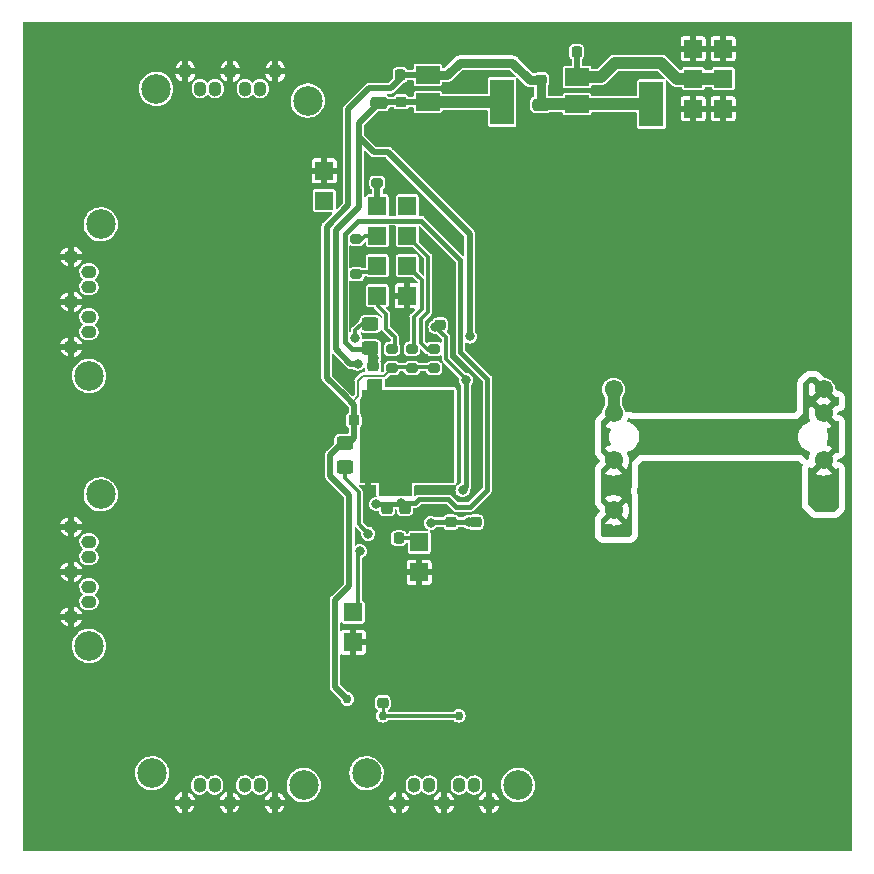
<source format=gbr>
%TF.GenerationSoftware,KiCad,Pcbnew,6.0.4-6f826c9f35~116~ubuntu20.04.1*%
%TF.CreationDate,2022-06-28T22:35:15+00:00*%
%TF.ProjectId,ADCoctoSPI01B,4144436f-6374-46f5-9350-493031422e6b,rev?*%
%TF.SameCoordinates,Original*%
%TF.FileFunction,Copper,L2,Bot*%
%TF.FilePolarity,Positive*%
%FSLAX46Y46*%
G04 Gerber Fmt 4.6, Leading zero omitted, Abs format (unit mm)*
G04 Created by KiCad (PCBNEW 6.0.4-6f826c9f35~116~ubuntu20.04.1) date 2022-06-28 22:35:15*
%MOMM*%
%LPD*%
G01*
G04 APERTURE LIST*
G04 Aperture macros list*
%AMRoundRect*
0 Rectangle with rounded corners*
0 $1 Rounding radius*
0 $2 $3 $4 $5 $6 $7 $8 $9 X,Y pos of 4 corners*
0 Add a 4 corners polygon primitive as box body*
4,1,4,$2,$3,$4,$5,$6,$7,$8,$9,$2,$3,0*
0 Add four circle primitives for the rounded corners*
1,1,$1+$1,$2,$3*
1,1,$1+$1,$4,$5*
1,1,$1+$1,$6,$7*
1,1,$1+$1,$8,$9*
0 Add four rect primitives between the rounded corners*
20,1,$1+$1,$2,$3,$4,$5,0*
20,1,$1+$1,$4,$5,$6,$7,0*
20,1,$1+$1,$6,$7,$8,$9,0*
20,1,$1+$1,$8,$9,$2,$3,0*%
G04 Aperture macros list end*
%TA.AperFunction,ComponentPad*%
%ADD10C,6.000000*%
%TD*%
%TA.AperFunction,ComponentPad*%
%ADD11O,1.100000X1.300000*%
%TD*%
%TA.AperFunction,ComponentPad*%
%ADD12C,2.500000*%
%TD*%
%TA.AperFunction,ComponentPad*%
%ADD13O,1.300000X1.100000*%
%TD*%
%TA.AperFunction,ComponentPad*%
%ADD14R,1.524000X1.524000*%
%TD*%
%TA.AperFunction,ComponentPad*%
%ADD15C,1.550000*%
%TD*%
%TA.AperFunction,ComponentPad*%
%ADD16C,0.400000*%
%TD*%
%TA.AperFunction,SMDPad,CuDef*%
%ADD17R,2.000000X1.500000*%
%TD*%
%TA.AperFunction,SMDPad,CuDef*%
%ADD18R,2.000000X3.800000*%
%TD*%
%TA.AperFunction,SMDPad,CuDef*%
%ADD19RoundRect,0.200000X0.275000X-0.200000X0.275000X0.200000X-0.275000X0.200000X-0.275000X-0.200000X0*%
%TD*%
%TA.AperFunction,SMDPad,CuDef*%
%ADD20RoundRect,0.200000X-0.275000X0.200000X-0.275000X-0.200000X0.275000X-0.200000X0.275000X0.200000X0*%
%TD*%
%TA.AperFunction,SMDPad,CuDef*%
%ADD21RoundRect,0.225000X-0.250000X0.225000X-0.250000X-0.225000X0.250000X-0.225000X0.250000X0.225000X0*%
%TD*%
%TA.AperFunction,SMDPad,CuDef*%
%ADD22RoundRect,0.225000X0.250000X-0.225000X0.250000X0.225000X-0.250000X0.225000X-0.250000X-0.225000X0*%
%TD*%
%TA.AperFunction,SMDPad,CuDef*%
%ADD23RoundRect,0.225000X-0.225000X-0.250000X0.225000X-0.250000X0.225000X0.250000X-0.225000X0.250000X0*%
%TD*%
%TA.AperFunction,SMDPad,CuDef*%
%ADD24RoundRect,0.225000X0.225000X0.250000X-0.225000X0.250000X-0.225000X-0.250000X0.225000X-0.250000X0*%
%TD*%
%TA.AperFunction,SMDPad,CuDef*%
%ADD25RoundRect,0.250000X-0.450000X0.325000X-0.450000X-0.325000X0.450000X-0.325000X0.450000X0.325000X0*%
%TD*%
%TA.AperFunction,SMDPad,CuDef*%
%ADD26RoundRect,0.250000X-0.475000X0.250000X-0.475000X-0.250000X0.475000X-0.250000X0.475000X0.250000X0*%
%TD*%
%TA.AperFunction,SMDPad,CuDef*%
%ADD27C,0.500000*%
%TD*%
%TA.AperFunction,ViaPad*%
%ADD28C,0.800000*%
%TD*%
%TA.AperFunction,ViaPad*%
%ADD29C,0.750000*%
%TD*%
%TA.AperFunction,Conductor*%
%ADD30C,0.300000*%
%TD*%
%TA.AperFunction,Conductor*%
%ADD31C,0.400000*%
%TD*%
%TA.AperFunction,Conductor*%
%ADD32C,0.500000*%
%TD*%
%TA.AperFunction,Conductor*%
%ADD33C,1.000000*%
%TD*%
%TA.AperFunction,Conductor*%
%ADD34C,0.200000*%
%TD*%
%TA.AperFunction,Conductor*%
%ADD35C,0.250000*%
%TD*%
%TA.AperFunction,Conductor*%
%ADD36C,0.800000*%
%TD*%
G04 APERTURE END LIST*
%TO.C,JP1*%
G36*
X89650000Y-106100000D02*
G01*
X89150000Y-106100000D01*
X89150000Y-105100000D01*
X89650000Y-105100000D01*
X89650000Y-106100000D01*
G37*
%TD*%
D10*
%TO.P,M1,1*%
%TO.N,GND*%
X64770000Y-71120000D03*
%TD*%
%TO.P,M2,1*%
%TO.N,GND*%
X125730000Y-71120000D03*
%TD*%
%TO.P,M3,1*%
%TO.N,GND*%
X125730000Y-132080000D03*
%TD*%
%TO.P,M4,1*%
%TO.N,GND*%
X64770000Y-132080000D03*
%TD*%
D11*
%TO.P,J7,1,1*%
%TO.N,GND*%
X99635000Y-132588000D03*
%TO.P,J7,2,2*%
%TO.N,/CLK1_N*%
X98365000Y-131088000D03*
%TO.P,J7,3,3*%
%TO.N,/CLK1_P*%
X97095000Y-131088000D03*
%TO.P,J7,4,4*%
%TO.N,GND*%
X95825000Y-132588000D03*
%TO.P,J7,5,5*%
%TO.N,unconnected-(J7-Pad5)*%
X94555000Y-131088000D03*
%TO.P,J7,6,6*%
%TO.N,unconnected-(J7-Pad6)*%
X93285000Y-131088000D03*
%TO.P,J7,7,7*%
%TO.N,GND*%
X92015000Y-132588000D03*
D12*
%TO.P,J7,8*%
%TO.N,N/C*%
X89265000Y-130088000D03*
%TO.P,J7,9*%
X102095000Y-131088000D03*
%TD*%
D11*
%TO.P,J4,1,1*%
%TO.N,GND*%
X81485000Y-132588000D03*
%TO.P,J4,2,2*%
%TO.N,Net-(C16-Pad2)*%
X80215000Y-131088000D03*
%TO.P,J4,3,3*%
%TO.N,Net-(C15-Pad2)*%
X78945000Y-131088000D03*
%TO.P,J4,4,4*%
%TO.N,GND*%
X77675000Y-132588000D03*
%TO.P,J4,5,5*%
%TO.N,Net-(C8-Pad2)*%
X76405000Y-131088000D03*
%TO.P,J4,6,6*%
%TO.N,Net-(C7-Pad2)*%
X75135000Y-131088000D03*
%TO.P,J4,7,7*%
%TO.N,GND*%
X73865000Y-132588000D03*
D12*
%TO.P,J4,8*%
%TO.N,N/C*%
X71115000Y-130088000D03*
%TO.P,J4,9*%
X83945000Y-131088000D03*
%TD*%
D11*
%TO.P,J1,1,1*%
%TO.N,GND*%
X73915000Y-70636000D03*
%TO.P,J1,2,2*%
%TO.N,Net-(C10-Pad2)*%
X75185000Y-72136000D03*
%TO.P,J1,3,3*%
%TO.N,Net-(C9-Pad2)*%
X76455000Y-72136000D03*
%TO.P,J1,4,4*%
%TO.N,GND*%
X77725000Y-70636000D03*
%TO.P,J1,5,5*%
%TO.N,Net-(C2-Pad2)*%
X78995000Y-72136000D03*
%TO.P,J1,6,6*%
%TO.N,Net-(C1-Pad2)*%
X80265000Y-72136000D03*
%TO.P,J1,7,7*%
%TO.N,GND*%
X81535000Y-70636000D03*
D12*
%TO.P,J1,8*%
%TO.N,N/C*%
X84285000Y-73136000D03*
%TO.P,J1,9*%
X71455000Y-72136000D03*
%TD*%
D13*
%TO.P,J2,1,1*%
%TO.N,GND*%
X64262000Y-93980000D03*
%TO.P,J2,2,2*%
%TO.N,Net-(C12-Pad2)*%
X65762000Y-92710000D03*
%TO.P,J2,3,3*%
%TO.N,Net-(C11-Pad2)*%
X65762000Y-91440000D03*
%TO.P,J2,4,4*%
%TO.N,GND*%
X64262000Y-90170000D03*
%TO.P,J2,5,5*%
%TO.N,Net-(C4-Pad2)*%
X65762000Y-88900000D03*
%TO.P,J2,6,6*%
%TO.N,Net-(C3-Pad2)*%
X65762000Y-87630000D03*
%TO.P,J2,7,7*%
%TO.N,GND*%
X64262000Y-86360000D03*
D12*
%TO.P,J2,8*%
%TO.N,N/C*%
X66762000Y-83610000D03*
%TO.P,J2,9*%
X65762000Y-96440000D03*
%TD*%
D13*
%TO.P,J3,1,1*%
%TO.N,GND*%
X64262000Y-116840000D03*
%TO.P,J3,2,2*%
%TO.N,Net-(C14-Pad2)*%
X65762000Y-115570000D03*
%TO.P,J3,3,3*%
%TO.N,Net-(C13-Pad2)*%
X65762000Y-114300000D03*
%TO.P,J3,4,4*%
%TO.N,GND*%
X64262000Y-113030000D03*
%TO.P,J3,5,5*%
%TO.N,Net-(C6-Pad2)*%
X65762000Y-111760000D03*
%TO.P,J3,6,6*%
%TO.N,Net-(C5-Pad2)*%
X65762000Y-110490000D03*
%TO.P,J3,7,7*%
%TO.N,GND*%
X64262000Y-109220000D03*
D12*
%TO.P,J3,8*%
%TO.N,N/C*%
X66762000Y-106470000D03*
%TO.P,J3,9*%
X65762000Y-119300000D03*
%TD*%
D14*
%TO.P,J8,1*%
%TO.N,Net-(J8-Pad1)*%
X90170000Y-82042000D03*
%TO.P,J8,2*%
%TO.N,Net-(J8-Pad2)*%
X92710000Y-82042000D03*
%TO.P,J8,3*%
%TO.N,Net-(J8-Pad3)*%
X90170000Y-84582000D03*
%TO.P,J8,4*%
%TO.N,Net-(J8-Pad4)*%
X92710000Y-84582000D03*
%TO.P,J8,5*%
%TO.N,Net-(J8-Pad5)*%
X90170000Y-87122000D03*
%TO.P,J8,6*%
%TO.N,Net-(J8-Pad6)*%
X92710000Y-87122000D03*
%TO.P,J8,7*%
%TO.N,Net-(J8-Pad7)*%
X90170000Y-89662000D03*
%TO.P,J8,8*%
%TO.N,GND*%
X92710000Y-89662000D03*
%TD*%
%TO.P,J6,1*%
%TO.N,Net-(C19-Pad1)*%
X85675000Y-81610000D03*
%TO.P,J6,2*%
%TO.N,GND*%
X85675000Y-79070000D03*
%TD*%
%TO.P,J5,1*%
%TO.N,Net-(C17-Pad2)*%
X88140000Y-116460000D03*
%TO.P,J5,2*%
%TO.N,GND*%
X88140000Y-119000000D03*
%TD*%
%TO.P,J9,1*%
%TO.N,Net-(C22-Pad2)*%
X93730000Y-110550000D03*
%TO.P,J9,2*%
%TO.N,GND*%
X93730000Y-113090000D03*
%TD*%
%TO.P,J11,1*%
%TO.N,GND*%
X116940000Y-68730000D03*
%TO.P,J11,2*%
X119480000Y-68730000D03*
%TO.P,J11,3*%
%TO.N,VCC*%
X116940000Y-71270000D03*
%TO.P,J11,4*%
X119480000Y-71270000D03*
%TO.P,J11,5*%
%TO.N,GND*%
X116940000Y-73810000D03*
%TO.P,J11,6*%
X119480000Y-73810000D03*
%TD*%
D15*
%TO.P,J10,1*%
%TO.N,Net-(C23-Pad2)*%
X127980280Y-106840000D03*
%TO.P,J10,2*%
X127980280Y-103600000D03*
%TO.P,J10,3*%
X127980280Y-99610000D03*
%TO.P,J10,4*%
X127980280Y-97580000D03*
%TO.P,J10,5*%
X110180280Y-107840000D03*
%TO.P,J10,6*%
X110180280Y-103600000D03*
%TO.P,J10,7*%
X110180280Y-99610000D03*
%TO.P,J10,8*%
X110180280Y-97580000D03*
%TD*%
D16*
%TO.P,U1,65,AVSS*%
%TO.N,GNDA*%
X93844800Y-101600000D03*
X96144800Y-102750000D03*
X92694800Y-98150000D03*
X96144800Y-101600000D03*
X92694800Y-105050000D03*
X93844800Y-98150000D03*
X94994800Y-99300000D03*
X92694800Y-102750000D03*
X96144800Y-103900000D03*
X91544800Y-103900000D03*
X94994800Y-100450000D03*
X90394800Y-105050000D03*
X94994800Y-102750000D03*
X90394800Y-100450000D03*
X93844800Y-103900000D03*
X90394800Y-102750000D03*
X93844800Y-105050000D03*
X91544800Y-102750000D03*
X92694800Y-99300000D03*
X96144800Y-100450000D03*
X91544800Y-101600000D03*
X89244800Y-100450000D03*
X89244800Y-99300000D03*
X91544800Y-99300000D03*
X91544800Y-105050000D03*
X93844800Y-99300000D03*
X93844800Y-100450000D03*
X92694800Y-101600000D03*
X94994800Y-98150000D03*
X89244800Y-101600000D03*
X89244800Y-102750000D03*
X94994800Y-105050000D03*
X92694800Y-103900000D03*
X92694800Y-100450000D03*
X90394800Y-99300000D03*
X96144800Y-99300000D03*
X93844800Y-102750000D03*
X94994800Y-101600000D03*
X90394800Y-103900000D03*
X94994800Y-103900000D03*
X91544800Y-98150000D03*
X91544800Y-100450000D03*
X89244800Y-103900000D03*
X90394800Y-98150000D03*
X90394800Y-101600000D03*
%TD*%
D17*
%TO.P,U2,1,GND*%
%TO.N,GND*%
X94450000Y-75562520D03*
%TO.P,U2,2,VO*%
%TO.N,DVDD*%
X94450000Y-73262520D03*
D18*
X100750000Y-73262520D03*
D17*
%TO.P,U2,3,VI*%
%TO.N,DVDD3V3*%
X94450000Y-70962520D03*
%TD*%
%TO.P,U3,1,GND*%
%TO.N,GND*%
X107088540Y-75741560D03*
D18*
%TO.P,U3,2,VO*%
%TO.N,DVDD3V3*%
X113388540Y-73441560D03*
D17*
X107088540Y-73441560D03*
%TO.P,U3,3,VI*%
%TO.N,VCC*%
X107088540Y-71141560D03*
%TD*%
D19*
%TO.P,R19,1*%
%TO.N,GND*%
X109728000Y-111061000D03*
%TO.P,R19,2*%
%TO.N,Net-(C23-Pad2)*%
X109728000Y-109411000D03*
%TD*%
D20*
%TO.P,R11,1*%
%TO.N,GND*%
X90180160Y-78438240D03*
%TO.P,R11,2*%
%TO.N,Net-(J8-Pad1)*%
X90180160Y-80088240D03*
%TD*%
%TO.P,R12,1*%
%TO.N,Net-(J8-Pad3)*%
X88400000Y-84850000D03*
%TO.P,R12,2*%
%TO.N,GND*%
X88400000Y-86500000D03*
%TD*%
%TO.P,R13,1*%
%TO.N,Net-(J8-Pad5)*%
X88400000Y-87850000D03*
%TO.P,R13,2*%
%TO.N,GND*%
X88400000Y-89500000D03*
%TD*%
D19*
%TO.P,R16,1*%
%TO.N,DVDD3V3*%
X91400000Y-95795600D03*
%TO.P,R16,2*%
%TO.N,Net-(J8-Pad7)*%
X91400000Y-94145600D03*
%TD*%
%TO.P,R17,1*%
%TO.N,DVDD3V3*%
X93100000Y-95795600D03*
%TO.P,R17,2*%
%TO.N,Net-(J8-Pad6)*%
X93100000Y-94145600D03*
%TD*%
%TO.P,R18,1*%
%TO.N,DVDD3V3*%
X95000000Y-95793760D03*
%TO.P,R18,2*%
%TO.N,Net-(J8-Pad4)*%
X95000000Y-94143760D03*
%TD*%
D21*
%TO.P,C26,1*%
%TO.N,AVDD*%
X89800000Y-95650000D03*
%TO.P,C26,2*%
%TO.N,GNDA*%
X89800000Y-97200000D03*
%TD*%
D22*
%TO.P,C29,1*%
%TO.N,AVDD*%
X91000000Y-107675000D03*
%TO.P,C29,2*%
%TO.N,GNDA*%
X91000000Y-106125000D03*
%TD*%
%TO.P,C32,1*%
%TO.N,AVDD*%
X92500000Y-107675000D03*
%TO.P,C32,2*%
%TO.N,GNDA*%
X92500000Y-106125000D03*
%TD*%
%TO.P,C23,1*%
%TO.N,GND*%
X111252000Y-111023000D03*
%TO.P,C23,2*%
%TO.N,Net-(C23-Pad2)*%
X111252000Y-109473000D03*
%TD*%
%TO.P,C18,1*%
%TO.N,Net-(C18-Pad1)*%
X90627200Y-124125000D03*
%TO.P,C18,2*%
%TO.N,GND*%
X90627200Y-122575000D03*
%TD*%
D23*
%TO.P,C24,1*%
%TO.N,GND*%
X90563400Y-70967600D03*
%TO.P,C24,2*%
%TO.N,DVDD3V3*%
X92113400Y-70967600D03*
%TD*%
%TO.P,C25,1*%
%TO.N,GND*%
X105491680Y-69000000D03*
%TO.P,C25,2*%
%TO.N,VCC*%
X107041680Y-69000000D03*
%TD*%
D22*
%TO.P,C35,1*%
%TO.N,GND*%
X92200000Y-74790600D03*
%TO.P,C35,2*%
%TO.N,DVDD*%
X92200000Y-73240600D03*
%TD*%
D21*
%TO.P,C36,1*%
%TO.N,GND*%
X104038400Y-69842780D03*
%TO.P,C36,2*%
%TO.N,DVDD3V3*%
X104038400Y-71392780D03*
%TD*%
%TO.P,C27,1*%
%TO.N,DVDD*%
X98500000Y-108825000D03*
%TO.P,C27,2*%
%TO.N,GND*%
X98500000Y-110375000D03*
%TD*%
D22*
%TO.P,C30,1*%
%TO.N,DVDD*%
X95500000Y-92150000D03*
%TO.P,C30,2*%
%TO.N,GND*%
X95500000Y-90600000D03*
%TD*%
D21*
%TO.P,C33,1*%
%TO.N,DVDD*%
X96400000Y-108825000D03*
%TO.P,C33,2*%
%TO.N,GND*%
X96400000Y-110375000D03*
%TD*%
D24*
%TO.P,C28,1*%
%TO.N,DVDD3V3*%
X88200000Y-100200000D03*
%TO.P,C28,2*%
%TO.N,GND*%
X86650000Y-100200000D03*
%TD*%
D23*
%TO.P,C22,1*%
%TO.N,GND*%
X90450000Y-110200000D03*
%TO.P,C22,2*%
%TO.N,Net-(C22-Pad2)*%
X92000000Y-110200000D03*
%TD*%
D25*
%TO.P,L3,1,1*%
%TO.N,DVDD3V3*%
X87416640Y-102119320D03*
%TO.P,L3,2,2*%
%TO.N,AVDD3V3*%
X87416640Y-104169320D03*
%TD*%
%TO.P,L2,1,1*%
%TO.N,DVDD*%
X89600000Y-92050000D03*
%TO.P,L2,2,2*%
%TO.N,AVDD*%
X89600000Y-94100000D03*
%TD*%
D26*
%TO.P,C38,1*%
%TO.N,DVDD*%
X90300000Y-73332300D03*
%TO.P,C38,2*%
%TO.N,GND*%
X90300000Y-75232300D03*
%TD*%
%TO.P,C37,1*%
%TO.N,DVDD3V3*%
X104038400Y-73484700D03*
%TO.P,C37,2*%
%TO.N,GND*%
X104038400Y-75384700D03*
%TD*%
D27*
%TO.P,JP1,1,A*%
%TO.N,GND*%
X89400000Y-106100000D03*
%TO.P,JP1,2,B*%
%TO.N,GNDA*%
X89400000Y-105100000D03*
%TD*%
D28*
%TO.N,Net-(C17-Pad2)*%
X88700000Y-111300000D03*
D29*
%TO.N,GND*%
X75690320Y-93977978D03*
X75690320Y-98930978D03*
X79248000Y-99695000D03*
X78230320Y-99057978D03*
X78103320Y-96517978D03*
X78103320Y-93977978D03*
X72388320Y-94200000D03*
X69850000Y-93980000D03*
X67310000Y-93980000D03*
X67308320Y-90167978D03*
X69850000Y-90170000D03*
X71500000Y-90200000D03*
X74930000Y-90170000D03*
X62230000Y-127000000D03*
X69850000Y-113030000D03*
X76200000Y-112141000D03*
X69850000Y-134620000D03*
X76327000Y-116078000D03*
X75692000Y-109220000D03*
X62230000Y-120650000D03*
X73660000Y-129540000D03*
X67310000Y-113030000D03*
X73660000Y-127000000D03*
X69850000Y-127000000D03*
X69850000Y-116840000D03*
X72600000Y-116900000D03*
X62230000Y-95250000D03*
X62230000Y-114300000D03*
X77724000Y-129540000D03*
X76200000Y-134620000D03*
X72600000Y-109100000D03*
X62230000Y-107950000D03*
X69850000Y-109220000D03*
X75184000Y-118364000D03*
X62230000Y-101600000D03*
X76962000Y-116967000D03*
X67310000Y-109220000D03*
X74676000Y-120650000D03*
X77724000Y-127000000D03*
X76327000Y-89408000D03*
X62230000Y-88900000D03*
X62230000Y-76200000D03*
X75311000Y-84836000D03*
X72500000Y-86200000D03*
X78486000Y-116078000D03*
X67310000Y-86360000D03*
X62230000Y-82550000D03*
X80137000Y-114681000D03*
X69848320Y-86357978D03*
X76198320Y-91056978D03*
X77851000Y-89789000D03*
X78103320Y-91437978D03*
X74930000Y-116840000D03*
X73100000Y-113000000D03*
X80645000Y-109220000D03*
X78105000Y-111760000D03*
X77851000Y-113411000D03*
X67310000Y-116840000D03*
X76327000Y-113792000D03*
X78232000Y-104140000D03*
X73660000Y-124460000D03*
X69848320Y-76197978D03*
X74930000Y-113030000D03*
X69850000Y-68580000D03*
X80645000Y-111760000D03*
X78105000Y-109220000D03*
X78105000Y-106680000D03*
X77470000Y-101600000D03*
X73660000Y-121920000D03*
X75692000Y-104267000D03*
X84580320Y-93977978D03*
X84580320Y-91437978D03*
X76200000Y-100584000D03*
X79248000Y-103505000D03*
X86868000Y-109220000D03*
X84582000Y-111760000D03*
X84582000Y-109220000D03*
X80645000Y-106680000D03*
X84201000Y-114300000D03*
X83312000Y-106680000D03*
X76962000Y-86233000D03*
X83185000Y-109220000D03*
X84836000Y-106299000D03*
X81788000Y-104902000D03*
X83185000Y-111760000D03*
X82931000Y-114300000D03*
X87500000Y-96700000D03*
X84709000Y-96901000D03*
X78486000Y-82547978D03*
X81788000Y-98298000D03*
X76325320Y-87119978D03*
X83183320Y-93977978D03*
X80645000Y-96520000D03*
X83312000Y-96520000D03*
X80645000Y-93980000D03*
X80645000Y-91440000D03*
X78486000Y-87122000D03*
X75692000Y-106680000D03*
X84582000Y-84455000D03*
X76200000Y-102616000D03*
X81915000Y-85090000D03*
X120777000Y-97028000D03*
X114427000Y-97028000D03*
X80899000Y-82219800D03*
X114935000Y-106172000D03*
X121285000Y-106172000D03*
X83310320Y-86738978D03*
X77722320Y-76197978D03*
X123698000Y-106172000D03*
X117348000Y-97028000D03*
X123190000Y-97028000D03*
X117602000Y-106172000D03*
X125730000Y-88900000D03*
X97790000Y-78740000D03*
X96100000Y-81200000D03*
X125730000Y-86360000D03*
X82931000Y-88900000D03*
X83056320Y-83055978D03*
X81659320Y-76197978D03*
X125730000Y-91440000D03*
X128270000Y-82550000D03*
X108500000Y-68900000D03*
X128270000Y-88900000D03*
X125730000Y-83820000D03*
X74676000Y-82550000D03*
X80289400Y-85318600D03*
X80137000Y-88519000D03*
X76962000Y-82550000D03*
X77722320Y-81277978D03*
X73660000Y-81280000D03*
X73660000Y-76200000D03*
X81786320Y-86738978D03*
X74928320Y-86357978D03*
X78105000Y-84201000D03*
X82550000Y-68580000D03*
X83183320Y-91437978D03*
X79629000Y-84201000D03*
X76200000Y-68580000D03*
X81786320Y-81277978D03*
X77724000Y-73660000D03*
X73660000Y-73660000D03*
X73658320Y-78737978D03*
X84199320Y-88897978D03*
X81661000Y-73660000D03*
X77722320Y-79300000D03*
X105321100Y-70472300D03*
X81659320Y-78737978D03*
X81661000Y-124460000D03*
X81788000Y-121920000D03*
X80772000Y-120904000D03*
X125730000Y-93980000D03*
X81788000Y-116459000D03*
X83312000Y-116459000D03*
X81661000Y-127000000D03*
X80391000Y-117856000D03*
X83058000Y-120142000D03*
X78486000Y-120650000D03*
X76962000Y-120650000D03*
X82550000Y-134620000D03*
X77700000Y-123900000D03*
X79629000Y-118872000D03*
X78105000Y-118999000D03*
X81915000Y-118110000D03*
X77724000Y-121920000D03*
X81661000Y-129540000D03*
X86487000Y-114300000D03*
X85725000Y-116840000D03*
X84582000Y-118745000D03*
X95250000Y-134620000D03*
X91668600Y-122643900D03*
X88900000Y-134620000D03*
X94234000Y-116840000D03*
X94996000Y-119380000D03*
X91059000Y-116840000D03*
X92583000Y-119380000D03*
X96520000Y-121920000D03*
X126365000Y-109220000D03*
X99060000Y-124460000D03*
X101600000Y-127000000D03*
X118110000Y-128270000D03*
X128270000Y-127000000D03*
X123190000Y-124460000D03*
X128270000Y-120650000D03*
X126365000Y-114300000D03*
X120650000Y-127000000D03*
X125730000Y-121920000D03*
X114300000Y-134620000D03*
X110490000Y-128270000D03*
X113030000Y-128270000D03*
X120650000Y-134620000D03*
X107950000Y-128270000D03*
X105410000Y-128270000D03*
X101600000Y-134620000D03*
X107950000Y-134620000D03*
X115570000Y-128270000D03*
X126365000Y-119380000D03*
X128270000Y-114300000D03*
X126365000Y-111760000D03*
X126365000Y-116840000D03*
X100330000Y-76200000D03*
X95224600Y-83300000D03*
X95224600Y-86360000D03*
X95224600Y-88900000D03*
X123190000Y-78740000D03*
X120650000Y-76200000D03*
X95250000Y-68580000D03*
X110490000Y-74930000D03*
X128270000Y-76200000D03*
X125730000Y-81280000D03*
X95220352Y-89888405D03*
X112014000Y-97028000D03*
X90563700Y-127101600D03*
X89418160Y-70932040D03*
X97200000Y-127100000D03*
X99600000Y-129300000D03*
D28*
X94000000Y-132500000D03*
X97700000Y-74900000D03*
D29*
X112522000Y-106172000D03*
D28*
X89900000Y-110700000D03*
X91400000Y-80800000D03*
X64300000Y-88200000D03*
D29*
X90064611Y-111760000D03*
D28*
X96700000Y-80100000D03*
X97700000Y-132500000D03*
D29*
X91200000Y-76650000D03*
D28*
X79600000Y-70600000D03*
X75800000Y-70600000D03*
X79600000Y-132600000D03*
D29*
X92320000Y-111550000D03*
X125476000Y-96266000D03*
D28*
X64300000Y-92100000D03*
X90000000Y-108400000D03*
X95100000Y-115300000D03*
X75800000Y-132600000D03*
X99300000Y-77700000D03*
X95100000Y-111600000D03*
X98000000Y-71700000D03*
X94600000Y-107800000D03*
D29*
X75692000Y-96520000D03*
D28*
X91400000Y-85900000D03*
D29*
X92500000Y-114660000D03*
D28*
X64300000Y-114900000D03*
D29*
X86900000Y-107400000D03*
X92600000Y-129300000D03*
X90064611Y-114302896D03*
X86791800Y-111531400D03*
D28*
X64300000Y-111100000D03*
%TO.N,AVDD*%
X90100000Y-107300000D03*
X89900000Y-94900000D03*
X92200000Y-107200000D03*
%TO.N,DVDD*%
X88500000Y-95400000D03*
X88300000Y-93200000D03*
X98000000Y-93100000D03*
X95100000Y-92300000D03*
X97400000Y-106100000D03*
X97700000Y-96800000D03*
X94700000Y-108900000D03*
X97900000Y-108800000D03*
D29*
%TO.N,Net-(C18-Pad1)*%
X90627200Y-125222000D03*
X97078800Y-125222000D03*
%TO.N,DVDD3V3*%
X87630000Y-123799600D03*
D28*
%TO.N,AVDD3V3*%
X89400000Y-109800000D03*
%TD*%
D30*
%TO.N,Net-(C17-Pad2)*%
X88500000Y-116100000D02*
X88140000Y-116460000D01*
X88700000Y-111300000D02*
X88500000Y-111500000D01*
X88500000Y-111500000D02*
X88500000Y-116100000D01*
D31*
%TO.N,AVDD*%
X88000000Y-94200000D02*
X87400000Y-93600000D01*
X93400000Y-107200000D02*
X92200000Y-107200000D01*
X96850000Y-107550000D02*
X96200000Y-106900000D01*
X87400000Y-93600000D02*
X87400000Y-84400000D01*
X89600000Y-94100000D02*
X89500000Y-94200000D01*
X88500000Y-83300000D02*
X93900000Y-83300000D01*
X97200000Y-86600000D02*
X97200000Y-94400000D01*
X89600000Y-94100000D02*
X89600000Y-95450000D01*
X89600000Y-95450000D02*
X89800000Y-95650000D01*
X99500000Y-96700000D02*
X99500000Y-106100000D01*
X89500000Y-94200000D02*
X88000000Y-94200000D01*
X97200000Y-94400000D02*
X99500000Y-96700000D01*
X87400000Y-84400000D02*
X88500000Y-83300000D01*
X93900000Y-83300000D02*
X97200000Y-86600000D01*
X99500000Y-106100000D02*
X98050000Y-107550000D01*
X93700000Y-106900000D02*
X93400000Y-107200000D01*
X98050000Y-107550000D02*
X96850000Y-107550000D01*
X96200000Y-106900000D02*
X93700000Y-106900000D01*
X92400000Y-107300000D02*
X90100000Y-107300000D01*
%TO.N,DVDD*%
X97400000Y-106100000D02*
X97700000Y-105800000D01*
D30*
X97700000Y-96800000D02*
X97700000Y-96700000D01*
X88850000Y-92050000D02*
X88300000Y-92600000D01*
D32*
X90400600Y-73282300D02*
X90525600Y-73282300D01*
X88615740Y-82184260D02*
X88615740Y-76084260D01*
D30*
X89600000Y-92050000D02*
X88850000Y-92050000D01*
D31*
X96400000Y-108825000D02*
X94775000Y-108825000D01*
D30*
X88300000Y-92600000D02*
X88300000Y-93200000D01*
X97700000Y-96700000D02*
X95975600Y-94975600D01*
D32*
X88615740Y-75067160D02*
X90400600Y-73282300D01*
X86700000Y-84100000D02*
X88615740Y-82184260D01*
D31*
X92329000Y-73239060D02*
X92329000Y-73264060D01*
D32*
X89900000Y-77500000D02*
X91100000Y-77500000D01*
D30*
X95975600Y-93175600D02*
X95100000Y-92300000D01*
D32*
X88615740Y-76084260D02*
X88615740Y-75067160D01*
D31*
X97900000Y-108800000D02*
X96000000Y-108800000D01*
D33*
X94297500Y-73262520D02*
X100597500Y-73262520D01*
D32*
X90525600Y-73282300D02*
X90542300Y-73265600D01*
D31*
X97700000Y-105800000D02*
X97700000Y-96800000D01*
D32*
X90542300Y-73265600D02*
X92417900Y-73265600D01*
X98000000Y-84400000D02*
X98000000Y-93100000D01*
D34*
X94775000Y-108825000D02*
X94700000Y-108900000D01*
D32*
X88500000Y-95400000D02*
X87900000Y-95400000D01*
D30*
X95975600Y-94975600D02*
X95975600Y-93175600D01*
D31*
X92417600Y-73265300D02*
X92417900Y-73265600D01*
D32*
X94297500Y-73262520D02*
X92540420Y-73262520D01*
X87900000Y-95400000D02*
X86700000Y-94200000D01*
X88615740Y-76084260D02*
X88615740Y-76215740D01*
X92540420Y-73262520D02*
X92516960Y-73239060D01*
X91100000Y-77500000D02*
X98000000Y-84400000D01*
X88615740Y-76215740D02*
X89900000Y-77500000D01*
X86700000Y-94200000D02*
X86700000Y-84100000D01*
D33*
%TO.N,VCC*%
X107088540Y-71141560D02*
X109088540Y-71141560D01*
X109088540Y-71141560D02*
X110286120Y-69943980D01*
D32*
X107088540Y-71141560D02*
X107088540Y-69337660D01*
D33*
X114224367Y-69943980D02*
X113167160Y-69943980D01*
X116967000Y-71272400D02*
X115552787Y-71272400D01*
X119507000Y-71272400D02*
X116967000Y-71272400D01*
X110286120Y-69943980D02*
X113167160Y-69943980D01*
X115552787Y-71272400D02*
X114224367Y-69943980D01*
D30*
%TO.N,Net-(C18-Pad1)*%
X97078800Y-125222000D02*
X90627200Y-125222000D01*
D35*
X90627200Y-124143200D02*
X90627200Y-125222000D01*
D33*
%TO.N,Net-(C23-Pad2)*%
X110180280Y-99610000D02*
X110180280Y-97580000D01*
D32*
%TO.N,Net-(J8-Pad1)*%
X90170000Y-82042000D02*
X90170000Y-80023400D01*
D30*
%TO.N,Net-(J8-Pad3)*%
X88622200Y-85077800D02*
X89118000Y-84582000D01*
X89118000Y-84582000D02*
X90170000Y-84582000D01*
X88239600Y-85077800D02*
X88622200Y-85077800D01*
%TO.N,Net-(J8-Pad4)*%
X94451080Y-94251080D02*
X93900000Y-93700000D01*
X94488000Y-91012000D02*
X94488000Y-86360000D01*
X94874080Y-94251080D02*
X94451080Y-94251080D01*
X93900000Y-91600000D02*
X94488000Y-91012000D01*
X93900000Y-93700000D02*
X93900000Y-91600000D01*
X94488000Y-86360000D02*
X92710000Y-84582000D01*
%TO.N,Net-(J8-Pad5)*%
X88239600Y-87654700D02*
X89637300Y-87654700D01*
X89637300Y-87654700D02*
X90170000Y-87122000D01*
%TO.N,Net-(C22-Pad2)*%
X92000000Y-110200000D02*
X93380000Y-110200000D01*
%TO.N,Net-(J8-Pad6)*%
X93946217Y-88358217D02*
X92710000Y-87122000D01*
X93253560Y-94235840D02*
X93253560Y-91446440D01*
X93946217Y-90753783D02*
X93946217Y-88358217D01*
X93253560Y-91446440D02*
X93946217Y-90753783D01*
D36*
%TO.N,DVDD3V3*%
X94547500Y-70962520D02*
X94297500Y-70962520D01*
D32*
X88000000Y-98700000D02*
X87400000Y-98100000D01*
X88200000Y-101715800D02*
X88200000Y-98900000D01*
X85900000Y-83800000D02*
X87711280Y-81988720D01*
X86207600Y-104907600D02*
X86207600Y-103108760D01*
X85900000Y-95200000D02*
X85900000Y-94300000D01*
D36*
X104038400Y-73434700D02*
X104038400Y-71367780D01*
D34*
X88975000Y-96425000D02*
X88550000Y-96850000D01*
D32*
X87711280Y-81988720D02*
X87711280Y-74388720D01*
D33*
X107088540Y-73441560D02*
X104047020Y-73441560D01*
X107088540Y-73441560D02*
X113388540Y-73441560D01*
D32*
X87122040Y-102194320D02*
X87721480Y-102194320D01*
X87630000Y-123799600D02*
X86600000Y-122769600D01*
X86207600Y-103108760D02*
X87122040Y-102194320D01*
X87711280Y-74388720D02*
X87711280Y-73888720D01*
D36*
X97143980Y-69916040D02*
X101620320Y-69916040D01*
D32*
X85900000Y-96600000D02*
X85900000Y-95200000D01*
X87721480Y-102194320D02*
X88200000Y-101715800D01*
D33*
X104047020Y-73441560D02*
X104038400Y-73432940D01*
D32*
X87711280Y-73888720D02*
X89500000Y-72100000D01*
D34*
X88550000Y-96850000D02*
X88550000Y-98150000D01*
D32*
X87400000Y-98100000D02*
X85900000Y-96600000D01*
D36*
X103072060Y-71367780D02*
X104038400Y-71367780D01*
D30*
X93260480Y-95718760D02*
X93258640Y-95720600D01*
D36*
X96097500Y-70962520D02*
X97143980Y-69916040D01*
X101620320Y-69916040D02*
X103072060Y-71367780D01*
D32*
X85900000Y-94300000D02*
X85900000Y-83800000D01*
D36*
X94297500Y-70962520D02*
X96097500Y-70962520D01*
D34*
X88550000Y-98150000D02*
X88000000Y-98700000D01*
D32*
X86600000Y-122769600D02*
X86600000Y-115400000D01*
X91300000Y-72100000D02*
X92113400Y-71286600D01*
D30*
X93258640Y-95720600D02*
X91396120Y-95720600D01*
X94863920Y-95718760D02*
X93260480Y-95718760D01*
D32*
X87800000Y-114200000D02*
X87800000Y-106500000D01*
D34*
X91400000Y-95795600D02*
X90770600Y-96425000D01*
D32*
X89500000Y-72100000D02*
X91300000Y-72100000D01*
X88200000Y-98900000D02*
X88000000Y-98700000D01*
X92088400Y-70967600D02*
X94292420Y-70967600D01*
X87800000Y-106500000D02*
X86207600Y-104907600D01*
D34*
X90770600Y-96425000D02*
X88975000Y-96425000D01*
D32*
X92113400Y-71286600D02*
X92113400Y-70967600D01*
X86600000Y-115400000D02*
X87800000Y-114200000D01*
D30*
%TO.N,AVDD3V3*%
X89400000Y-109800000D02*
X88600000Y-109000000D01*
X88600000Y-109000000D02*
X88600000Y-106300000D01*
X87416640Y-105116640D02*
X87416640Y-104169320D01*
X88600000Y-106300000D02*
X87416640Y-105116640D01*
%TO.N,Net-(J8-Pad7)*%
X90195400Y-89687400D02*
X90195400Y-90504600D01*
X90938000Y-92462000D02*
X91653360Y-93177360D01*
X90170000Y-89662000D02*
X90195400Y-89687400D01*
X91653360Y-93177360D02*
X91653360Y-94220600D01*
X90938000Y-92462000D02*
X90938000Y-91247200D01*
X90938000Y-91247200D02*
X90195400Y-90504600D01*
%TD*%
%TA.AperFunction,Conductor*%
%TO.N,GNDA*%
G36*
X90573566Y-96742813D02*
G01*
X90598876Y-96786650D01*
X90600000Y-96799500D01*
X90600000Y-97600000D01*
X96626000Y-97600000D01*
X96673566Y-97617313D01*
X96698876Y-97661150D01*
X96700000Y-97674000D01*
X96700000Y-105426000D01*
X96682687Y-105473566D01*
X96638850Y-105498876D01*
X96626000Y-105500000D01*
X93100000Y-105500000D01*
X93100000Y-106526000D01*
X93082687Y-106573566D01*
X93038850Y-106598876D01*
X93026000Y-106600000D01*
X92248010Y-106600000D01*
X92238351Y-106599367D01*
X92234622Y-106598876D01*
X92200000Y-106594318D01*
X92165379Y-106598876D01*
X92161649Y-106599367D01*
X92151990Y-106600000D01*
X90374000Y-106600000D01*
X90326434Y-106582687D01*
X90301124Y-106538850D01*
X90300000Y-106526000D01*
X90300000Y-105500000D01*
X88774000Y-105500000D01*
X88726434Y-105482687D01*
X88701124Y-105438850D01*
X88700000Y-105426000D01*
X88700000Y-100807400D01*
X88717313Y-100759834D01*
X88721674Y-100755074D01*
X88773528Y-100703220D01*
X88776172Y-100698030D01*
X88776174Y-100698028D01*
X88832073Y-100588320D01*
X88832074Y-100588317D01*
X88834719Y-100583126D01*
X88835630Y-100577374D01*
X88835631Y-100577371D01*
X88850045Y-100486361D01*
X88850500Y-100483488D01*
X88850500Y-99916512D01*
X88850045Y-99913639D01*
X88835631Y-99822629D01*
X88835630Y-99822626D01*
X88834719Y-99816874D01*
X88832073Y-99811680D01*
X88776174Y-99701972D01*
X88776172Y-99701970D01*
X88773528Y-99696780D01*
X88721674Y-99644926D01*
X88700282Y-99599050D01*
X88700000Y-99592600D01*
X88700000Y-98455623D01*
X88717313Y-98408057D01*
X88721674Y-98403297D01*
X88723901Y-98401070D01*
X88728054Y-98397485D01*
X88732269Y-98395425D01*
X88766227Y-98358818D01*
X88768152Y-98356819D01*
X88782247Y-98342724D01*
X88784175Y-98339913D01*
X88786356Y-98337288D01*
X88786482Y-98337393D01*
X88789042Y-98334223D01*
X88803755Y-98318363D01*
X88803756Y-98318361D01*
X88808401Y-98313354D01*
X88810932Y-98307010D01*
X88810934Y-98307007D01*
X88813699Y-98300077D01*
X88821407Y-98285641D01*
X88825624Y-98279493D01*
X88825625Y-98279492D01*
X88829492Y-98273854D01*
X88836064Y-98246160D01*
X88839332Y-98235824D01*
X88847949Y-98214225D01*
X88849883Y-98209378D01*
X88850500Y-98203085D01*
X88850500Y-98193988D01*
X88852500Y-98176901D01*
X88853762Y-98171585D01*
X88853762Y-98171583D01*
X88855340Y-98164934D01*
X88851176Y-98134337D01*
X88850500Y-98124358D01*
X88850500Y-97674000D01*
X88867813Y-97626434D01*
X88911650Y-97601124D01*
X88924500Y-97600000D01*
X89300000Y-97600000D01*
X89300000Y-96799500D01*
X89317313Y-96751934D01*
X89361150Y-96726624D01*
X89374000Y-96725500D01*
X90526000Y-96725500D01*
X90573566Y-96742813D01*
G37*
%TD.AperFunction*%
%TD*%
%TA.AperFunction,Conductor*%
%TO.N,GND*%
G36*
X130329066Y-66511813D02*
G01*
X130354376Y-66555650D01*
X130355500Y-66568500D01*
X130355500Y-136631500D01*
X130338187Y-136679066D01*
X130294350Y-136704376D01*
X130281500Y-136705500D01*
X60218500Y-136705500D01*
X60170934Y-136688187D01*
X60145624Y-136644350D01*
X60144500Y-136631500D01*
X60144500Y-132849511D01*
X73027533Y-132849511D01*
X73029500Y-132867616D01*
X73031211Y-132875400D01*
X73087560Y-133042837D01*
X73090905Y-133050075D01*
X73181894Y-133201505D01*
X73186709Y-133207849D01*
X73308099Y-133336215D01*
X73314162Y-133341375D01*
X73460282Y-133440678D01*
X73467317Y-133444419D01*
X73598887Y-133497044D01*
X73609343Y-133497373D01*
X73611000Y-133491554D01*
X73611000Y-133486655D01*
X74119000Y-133486655D01*
X74122638Y-133496651D01*
X74124349Y-133497638D01*
X74126941Y-133497516D01*
X74175879Y-133484036D01*
X74183301Y-133481098D01*
X74339569Y-133398708D01*
X74346181Y-133394248D01*
X74481114Y-133280220D01*
X74486610Y-133274450D01*
X74593915Y-133134100D01*
X74598040Y-133127289D01*
X74672703Y-132967171D01*
X74675270Y-132959632D01*
X74698717Y-132854735D01*
X74698039Y-132849511D01*
X76837533Y-132849511D01*
X76839500Y-132867616D01*
X76841211Y-132875400D01*
X76897560Y-133042837D01*
X76900905Y-133050075D01*
X76991894Y-133201505D01*
X76996709Y-133207849D01*
X77118099Y-133336215D01*
X77124162Y-133341375D01*
X77270282Y-133440678D01*
X77277317Y-133444419D01*
X77408887Y-133497044D01*
X77419343Y-133497373D01*
X77421000Y-133491554D01*
X77421000Y-133486655D01*
X77929000Y-133486655D01*
X77932638Y-133496651D01*
X77934349Y-133497638D01*
X77936941Y-133497516D01*
X77985879Y-133484036D01*
X77993301Y-133481098D01*
X78149569Y-133398708D01*
X78156181Y-133394248D01*
X78291114Y-133280220D01*
X78296610Y-133274450D01*
X78403915Y-133134100D01*
X78408040Y-133127289D01*
X78482703Y-132967171D01*
X78485270Y-132959632D01*
X78508717Y-132854735D01*
X78508039Y-132849511D01*
X80647533Y-132849511D01*
X80649500Y-132867616D01*
X80651211Y-132875400D01*
X80707560Y-133042837D01*
X80710905Y-133050075D01*
X80801894Y-133201505D01*
X80806709Y-133207849D01*
X80928099Y-133336215D01*
X80934162Y-133341375D01*
X81080282Y-133440678D01*
X81087317Y-133444419D01*
X81218887Y-133497044D01*
X81229343Y-133497373D01*
X81231000Y-133491554D01*
X81231000Y-133486655D01*
X81739000Y-133486655D01*
X81742638Y-133496651D01*
X81744349Y-133497638D01*
X81746941Y-133497516D01*
X81795879Y-133484036D01*
X81803301Y-133481098D01*
X81959569Y-133398708D01*
X81966181Y-133394248D01*
X82101114Y-133280220D01*
X82106610Y-133274450D01*
X82213915Y-133134100D01*
X82218040Y-133127289D01*
X82292703Y-132967171D01*
X82295270Y-132959632D01*
X82318717Y-132854735D01*
X82318039Y-132849511D01*
X91177533Y-132849511D01*
X91179500Y-132867616D01*
X91181211Y-132875400D01*
X91237560Y-133042837D01*
X91240905Y-133050075D01*
X91331894Y-133201505D01*
X91336709Y-133207849D01*
X91458099Y-133336215D01*
X91464162Y-133341375D01*
X91610282Y-133440678D01*
X91617317Y-133444419D01*
X91748887Y-133497044D01*
X91759343Y-133497373D01*
X91761000Y-133491554D01*
X91761000Y-133486655D01*
X92269000Y-133486655D01*
X92272638Y-133496651D01*
X92274349Y-133497638D01*
X92276941Y-133497516D01*
X92325879Y-133484036D01*
X92333301Y-133481098D01*
X92489569Y-133398708D01*
X92496181Y-133394248D01*
X92631114Y-133280220D01*
X92636610Y-133274450D01*
X92743915Y-133134100D01*
X92748040Y-133127289D01*
X92822703Y-132967171D01*
X92825270Y-132959632D01*
X92848717Y-132854735D01*
X92848039Y-132849511D01*
X94987533Y-132849511D01*
X94989500Y-132867616D01*
X94991211Y-132875400D01*
X95047560Y-133042837D01*
X95050905Y-133050075D01*
X95141894Y-133201505D01*
X95146709Y-133207849D01*
X95268099Y-133336215D01*
X95274162Y-133341375D01*
X95420282Y-133440678D01*
X95427317Y-133444419D01*
X95558887Y-133497044D01*
X95569343Y-133497373D01*
X95571000Y-133491554D01*
X95571000Y-133486655D01*
X96079000Y-133486655D01*
X96082638Y-133496651D01*
X96084349Y-133497638D01*
X96086941Y-133497516D01*
X96135879Y-133484036D01*
X96143301Y-133481098D01*
X96299569Y-133398708D01*
X96306181Y-133394248D01*
X96441114Y-133280220D01*
X96446610Y-133274450D01*
X96553915Y-133134100D01*
X96558040Y-133127289D01*
X96632703Y-132967171D01*
X96635270Y-132959632D01*
X96658717Y-132854735D01*
X96658039Y-132849511D01*
X98797533Y-132849511D01*
X98799500Y-132867616D01*
X98801211Y-132875400D01*
X98857560Y-133042837D01*
X98860905Y-133050075D01*
X98951894Y-133201505D01*
X98956709Y-133207849D01*
X99078099Y-133336215D01*
X99084162Y-133341375D01*
X99230282Y-133440678D01*
X99237317Y-133444419D01*
X99368887Y-133497044D01*
X99379343Y-133497373D01*
X99381000Y-133491554D01*
X99381000Y-133486655D01*
X99889000Y-133486655D01*
X99892638Y-133496651D01*
X99894349Y-133497638D01*
X99896941Y-133497516D01*
X99945879Y-133484036D01*
X99953301Y-133481098D01*
X100109569Y-133398708D01*
X100116181Y-133394248D01*
X100251114Y-133280220D01*
X100256610Y-133274450D01*
X100363915Y-133134100D01*
X100368040Y-133127289D01*
X100442703Y-132967171D01*
X100445270Y-132959632D01*
X100468717Y-132854735D01*
X100467347Y-132844185D01*
X100465172Y-132842186D01*
X100464244Y-132842000D01*
X99902048Y-132842000D01*
X99892052Y-132845638D01*
X99889000Y-132850925D01*
X99889000Y-133486655D01*
X99381000Y-133486655D01*
X99381000Y-132855048D01*
X99377362Y-132845052D01*
X99372075Y-132842000D01*
X98809765Y-132842000D01*
X98799769Y-132845638D01*
X98797533Y-132849511D01*
X96658039Y-132849511D01*
X96657347Y-132844185D01*
X96655172Y-132842186D01*
X96654244Y-132842000D01*
X96092048Y-132842000D01*
X96082052Y-132845638D01*
X96079000Y-132850925D01*
X96079000Y-133486655D01*
X95571000Y-133486655D01*
X95571000Y-132855048D01*
X95567362Y-132845052D01*
X95562075Y-132842000D01*
X94999765Y-132842000D01*
X94989769Y-132845638D01*
X94987533Y-132849511D01*
X92848039Y-132849511D01*
X92847347Y-132844185D01*
X92845172Y-132842186D01*
X92844244Y-132842000D01*
X92282048Y-132842000D01*
X92272052Y-132845638D01*
X92269000Y-132850925D01*
X92269000Y-133486655D01*
X91761000Y-133486655D01*
X91761000Y-132855048D01*
X91757362Y-132845052D01*
X91752075Y-132842000D01*
X91189765Y-132842000D01*
X91179769Y-132845638D01*
X91177533Y-132849511D01*
X82318039Y-132849511D01*
X82317347Y-132844185D01*
X82315172Y-132842186D01*
X82314244Y-132842000D01*
X81752048Y-132842000D01*
X81742052Y-132845638D01*
X81739000Y-132850925D01*
X81739000Y-133486655D01*
X81231000Y-133486655D01*
X81231000Y-132855048D01*
X81227362Y-132845052D01*
X81222075Y-132842000D01*
X80659765Y-132842000D01*
X80649769Y-132845638D01*
X80647533Y-132849511D01*
X78508039Y-132849511D01*
X78507347Y-132844185D01*
X78505172Y-132842186D01*
X78504244Y-132842000D01*
X77942048Y-132842000D01*
X77932052Y-132845638D01*
X77929000Y-132850925D01*
X77929000Y-133486655D01*
X77421000Y-133486655D01*
X77421000Y-132855048D01*
X77417362Y-132845052D01*
X77412075Y-132842000D01*
X76849765Y-132842000D01*
X76839769Y-132845638D01*
X76837533Y-132849511D01*
X74698039Y-132849511D01*
X74697347Y-132844185D01*
X74695172Y-132842186D01*
X74694244Y-132842000D01*
X74132048Y-132842000D01*
X74122052Y-132845638D01*
X74119000Y-132850925D01*
X74119000Y-133486655D01*
X73611000Y-133486655D01*
X73611000Y-132855048D01*
X73607362Y-132845052D01*
X73602075Y-132842000D01*
X73039765Y-132842000D01*
X73029769Y-132845638D01*
X73027533Y-132849511D01*
X60144500Y-132849511D01*
X60144500Y-132321265D01*
X73031283Y-132321265D01*
X73032653Y-132331815D01*
X73034828Y-132333814D01*
X73035756Y-132334000D01*
X73597952Y-132334000D01*
X73607948Y-132330362D01*
X73611000Y-132325075D01*
X73611000Y-132320952D01*
X74119000Y-132320952D01*
X74122638Y-132330948D01*
X74127925Y-132334000D01*
X74690235Y-132334000D01*
X74700231Y-132330362D01*
X74702467Y-132326489D01*
X74701899Y-132321265D01*
X76841283Y-132321265D01*
X76842653Y-132331815D01*
X76844828Y-132333814D01*
X76845756Y-132334000D01*
X77407952Y-132334000D01*
X77417948Y-132330362D01*
X77421000Y-132325075D01*
X77421000Y-132320952D01*
X77929000Y-132320952D01*
X77932638Y-132330948D01*
X77937925Y-132334000D01*
X78500235Y-132334000D01*
X78510231Y-132330362D01*
X78512467Y-132326489D01*
X78511899Y-132321265D01*
X80651283Y-132321265D01*
X80652653Y-132331815D01*
X80654828Y-132333814D01*
X80655756Y-132334000D01*
X81217952Y-132334000D01*
X81227948Y-132330362D01*
X81231000Y-132325075D01*
X81231000Y-132320952D01*
X81739000Y-132320952D01*
X81742638Y-132330948D01*
X81747925Y-132334000D01*
X82310235Y-132334000D01*
X82320231Y-132330362D01*
X82322467Y-132326489D01*
X82320500Y-132308384D01*
X82318789Y-132300600D01*
X82262440Y-132133163D01*
X82259095Y-132125925D01*
X82168106Y-131974495D01*
X82163291Y-131968151D01*
X82041901Y-131839785D01*
X82035838Y-131834625D01*
X81889718Y-131735322D01*
X81882683Y-131731581D01*
X81751113Y-131678956D01*
X81740657Y-131678627D01*
X81739000Y-131684446D01*
X81739000Y-132320952D01*
X81231000Y-132320952D01*
X81231000Y-131689345D01*
X81227362Y-131679349D01*
X81225651Y-131678362D01*
X81223059Y-131678484D01*
X81174121Y-131691964D01*
X81166699Y-131694902D01*
X81010431Y-131777292D01*
X81003819Y-131781752D01*
X80868886Y-131895780D01*
X80863390Y-131901550D01*
X80756085Y-132041900D01*
X80751960Y-132048711D01*
X80677297Y-132208829D01*
X80674730Y-132216368D01*
X80651283Y-132321265D01*
X78511899Y-132321265D01*
X78510500Y-132308384D01*
X78508789Y-132300600D01*
X78452440Y-132133163D01*
X78449095Y-132125925D01*
X78358106Y-131974495D01*
X78353291Y-131968151D01*
X78231901Y-131839785D01*
X78225838Y-131834625D01*
X78079718Y-131735322D01*
X78072683Y-131731581D01*
X77941113Y-131678956D01*
X77930657Y-131678627D01*
X77929000Y-131684446D01*
X77929000Y-132320952D01*
X77421000Y-132320952D01*
X77421000Y-131689345D01*
X77417362Y-131679349D01*
X77415651Y-131678362D01*
X77413059Y-131678484D01*
X77364121Y-131691964D01*
X77356699Y-131694902D01*
X77200431Y-131777292D01*
X77193819Y-131781752D01*
X77058886Y-131895780D01*
X77053390Y-131901550D01*
X76946085Y-132041900D01*
X76941960Y-132048711D01*
X76867297Y-132208829D01*
X76864730Y-132216368D01*
X76841283Y-132321265D01*
X74701899Y-132321265D01*
X74700500Y-132308384D01*
X74698789Y-132300600D01*
X74642440Y-132133163D01*
X74639095Y-132125925D01*
X74548106Y-131974495D01*
X74543291Y-131968151D01*
X74421901Y-131839785D01*
X74415838Y-131834625D01*
X74269718Y-131735322D01*
X74262683Y-131731581D01*
X74131113Y-131678956D01*
X74120657Y-131678627D01*
X74119000Y-131684446D01*
X74119000Y-132320952D01*
X73611000Y-132320952D01*
X73611000Y-131689345D01*
X73607362Y-131679349D01*
X73605651Y-131678362D01*
X73603059Y-131678484D01*
X73554121Y-131691964D01*
X73546699Y-131694902D01*
X73390431Y-131777292D01*
X73383819Y-131781752D01*
X73248886Y-131895780D01*
X73243390Y-131901550D01*
X73136085Y-132041900D01*
X73131960Y-132048711D01*
X73057297Y-132208829D01*
X73054730Y-132216368D01*
X73031283Y-132321265D01*
X60144500Y-132321265D01*
X60144500Y-130052440D01*
X69659963Y-130052440D01*
X69660138Y-130055475D01*
X69673100Y-130280259D01*
X69673694Y-130290562D01*
X69674358Y-130293509D01*
X69674359Y-130293515D01*
X69712138Y-130461154D01*
X69726131Y-130523245D01*
X69815867Y-130744239D01*
X69817453Y-130746827D01*
X69917824Y-130910616D01*
X69940493Y-130947609D01*
X69942482Y-130949905D01*
X69942484Y-130949908D01*
X70013005Y-131031320D01*
X70096660Y-131127894D01*
X70280176Y-131280252D01*
X70282794Y-131281782D01*
X70282800Y-131281786D01*
X70483486Y-131399057D01*
X70483491Y-131399059D01*
X70486112Y-131400591D01*
X70488951Y-131401675D01*
X70706092Y-131484594D01*
X70706096Y-131484595D01*
X70708937Y-131485680D01*
X70711921Y-131486287D01*
X70711924Y-131486288D01*
X70811304Y-131506507D01*
X70942666Y-131533233D01*
X71033615Y-131536568D01*
X71177985Y-131541862D01*
X71177991Y-131541862D01*
X71181025Y-131541973D01*
X71184037Y-131541587D01*
X71184041Y-131541587D01*
X71414596Y-131512051D01*
X71417609Y-131511665D01*
X71646068Y-131443125D01*
X71648792Y-131441791D01*
X71648796Y-131441789D01*
X71857537Y-131339527D01*
X71860264Y-131338191D01*
X72012251Y-131229780D01*
X74419500Y-131229780D01*
X74419748Y-131231905D01*
X74419748Y-131231909D01*
X74426586Y-131290562D01*
X74433950Y-131353721D01*
X74435417Y-131357762D01*
X74435417Y-131357763D01*
X74481849Y-131485680D01*
X74490877Y-131510553D01*
X74582356Y-131650082D01*
X74703481Y-131764824D01*
X74847753Y-131848623D01*
X75007433Y-131896986D01*
X75011720Y-131897252D01*
X75169663Y-131907051D01*
X75169666Y-131907051D01*
X75173957Y-131907317D01*
X75251808Y-131893940D01*
X75334156Y-131879790D01*
X75334158Y-131879789D01*
X75338391Y-131879062D01*
X75342342Y-131877381D01*
X75342345Y-131877380D01*
X75487955Y-131815422D01*
X75487958Y-131815420D01*
X75491914Y-131813737D01*
X75495378Y-131811187D01*
X75495381Y-131811186D01*
X75622833Y-131717392D01*
X75622835Y-131717390D01*
X75626292Y-131714846D01*
X75629068Y-131711578D01*
X75629076Y-131711571D01*
X75713810Y-131611833D01*
X75757801Y-131586792D01*
X75807596Y-131595887D01*
X75832090Y-131619171D01*
X75852356Y-131650082D01*
X75973481Y-131764824D01*
X76117753Y-131848623D01*
X76277433Y-131896986D01*
X76281720Y-131897252D01*
X76439663Y-131907051D01*
X76439666Y-131907051D01*
X76443957Y-131907317D01*
X76521808Y-131893940D01*
X76604156Y-131879790D01*
X76604158Y-131879789D01*
X76608391Y-131879062D01*
X76612342Y-131877381D01*
X76612345Y-131877380D01*
X76757955Y-131815422D01*
X76757958Y-131815420D01*
X76761914Y-131813737D01*
X76765378Y-131811187D01*
X76765381Y-131811186D01*
X76892833Y-131717392D01*
X76892835Y-131717390D01*
X76896292Y-131714846D01*
X76926783Y-131678956D01*
X77001533Y-131590970D01*
X77001534Y-131590969D01*
X77004316Y-131587694D01*
X77080191Y-131439101D01*
X77119847Y-131277039D01*
X77120500Y-131266514D01*
X77120500Y-131229780D01*
X78229500Y-131229780D01*
X78229748Y-131231905D01*
X78229748Y-131231909D01*
X78236586Y-131290562D01*
X78243950Y-131353721D01*
X78245417Y-131357762D01*
X78245417Y-131357763D01*
X78291849Y-131485680D01*
X78300877Y-131510553D01*
X78392356Y-131650082D01*
X78513481Y-131764824D01*
X78657753Y-131848623D01*
X78817433Y-131896986D01*
X78821720Y-131897252D01*
X78979663Y-131907051D01*
X78979666Y-131907051D01*
X78983957Y-131907317D01*
X79061808Y-131893940D01*
X79144156Y-131879790D01*
X79144158Y-131879789D01*
X79148391Y-131879062D01*
X79152342Y-131877381D01*
X79152345Y-131877380D01*
X79297955Y-131815422D01*
X79297958Y-131815420D01*
X79301914Y-131813737D01*
X79305378Y-131811187D01*
X79305381Y-131811186D01*
X79432833Y-131717392D01*
X79432835Y-131717390D01*
X79436292Y-131714846D01*
X79439068Y-131711578D01*
X79439076Y-131711571D01*
X79523810Y-131611833D01*
X79567801Y-131586792D01*
X79617596Y-131595887D01*
X79642090Y-131619171D01*
X79662356Y-131650082D01*
X79783481Y-131764824D01*
X79927753Y-131848623D01*
X80087433Y-131896986D01*
X80091720Y-131897252D01*
X80249663Y-131907051D01*
X80249666Y-131907051D01*
X80253957Y-131907317D01*
X80331808Y-131893940D01*
X80414156Y-131879790D01*
X80414158Y-131879789D01*
X80418391Y-131879062D01*
X80422342Y-131877381D01*
X80422345Y-131877380D01*
X80567955Y-131815422D01*
X80567958Y-131815420D01*
X80571914Y-131813737D01*
X80575378Y-131811187D01*
X80575381Y-131811186D01*
X80702833Y-131717392D01*
X80702835Y-131717390D01*
X80706292Y-131714846D01*
X80736783Y-131678956D01*
X80811533Y-131590970D01*
X80811534Y-131590969D01*
X80814316Y-131587694D01*
X80890191Y-131439101D01*
X80929847Y-131277039D01*
X80930500Y-131266514D01*
X80930500Y-131052440D01*
X82489963Y-131052440D01*
X82490138Y-131055475D01*
X82503099Y-131280242D01*
X82503694Y-131290562D01*
X82504358Y-131293509D01*
X82504359Y-131293515D01*
X82553521Y-131511665D01*
X82556131Y-131523245D01*
X82645867Y-131744239D01*
X82647453Y-131746827D01*
X82710598Y-131849869D01*
X82770493Y-131947609D01*
X82772482Y-131949905D01*
X82772484Y-131949908D01*
X82843005Y-132031320D01*
X82926660Y-132127894D01*
X82928992Y-132129830D01*
X82928993Y-132129831D01*
X82963173Y-132158208D01*
X83110176Y-132280252D01*
X83112794Y-132281782D01*
X83112800Y-132281786D01*
X83313486Y-132399057D01*
X83313491Y-132399059D01*
X83316112Y-132400591D01*
X83318951Y-132401675D01*
X83536092Y-132484594D01*
X83536096Y-132484595D01*
X83538937Y-132485680D01*
X83541921Y-132486287D01*
X83541924Y-132486288D01*
X83649283Y-132508130D01*
X83772666Y-132533233D01*
X83863615Y-132536568D01*
X84007985Y-132541862D01*
X84007991Y-132541862D01*
X84011025Y-132541973D01*
X84014037Y-132541587D01*
X84014041Y-132541587D01*
X84244596Y-132512051D01*
X84247609Y-132511665D01*
X84476068Y-132443125D01*
X84478792Y-132441791D01*
X84478796Y-132441789D01*
X84687537Y-132339527D01*
X84690264Y-132338191D01*
X84713993Y-132321265D01*
X91181283Y-132321265D01*
X91182653Y-132331815D01*
X91184828Y-132333814D01*
X91185756Y-132334000D01*
X91747952Y-132334000D01*
X91757948Y-132330362D01*
X91761000Y-132325075D01*
X91761000Y-132320952D01*
X92269000Y-132320952D01*
X92272638Y-132330948D01*
X92277925Y-132334000D01*
X92840235Y-132334000D01*
X92850231Y-132330362D01*
X92852467Y-132326489D01*
X92851899Y-132321265D01*
X94991283Y-132321265D01*
X94992653Y-132331815D01*
X94994828Y-132333814D01*
X94995756Y-132334000D01*
X95557952Y-132334000D01*
X95567948Y-132330362D01*
X95571000Y-132325075D01*
X95571000Y-132320952D01*
X96079000Y-132320952D01*
X96082638Y-132330948D01*
X96087925Y-132334000D01*
X96650235Y-132334000D01*
X96660231Y-132330362D01*
X96662467Y-132326489D01*
X96661899Y-132321265D01*
X98801283Y-132321265D01*
X98802653Y-132331815D01*
X98804828Y-132333814D01*
X98805756Y-132334000D01*
X99367952Y-132334000D01*
X99377948Y-132330362D01*
X99381000Y-132325075D01*
X99381000Y-132320952D01*
X99889000Y-132320952D01*
X99892638Y-132330948D01*
X99897925Y-132334000D01*
X100460235Y-132334000D01*
X100470231Y-132330362D01*
X100472467Y-132326489D01*
X100470500Y-132308384D01*
X100468789Y-132300600D01*
X100412440Y-132133163D01*
X100409095Y-132125925D01*
X100318106Y-131974495D01*
X100313291Y-131968151D01*
X100191901Y-131839785D01*
X100185838Y-131834625D01*
X100039718Y-131735322D01*
X100032683Y-131731581D01*
X99901113Y-131678956D01*
X99890657Y-131678627D01*
X99889000Y-131684446D01*
X99889000Y-132320952D01*
X99381000Y-132320952D01*
X99381000Y-131689345D01*
X99377362Y-131679349D01*
X99375651Y-131678362D01*
X99373059Y-131678484D01*
X99324121Y-131691964D01*
X99316699Y-131694902D01*
X99160431Y-131777292D01*
X99153819Y-131781752D01*
X99018886Y-131895780D01*
X99013390Y-131901550D01*
X98906085Y-132041900D01*
X98901960Y-132048711D01*
X98827297Y-132208829D01*
X98824730Y-132216368D01*
X98801283Y-132321265D01*
X96661899Y-132321265D01*
X96660500Y-132308384D01*
X96658789Y-132300600D01*
X96602440Y-132133163D01*
X96599095Y-132125925D01*
X96508106Y-131974495D01*
X96503291Y-131968151D01*
X96381901Y-131839785D01*
X96375838Y-131834625D01*
X96229718Y-131735322D01*
X96222683Y-131731581D01*
X96091113Y-131678956D01*
X96080657Y-131678627D01*
X96079000Y-131684446D01*
X96079000Y-132320952D01*
X95571000Y-132320952D01*
X95571000Y-131689345D01*
X95567362Y-131679349D01*
X95565651Y-131678362D01*
X95563059Y-131678484D01*
X95514121Y-131691964D01*
X95506699Y-131694902D01*
X95350431Y-131777292D01*
X95343819Y-131781752D01*
X95208886Y-131895780D01*
X95203390Y-131901550D01*
X95096085Y-132041900D01*
X95091960Y-132048711D01*
X95017297Y-132208829D01*
X95014730Y-132216368D01*
X94991283Y-132321265D01*
X92851899Y-132321265D01*
X92850500Y-132308384D01*
X92848789Y-132300600D01*
X92792440Y-132133163D01*
X92789095Y-132125925D01*
X92698106Y-131974495D01*
X92693291Y-131968151D01*
X92571901Y-131839785D01*
X92565838Y-131834625D01*
X92419718Y-131735322D01*
X92412683Y-131731581D01*
X92281113Y-131678956D01*
X92270657Y-131678627D01*
X92269000Y-131684446D01*
X92269000Y-132320952D01*
X91761000Y-132320952D01*
X91761000Y-131689345D01*
X91757362Y-131679349D01*
X91755651Y-131678362D01*
X91753059Y-131678484D01*
X91704121Y-131691964D01*
X91696699Y-131694902D01*
X91540431Y-131777292D01*
X91533819Y-131781752D01*
X91398886Y-131895780D01*
X91393390Y-131901550D01*
X91286085Y-132041900D01*
X91281960Y-132048711D01*
X91207297Y-132208829D01*
X91204730Y-132216368D01*
X91181283Y-132321265D01*
X84713993Y-132321265D01*
X84884445Y-132199683D01*
X84951198Y-132133163D01*
X85051242Y-132033468D01*
X85051245Y-132033465D01*
X85053397Y-132031320D01*
X85055167Y-132028857D01*
X85055172Y-132028851D01*
X85190810Y-131840089D01*
X85192582Y-131837623D01*
X85298263Y-131623795D01*
X85301898Y-131611833D01*
X85366718Y-131398480D01*
X85367600Y-131395577D01*
X85372579Y-131357763D01*
X85398476Y-131161053D01*
X85398476Y-131161048D01*
X85398733Y-131159099D01*
X85400471Y-131088000D01*
X85397548Y-131052440D01*
X85381176Y-130853312D01*
X85381176Y-130853311D01*
X85380927Y-130850284D01*
X85378367Y-130840089D01*
X85323560Y-130621894D01*
X85322821Y-130618952D01*
X85227712Y-130400216D01*
X85098155Y-130199951D01*
X84994504Y-130086040D01*
X84963930Y-130052440D01*
X87809963Y-130052440D01*
X87810138Y-130055475D01*
X87823100Y-130280259D01*
X87823694Y-130290562D01*
X87824358Y-130293509D01*
X87824359Y-130293515D01*
X87862138Y-130461154D01*
X87876131Y-130523245D01*
X87965867Y-130744239D01*
X87967453Y-130746827D01*
X88067824Y-130910616D01*
X88090493Y-130947609D01*
X88092482Y-130949905D01*
X88092484Y-130949908D01*
X88163005Y-131031320D01*
X88246660Y-131127894D01*
X88430176Y-131280252D01*
X88432794Y-131281782D01*
X88432800Y-131281786D01*
X88633486Y-131399057D01*
X88633491Y-131399059D01*
X88636112Y-131400591D01*
X88638951Y-131401675D01*
X88856092Y-131484594D01*
X88856096Y-131484595D01*
X88858937Y-131485680D01*
X88861921Y-131486287D01*
X88861924Y-131486288D01*
X88961304Y-131506507D01*
X89092666Y-131533233D01*
X89183615Y-131536568D01*
X89327985Y-131541862D01*
X89327991Y-131541862D01*
X89331025Y-131541973D01*
X89334037Y-131541587D01*
X89334041Y-131541587D01*
X89564596Y-131512051D01*
X89567609Y-131511665D01*
X89796068Y-131443125D01*
X89798792Y-131441791D01*
X89798796Y-131441789D01*
X90007537Y-131339527D01*
X90010264Y-131338191D01*
X90162251Y-131229780D01*
X92569500Y-131229780D01*
X92569748Y-131231905D01*
X92569748Y-131231909D01*
X92576586Y-131290562D01*
X92583950Y-131353721D01*
X92585417Y-131357762D01*
X92585417Y-131357763D01*
X92631849Y-131485680D01*
X92640877Y-131510553D01*
X92732356Y-131650082D01*
X92853481Y-131764824D01*
X92997753Y-131848623D01*
X93157433Y-131896986D01*
X93161720Y-131897252D01*
X93319663Y-131907051D01*
X93319666Y-131907051D01*
X93323957Y-131907317D01*
X93401808Y-131893940D01*
X93484156Y-131879790D01*
X93484158Y-131879789D01*
X93488391Y-131879062D01*
X93492342Y-131877381D01*
X93492345Y-131877380D01*
X93637955Y-131815422D01*
X93637958Y-131815420D01*
X93641914Y-131813737D01*
X93645378Y-131811187D01*
X93645381Y-131811186D01*
X93772833Y-131717392D01*
X93772835Y-131717390D01*
X93776292Y-131714846D01*
X93779068Y-131711578D01*
X93779076Y-131711571D01*
X93863810Y-131611833D01*
X93907801Y-131586792D01*
X93957596Y-131595887D01*
X93982090Y-131619171D01*
X94002356Y-131650082D01*
X94123481Y-131764824D01*
X94267753Y-131848623D01*
X94427433Y-131896986D01*
X94431720Y-131897252D01*
X94589663Y-131907051D01*
X94589666Y-131907051D01*
X94593957Y-131907317D01*
X94671808Y-131893940D01*
X94754156Y-131879790D01*
X94754158Y-131879789D01*
X94758391Y-131879062D01*
X94762342Y-131877381D01*
X94762345Y-131877380D01*
X94907955Y-131815422D01*
X94907958Y-131815420D01*
X94911914Y-131813737D01*
X94915378Y-131811187D01*
X94915381Y-131811186D01*
X95042833Y-131717392D01*
X95042835Y-131717390D01*
X95046292Y-131714846D01*
X95076783Y-131678956D01*
X95151533Y-131590970D01*
X95151534Y-131590969D01*
X95154316Y-131587694D01*
X95230191Y-131439101D01*
X95269847Y-131277039D01*
X95270500Y-131266514D01*
X95270500Y-131229780D01*
X96379500Y-131229780D01*
X96379748Y-131231905D01*
X96379748Y-131231909D01*
X96386586Y-131290562D01*
X96393950Y-131353721D01*
X96395417Y-131357762D01*
X96395417Y-131357763D01*
X96441849Y-131485680D01*
X96450877Y-131510553D01*
X96542356Y-131650082D01*
X96663481Y-131764824D01*
X96807753Y-131848623D01*
X96967433Y-131896986D01*
X96971720Y-131897252D01*
X97129663Y-131907051D01*
X97129666Y-131907051D01*
X97133957Y-131907317D01*
X97211808Y-131893940D01*
X97294156Y-131879790D01*
X97294158Y-131879789D01*
X97298391Y-131879062D01*
X97302342Y-131877381D01*
X97302345Y-131877380D01*
X97447955Y-131815422D01*
X97447958Y-131815420D01*
X97451914Y-131813737D01*
X97455378Y-131811187D01*
X97455381Y-131811186D01*
X97582833Y-131717392D01*
X97582835Y-131717390D01*
X97586292Y-131714846D01*
X97589068Y-131711578D01*
X97589076Y-131711571D01*
X97673810Y-131611833D01*
X97717801Y-131586792D01*
X97767596Y-131595887D01*
X97792090Y-131619171D01*
X97812356Y-131650082D01*
X97933481Y-131764824D01*
X98077753Y-131848623D01*
X98237433Y-131896986D01*
X98241720Y-131897252D01*
X98399663Y-131907051D01*
X98399666Y-131907051D01*
X98403957Y-131907317D01*
X98481808Y-131893940D01*
X98564156Y-131879790D01*
X98564158Y-131879789D01*
X98568391Y-131879062D01*
X98572342Y-131877381D01*
X98572345Y-131877380D01*
X98717955Y-131815422D01*
X98717958Y-131815420D01*
X98721914Y-131813737D01*
X98725378Y-131811187D01*
X98725381Y-131811186D01*
X98852833Y-131717392D01*
X98852835Y-131717390D01*
X98856292Y-131714846D01*
X98886783Y-131678956D01*
X98961533Y-131590970D01*
X98961534Y-131590969D01*
X98964316Y-131587694D01*
X99040191Y-131439101D01*
X99079847Y-131277039D01*
X99080500Y-131266514D01*
X99080500Y-131052440D01*
X100639963Y-131052440D01*
X100640138Y-131055475D01*
X100653099Y-131280242D01*
X100653694Y-131290562D01*
X100654358Y-131293509D01*
X100654359Y-131293515D01*
X100703521Y-131511665D01*
X100706131Y-131523245D01*
X100795867Y-131744239D01*
X100797453Y-131746827D01*
X100860598Y-131849869D01*
X100920493Y-131947609D01*
X100922482Y-131949905D01*
X100922484Y-131949908D01*
X100993005Y-132031320D01*
X101076660Y-132127894D01*
X101078992Y-132129830D01*
X101078993Y-132129831D01*
X101113173Y-132158208D01*
X101260176Y-132280252D01*
X101262794Y-132281782D01*
X101262800Y-132281786D01*
X101463486Y-132399057D01*
X101463491Y-132399059D01*
X101466112Y-132400591D01*
X101468951Y-132401675D01*
X101686092Y-132484594D01*
X101686096Y-132484595D01*
X101688937Y-132485680D01*
X101691921Y-132486287D01*
X101691924Y-132486288D01*
X101799283Y-132508130D01*
X101922666Y-132533233D01*
X102013615Y-132536568D01*
X102157985Y-132541862D01*
X102157991Y-132541862D01*
X102161025Y-132541973D01*
X102164037Y-132541587D01*
X102164041Y-132541587D01*
X102394596Y-132512051D01*
X102397609Y-132511665D01*
X102626068Y-132443125D01*
X102628792Y-132441791D01*
X102628796Y-132441789D01*
X102837537Y-132339527D01*
X102840264Y-132338191D01*
X103034445Y-132199683D01*
X103101198Y-132133163D01*
X103201242Y-132033468D01*
X103201245Y-132033465D01*
X103203397Y-132031320D01*
X103205167Y-132028857D01*
X103205172Y-132028851D01*
X103340810Y-131840089D01*
X103342582Y-131837623D01*
X103448263Y-131623795D01*
X103451898Y-131611833D01*
X103516718Y-131398480D01*
X103517600Y-131395577D01*
X103522579Y-131357763D01*
X103548476Y-131161053D01*
X103548476Y-131161048D01*
X103548733Y-131159099D01*
X103550471Y-131088000D01*
X103547548Y-131052440D01*
X103531176Y-130853312D01*
X103531176Y-130853311D01*
X103530927Y-130850284D01*
X103528367Y-130840089D01*
X103473560Y-130621894D01*
X103472821Y-130618952D01*
X103377712Y-130400216D01*
X103248155Y-130199951D01*
X103144504Y-130086040D01*
X103089672Y-130025781D01*
X103089671Y-130025780D01*
X103087629Y-130023536D01*
X102900445Y-129875707D01*
X102785666Y-129812346D01*
X102694293Y-129761905D01*
X102694288Y-129761903D01*
X102691631Y-129760436D01*
X102688765Y-129759421D01*
X102469664Y-129681833D01*
X102469660Y-129681832D01*
X102466794Y-129680817D01*
X102463799Y-129680283D01*
X102463797Y-129680283D01*
X102349383Y-129659903D01*
X102231972Y-129638988D01*
X102073027Y-129637046D01*
X101996508Y-129636111D01*
X101996507Y-129636111D01*
X101993471Y-129636074D01*
X101757698Y-129672153D01*
X101754818Y-129673094D01*
X101754815Y-129673095D01*
X101533866Y-129745312D01*
X101533862Y-129745314D01*
X101530982Y-129746255D01*
X101392596Y-129818294D01*
X101331144Y-129850284D01*
X101319414Y-129856390D01*
X101128675Y-129999602D01*
X100963887Y-130172042D01*
X100962176Y-130174551D01*
X100962173Y-130174554D01*
X100897963Y-130268683D01*
X100829475Y-130369082D01*
X100729051Y-130585428D01*
X100665309Y-130815272D01*
X100639963Y-131052440D01*
X99080500Y-131052440D01*
X99080500Y-130946220D01*
X99066050Y-130822279D01*
X99062445Y-130812346D01*
X99010592Y-130669493D01*
X99010591Y-130669490D01*
X99009123Y-130665447D01*
X98917644Y-130525918D01*
X98796519Y-130411176D01*
X98652247Y-130327377D01*
X98492567Y-130279014D01*
X98488280Y-130278748D01*
X98330337Y-130268949D01*
X98330334Y-130268949D01*
X98326043Y-130268683D01*
X98258675Y-130280259D01*
X98165844Y-130296210D01*
X98165842Y-130296211D01*
X98161609Y-130296938D01*
X98157658Y-130298619D01*
X98157655Y-130298620D01*
X98012045Y-130360578D01*
X98012042Y-130360580D01*
X98008086Y-130362263D01*
X98004622Y-130364813D01*
X98004619Y-130364814D01*
X97877167Y-130458608D01*
X97877165Y-130458610D01*
X97873708Y-130461154D01*
X97870932Y-130464422D01*
X97870924Y-130464429D01*
X97786190Y-130564167D01*
X97742199Y-130589208D01*
X97692404Y-130580113D01*
X97667910Y-130556829D01*
X97650002Y-130529515D01*
X97647644Y-130525918D01*
X97526519Y-130411176D01*
X97382247Y-130327377D01*
X97222567Y-130279014D01*
X97218280Y-130278748D01*
X97060337Y-130268949D01*
X97060334Y-130268949D01*
X97056043Y-130268683D01*
X96988675Y-130280259D01*
X96895844Y-130296210D01*
X96895842Y-130296211D01*
X96891609Y-130296938D01*
X96887658Y-130298619D01*
X96887655Y-130298620D01*
X96742045Y-130360578D01*
X96742042Y-130360580D01*
X96738086Y-130362263D01*
X96734622Y-130364813D01*
X96734619Y-130364814D01*
X96607167Y-130458608D01*
X96607165Y-130458610D01*
X96603708Y-130461154D01*
X96600929Y-130464425D01*
X96550958Y-130523245D01*
X96495684Y-130588306D01*
X96419809Y-130736899D01*
X96380153Y-130898961D01*
X96379500Y-130909486D01*
X96379500Y-131229780D01*
X95270500Y-131229780D01*
X95270500Y-130946220D01*
X95256050Y-130822279D01*
X95252445Y-130812346D01*
X95200592Y-130669493D01*
X95200591Y-130669490D01*
X95199123Y-130665447D01*
X95107644Y-130525918D01*
X94986519Y-130411176D01*
X94842247Y-130327377D01*
X94682567Y-130279014D01*
X94678280Y-130278748D01*
X94520337Y-130268949D01*
X94520334Y-130268949D01*
X94516043Y-130268683D01*
X94448675Y-130280259D01*
X94355844Y-130296210D01*
X94355842Y-130296211D01*
X94351609Y-130296938D01*
X94347658Y-130298619D01*
X94347655Y-130298620D01*
X94202045Y-130360578D01*
X94202042Y-130360580D01*
X94198086Y-130362263D01*
X94194622Y-130364813D01*
X94194619Y-130364814D01*
X94067167Y-130458608D01*
X94067165Y-130458610D01*
X94063708Y-130461154D01*
X94060932Y-130464422D01*
X94060924Y-130464429D01*
X93976190Y-130564167D01*
X93932199Y-130589208D01*
X93882404Y-130580113D01*
X93857910Y-130556829D01*
X93840002Y-130529515D01*
X93837644Y-130525918D01*
X93716519Y-130411176D01*
X93572247Y-130327377D01*
X93412567Y-130279014D01*
X93408280Y-130278748D01*
X93250337Y-130268949D01*
X93250334Y-130268949D01*
X93246043Y-130268683D01*
X93178675Y-130280259D01*
X93085844Y-130296210D01*
X93085842Y-130296211D01*
X93081609Y-130296938D01*
X93077658Y-130298619D01*
X93077655Y-130298620D01*
X92932045Y-130360578D01*
X92932042Y-130360580D01*
X92928086Y-130362263D01*
X92924622Y-130364813D01*
X92924619Y-130364814D01*
X92797167Y-130458608D01*
X92797165Y-130458610D01*
X92793708Y-130461154D01*
X92790929Y-130464425D01*
X92740958Y-130523245D01*
X92685684Y-130588306D01*
X92609809Y-130736899D01*
X92570153Y-130898961D01*
X92569500Y-130909486D01*
X92569500Y-131229780D01*
X90162251Y-131229780D01*
X90204445Y-131199683D01*
X90206597Y-131197539D01*
X90371242Y-131033468D01*
X90371245Y-131033465D01*
X90373397Y-131031320D01*
X90375167Y-131028857D01*
X90375172Y-131028851D01*
X90510810Y-130840089D01*
X90512582Y-130837623D01*
X90618263Y-130623795D01*
X90619735Y-130618952D01*
X90686718Y-130398480D01*
X90687600Y-130395577D01*
X90696295Y-130329536D01*
X90718476Y-130161053D01*
X90718476Y-130161048D01*
X90718733Y-130159099D01*
X90720471Y-130088000D01*
X90717548Y-130052440D01*
X90701176Y-129853312D01*
X90701176Y-129853311D01*
X90700927Y-129850284D01*
X90658616Y-129681833D01*
X90643560Y-129621894D01*
X90642821Y-129618952D01*
X90547712Y-129400216D01*
X90418155Y-129199951D01*
X90257629Y-129023536D01*
X90070445Y-128875707D01*
X89977954Y-128824649D01*
X89864293Y-128761905D01*
X89864288Y-128761903D01*
X89861631Y-128760436D01*
X89858765Y-128759421D01*
X89639664Y-128681833D01*
X89639660Y-128681832D01*
X89636794Y-128680817D01*
X89633799Y-128680283D01*
X89633797Y-128680283D01*
X89519383Y-128659902D01*
X89401972Y-128638988D01*
X89243027Y-128637046D01*
X89166508Y-128636111D01*
X89166507Y-128636111D01*
X89163471Y-128636074D01*
X88927698Y-128672153D01*
X88924818Y-128673094D01*
X88924815Y-128673095D01*
X88703866Y-128745312D01*
X88703862Y-128745314D01*
X88700982Y-128746255D01*
X88489414Y-128856390D01*
X88298675Y-128999602D01*
X88133887Y-129172042D01*
X88132176Y-129174551D01*
X88132173Y-129174554D01*
X88027469Y-129328044D01*
X87999475Y-129369082D01*
X87899051Y-129585428D01*
X87835309Y-129815272D01*
X87809963Y-130052440D01*
X84963930Y-130052440D01*
X84939672Y-130025781D01*
X84939671Y-130025780D01*
X84937629Y-130023536D01*
X84750445Y-129875707D01*
X84635666Y-129812346D01*
X84544293Y-129761905D01*
X84544288Y-129761903D01*
X84541631Y-129760436D01*
X84538765Y-129759421D01*
X84319664Y-129681833D01*
X84319660Y-129681832D01*
X84316794Y-129680817D01*
X84313799Y-129680283D01*
X84313797Y-129680283D01*
X84199383Y-129659903D01*
X84081972Y-129638988D01*
X83923027Y-129637046D01*
X83846508Y-129636111D01*
X83846507Y-129636111D01*
X83843471Y-129636074D01*
X83607698Y-129672153D01*
X83604818Y-129673094D01*
X83604815Y-129673095D01*
X83383866Y-129745312D01*
X83383862Y-129745314D01*
X83380982Y-129746255D01*
X83242596Y-129818294D01*
X83181144Y-129850284D01*
X83169414Y-129856390D01*
X82978675Y-129999602D01*
X82813887Y-130172042D01*
X82812176Y-130174551D01*
X82812173Y-130174554D01*
X82747963Y-130268683D01*
X82679475Y-130369082D01*
X82579051Y-130585428D01*
X82515309Y-130815272D01*
X82489963Y-131052440D01*
X80930500Y-131052440D01*
X80930500Y-130946220D01*
X80916050Y-130822279D01*
X80912445Y-130812346D01*
X80860592Y-130669493D01*
X80860591Y-130669490D01*
X80859123Y-130665447D01*
X80767644Y-130525918D01*
X80646519Y-130411176D01*
X80502247Y-130327377D01*
X80342567Y-130279014D01*
X80338280Y-130278748D01*
X80180337Y-130268949D01*
X80180334Y-130268949D01*
X80176043Y-130268683D01*
X80108675Y-130280259D01*
X80015844Y-130296210D01*
X80015842Y-130296211D01*
X80011609Y-130296938D01*
X80007658Y-130298619D01*
X80007655Y-130298620D01*
X79862045Y-130360578D01*
X79862042Y-130360580D01*
X79858086Y-130362263D01*
X79854622Y-130364813D01*
X79854619Y-130364814D01*
X79727167Y-130458608D01*
X79727165Y-130458610D01*
X79723708Y-130461154D01*
X79720932Y-130464422D01*
X79720924Y-130464429D01*
X79636190Y-130564167D01*
X79592199Y-130589208D01*
X79542404Y-130580113D01*
X79517910Y-130556829D01*
X79500002Y-130529515D01*
X79497644Y-130525918D01*
X79376519Y-130411176D01*
X79232247Y-130327377D01*
X79072567Y-130279014D01*
X79068280Y-130278748D01*
X78910337Y-130268949D01*
X78910334Y-130268949D01*
X78906043Y-130268683D01*
X78838675Y-130280259D01*
X78745844Y-130296210D01*
X78745842Y-130296211D01*
X78741609Y-130296938D01*
X78737658Y-130298619D01*
X78737655Y-130298620D01*
X78592045Y-130360578D01*
X78592042Y-130360580D01*
X78588086Y-130362263D01*
X78584622Y-130364813D01*
X78584619Y-130364814D01*
X78457167Y-130458608D01*
X78457165Y-130458610D01*
X78453708Y-130461154D01*
X78450929Y-130464425D01*
X78400958Y-130523245D01*
X78345684Y-130588306D01*
X78269809Y-130736899D01*
X78230153Y-130898961D01*
X78229500Y-130909486D01*
X78229500Y-131229780D01*
X77120500Y-131229780D01*
X77120500Y-130946220D01*
X77106050Y-130822279D01*
X77102445Y-130812346D01*
X77050592Y-130669493D01*
X77050591Y-130669490D01*
X77049123Y-130665447D01*
X76957644Y-130525918D01*
X76836519Y-130411176D01*
X76692247Y-130327377D01*
X76532567Y-130279014D01*
X76528280Y-130278748D01*
X76370337Y-130268949D01*
X76370334Y-130268949D01*
X76366043Y-130268683D01*
X76298675Y-130280259D01*
X76205844Y-130296210D01*
X76205842Y-130296211D01*
X76201609Y-130296938D01*
X76197658Y-130298619D01*
X76197655Y-130298620D01*
X76052045Y-130360578D01*
X76052042Y-130360580D01*
X76048086Y-130362263D01*
X76044622Y-130364813D01*
X76044619Y-130364814D01*
X75917167Y-130458608D01*
X75917165Y-130458610D01*
X75913708Y-130461154D01*
X75910932Y-130464422D01*
X75910924Y-130464429D01*
X75826190Y-130564167D01*
X75782199Y-130589208D01*
X75732404Y-130580113D01*
X75707910Y-130556829D01*
X75690002Y-130529515D01*
X75687644Y-130525918D01*
X75566519Y-130411176D01*
X75422247Y-130327377D01*
X75262567Y-130279014D01*
X75258280Y-130278748D01*
X75100337Y-130268949D01*
X75100334Y-130268949D01*
X75096043Y-130268683D01*
X75028675Y-130280259D01*
X74935844Y-130296210D01*
X74935842Y-130296211D01*
X74931609Y-130296938D01*
X74927658Y-130298619D01*
X74927655Y-130298620D01*
X74782045Y-130360578D01*
X74782042Y-130360580D01*
X74778086Y-130362263D01*
X74774622Y-130364813D01*
X74774619Y-130364814D01*
X74647167Y-130458608D01*
X74647165Y-130458610D01*
X74643708Y-130461154D01*
X74640929Y-130464425D01*
X74590958Y-130523245D01*
X74535684Y-130588306D01*
X74459809Y-130736899D01*
X74420153Y-130898961D01*
X74419500Y-130909486D01*
X74419500Y-131229780D01*
X72012251Y-131229780D01*
X72054445Y-131199683D01*
X72056597Y-131197539D01*
X72221242Y-131033468D01*
X72221245Y-131033465D01*
X72223397Y-131031320D01*
X72225167Y-131028857D01*
X72225172Y-131028851D01*
X72360810Y-130840089D01*
X72362582Y-130837623D01*
X72468263Y-130623795D01*
X72469735Y-130618952D01*
X72536718Y-130398480D01*
X72537600Y-130395577D01*
X72546295Y-130329536D01*
X72568476Y-130161053D01*
X72568476Y-130161048D01*
X72568733Y-130159099D01*
X72570471Y-130088000D01*
X72567548Y-130052440D01*
X72551176Y-129853312D01*
X72551176Y-129853311D01*
X72550927Y-129850284D01*
X72508616Y-129681833D01*
X72493560Y-129621894D01*
X72492821Y-129618952D01*
X72397712Y-129400216D01*
X72268155Y-129199951D01*
X72107629Y-129023536D01*
X71920445Y-128875707D01*
X71827954Y-128824649D01*
X71714293Y-128761905D01*
X71714288Y-128761903D01*
X71711631Y-128760436D01*
X71708765Y-128759421D01*
X71489664Y-128681833D01*
X71489660Y-128681832D01*
X71486794Y-128680817D01*
X71483799Y-128680283D01*
X71483797Y-128680283D01*
X71369383Y-128659902D01*
X71251972Y-128638988D01*
X71093027Y-128637046D01*
X71016508Y-128636111D01*
X71016507Y-128636111D01*
X71013471Y-128636074D01*
X70777698Y-128672153D01*
X70774818Y-128673094D01*
X70774815Y-128673095D01*
X70553866Y-128745312D01*
X70553862Y-128745314D01*
X70550982Y-128746255D01*
X70339414Y-128856390D01*
X70148675Y-128999602D01*
X69983887Y-129172042D01*
X69982176Y-129174551D01*
X69982173Y-129174554D01*
X69877469Y-129328044D01*
X69849475Y-129369082D01*
X69749051Y-129585428D01*
X69685309Y-129815272D01*
X69659963Y-130052440D01*
X60144500Y-130052440D01*
X60144500Y-124383488D01*
X89951700Y-124383488D01*
X89952155Y-124386361D01*
X89966569Y-124477371D01*
X89966570Y-124477374D01*
X89967481Y-124483126D01*
X89970126Y-124488317D01*
X89970127Y-124488320D01*
X90026026Y-124598028D01*
X90026028Y-124598030D01*
X90028672Y-124603220D01*
X90123980Y-124698528D01*
X90129170Y-124701172D01*
X90129172Y-124701174D01*
X90173744Y-124723884D01*
X90208266Y-124760904D01*
X90210916Y-124811453D01*
X90198857Y-124834866D01*
X90172093Y-124869746D01*
X90124502Y-124931767D01*
X90066513Y-125071764D01*
X90046734Y-125222000D01*
X90066513Y-125372236D01*
X90124502Y-125512233D01*
X90216749Y-125632451D01*
X90336967Y-125724698D01*
X90476964Y-125782687D01*
X90481766Y-125783319D01*
X90481769Y-125783320D01*
X90622392Y-125801833D01*
X90627200Y-125802466D01*
X90632008Y-125801833D01*
X90772631Y-125783320D01*
X90772634Y-125783319D01*
X90777436Y-125782687D01*
X90917433Y-125724698D01*
X91037651Y-125632451D01*
X91061438Y-125601452D01*
X91104128Y-125574254D01*
X91120145Y-125572500D01*
X96585855Y-125572500D01*
X96633421Y-125589813D01*
X96644561Y-125601450D01*
X96668349Y-125632451D01*
X96788567Y-125724698D01*
X96928564Y-125782687D01*
X96933366Y-125783319D01*
X96933369Y-125783320D01*
X97073992Y-125801833D01*
X97078800Y-125802466D01*
X97083608Y-125801833D01*
X97224231Y-125783320D01*
X97224234Y-125783319D01*
X97229036Y-125782687D01*
X97369033Y-125724698D01*
X97489251Y-125632451D01*
X97581498Y-125512233D01*
X97639487Y-125372236D01*
X97659266Y-125222000D01*
X97639487Y-125071764D01*
X97581498Y-124931767D01*
X97489251Y-124811549D01*
X97369033Y-124719302D01*
X97229036Y-124661313D01*
X97224234Y-124660681D01*
X97224231Y-124660680D01*
X97083608Y-124642167D01*
X97078800Y-124641534D01*
X97073992Y-124642167D01*
X96933369Y-124660680D01*
X96933366Y-124660681D01*
X96928564Y-124661313D01*
X96788567Y-124719302D01*
X96668349Y-124811549D01*
X96665394Y-124815400D01*
X96644563Y-124842548D01*
X96601872Y-124869746D01*
X96585855Y-124871500D01*
X91120145Y-124871500D01*
X91072579Y-124854187D01*
X91061435Y-124842545D01*
X91055541Y-124834863D01*
X91040322Y-124786586D01*
X91059695Y-124739822D01*
X91080656Y-124723884D01*
X91125228Y-124701174D01*
X91125230Y-124701172D01*
X91130420Y-124698528D01*
X91225728Y-124603220D01*
X91228372Y-124598030D01*
X91228374Y-124598028D01*
X91284273Y-124488320D01*
X91284274Y-124488317D01*
X91286919Y-124483126D01*
X91287830Y-124477374D01*
X91287831Y-124477371D01*
X91302245Y-124386361D01*
X91302700Y-124383488D01*
X91302700Y-123866512D01*
X91302245Y-123863639D01*
X91287831Y-123772629D01*
X91287830Y-123772626D01*
X91286919Y-123766874D01*
X91229493Y-123654169D01*
X91228374Y-123651972D01*
X91228372Y-123651970D01*
X91225728Y-123646780D01*
X91130420Y-123551472D01*
X91125230Y-123548828D01*
X91125228Y-123548826D01*
X91015520Y-123492927D01*
X91015517Y-123492926D01*
X91010326Y-123490281D01*
X91004574Y-123489370D01*
X91004571Y-123489369D01*
X90913561Y-123474955D01*
X90910688Y-123474500D01*
X90343712Y-123474500D01*
X90340839Y-123474955D01*
X90249829Y-123489369D01*
X90249826Y-123489370D01*
X90244074Y-123490281D01*
X90238883Y-123492926D01*
X90238880Y-123492927D01*
X90129172Y-123548826D01*
X90129170Y-123548828D01*
X90123980Y-123551472D01*
X90028672Y-123646780D01*
X90026028Y-123651970D01*
X90026026Y-123651972D01*
X90024907Y-123654169D01*
X89967481Y-123766874D01*
X89966570Y-123772626D01*
X89966569Y-123772629D01*
X89952155Y-123863639D01*
X89951700Y-123866512D01*
X89951700Y-124383488D01*
X60144500Y-124383488D01*
X60144500Y-119264440D01*
X64306963Y-119264440D01*
X64307138Y-119267475D01*
X64309014Y-119300000D01*
X64320694Y-119502562D01*
X64321358Y-119505509D01*
X64321359Y-119505515D01*
X64344360Y-119607577D01*
X64373131Y-119735245D01*
X64462867Y-119956239D01*
X64464453Y-119958827D01*
X64525808Y-120058948D01*
X64587493Y-120159609D01*
X64589482Y-120161905D01*
X64589484Y-120161908D01*
X64660005Y-120243320D01*
X64743660Y-120339894D01*
X64927176Y-120492252D01*
X64929794Y-120493782D01*
X64929800Y-120493786D01*
X65130486Y-120611057D01*
X65130491Y-120611059D01*
X65133112Y-120612591D01*
X65135951Y-120613675D01*
X65353092Y-120696594D01*
X65353096Y-120696595D01*
X65355937Y-120697680D01*
X65358921Y-120698287D01*
X65358924Y-120698288D01*
X65466283Y-120720130D01*
X65589666Y-120745233D01*
X65680615Y-120748568D01*
X65824985Y-120753862D01*
X65824991Y-120753862D01*
X65828025Y-120753973D01*
X65831037Y-120753587D01*
X65831041Y-120753587D01*
X66061596Y-120724051D01*
X66064609Y-120723665D01*
X66293068Y-120655125D01*
X66295792Y-120653791D01*
X66295796Y-120653789D01*
X66504537Y-120551527D01*
X66507264Y-120550191D01*
X66701445Y-120411683D01*
X66703597Y-120409539D01*
X66868242Y-120245468D01*
X66868245Y-120245465D01*
X66870397Y-120243320D01*
X66872167Y-120240857D01*
X66872172Y-120240851D01*
X67007810Y-120052089D01*
X67009582Y-120049623D01*
X67115263Y-119835795D01*
X67123495Y-119808702D01*
X67183718Y-119610480D01*
X67184600Y-119607577D01*
X67215733Y-119371099D01*
X67217471Y-119300000D01*
X67214548Y-119264440D01*
X67198176Y-119065312D01*
X67198176Y-119065311D01*
X67197927Y-119062284D01*
X67139821Y-118830952D01*
X67044712Y-118612216D01*
X66915155Y-118411951D01*
X66754629Y-118235536D01*
X66567445Y-118087707D01*
X66378520Y-117983415D01*
X66361293Y-117973905D01*
X66361288Y-117973903D01*
X66358631Y-117972436D01*
X66330604Y-117962511D01*
X66136664Y-117893833D01*
X66136660Y-117893832D01*
X66133794Y-117892817D01*
X66130799Y-117892283D01*
X66130797Y-117892283D01*
X66016383Y-117871902D01*
X65898972Y-117850988D01*
X65740027Y-117849046D01*
X65663508Y-117848111D01*
X65663507Y-117848111D01*
X65660471Y-117848074D01*
X65424698Y-117884153D01*
X65421818Y-117885094D01*
X65421815Y-117885095D01*
X65200866Y-117957312D01*
X65200862Y-117957314D01*
X65197982Y-117958255D01*
X65019448Y-118051193D01*
X65001936Y-118060310D01*
X64986414Y-118068390D01*
X64861473Y-118162199D01*
X64816976Y-118195609D01*
X64795675Y-118211602D01*
X64630887Y-118384042D01*
X64629176Y-118386551D01*
X64629173Y-118386554D01*
X64524469Y-118540044D01*
X64496475Y-118581082D01*
X64396051Y-118797428D01*
X64332309Y-119027272D01*
X64306963Y-119264440D01*
X60144500Y-119264440D01*
X60144500Y-117099349D01*
X63352362Y-117099349D01*
X63352484Y-117101941D01*
X63365964Y-117150879D01*
X63368902Y-117158301D01*
X63451292Y-117314569D01*
X63455752Y-117321181D01*
X63569780Y-117456114D01*
X63575550Y-117461610D01*
X63715900Y-117568915D01*
X63722711Y-117573040D01*
X63882829Y-117647703D01*
X63890368Y-117650270D01*
X63995265Y-117673717D01*
X64005815Y-117672347D01*
X64007814Y-117670172D01*
X64008000Y-117669244D01*
X64008000Y-117665235D01*
X64516000Y-117665235D01*
X64519638Y-117675231D01*
X64523511Y-117677467D01*
X64541616Y-117675500D01*
X64549400Y-117673789D01*
X64716837Y-117617440D01*
X64724075Y-117614095D01*
X64875505Y-117523106D01*
X64881849Y-117518291D01*
X65010215Y-117396901D01*
X65015375Y-117390838D01*
X65114678Y-117244718D01*
X65118419Y-117237683D01*
X65171044Y-117106113D01*
X65171373Y-117095657D01*
X65165554Y-117094000D01*
X64529048Y-117094000D01*
X64519052Y-117097638D01*
X64516000Y-117102925D01*
X64516000Y-117665235D01*
X64008000Y-117665235D01*
X64008000Y-117107048D01*
X64004362Y-117097052D01*
X63999075Y-117094000D01*
X63363345Y-117094000D01*
X63353349Y-117097638D01*
X63352362Y-117099349D01*
X60144500Y-117099349D01*
X60144500Y-116584343D01*
X63352627Y-116584343D01*
X63358446Y-116586000D01*
X63994952Y-116586000D01*
X64004948Y-116582362D01*
X64008000Y-116577075D01*
X64008000Y-116572952D01*
X64516000Y-116572952D01*
X64519638Y-116582948D01*
X64524925Y-116586000D01*
X65160655Y-116586000D01*
X65170651Y-116582362D01*
X65171638Y-116580651D01*
X65171516Y-116578059D01*
X65158036Y-116529121D01*
X65155098Y-116521699D01*
X65072708Y-116365431D01*
X65068248Y-116358819D01*
X64954220Y-116223886D01*
X64948450Y-116218390D01*
X64808100Y-116111085D01*
X64801289Y-116106960D01*
X64641171Y-116032297D01*
X64633632Y-116029730D01*
X64528735Y-116006283D01*
X64518185Y-116007653D01*
X64516186Y-116009828D01*
X64516000Y-116010756D01*
X64516000Y-116572952D01*
X64008000Y-116572952D01*
X64008000Y-116014765D01*
X64004362Y-116004769D01*
X64000489Y-116002533D01*
X63982384Y-116004500D01*
X63974600Y-116006211D01*
X63807163Y-116062560D01*
X63799925Y-116065905D01*
X63648495Y-116156894D01*
X63642151Y-116161709D01*
X63513785Y-116283099D01*
X63508625Y-116289162D01*
X63409322Y-116435282D01*
X63405581Y-116442317D01*
X63352956Y-116573887D01*
X63352627Y-116584343D01*
X60144500Y-116584343D01*
X60144500Y-115608957D01*
X64942683Y-115608957D01*
X64970938Y-115773391D01*
X64972619Y-115777342D01*
X64972620Y-115777345D01*
X65034578Y-115922955D01*
X65036263Y-115926914D01*
X65038813Y-115930378D01*
X65038814Y-115930381D01*
X65097964Y-116010756D01*
X65135154Y-116061292D01*
X65138425Y-116064071D01*
X65203693Y-116119520D01*
X65262306Y-116169316D01*
X65410899Y-116245191D01*
X65572961Y-116284847D01*
X65583486Y-116285500D01*
X65903780Y-116285500D01*
X65905905Y-116285252D01*
X65905909Y-116285252D01*
X66023450Y-116271548D01*
X66027721Y-116271050D01*
X66031763Y-116269583D01*
X66180507Y-116215592D01*
X66180510Y-116215591D01*
X66184553Y-116214123D01*
X66324082Y-116122644D01*
X66438824Y-116001519D01*
X66522623Y-115857247D01*
X66570986Y-115697567D01*
X66571252Y-115693280D01*
X66581051Y-115535337D01*
X66581051Y-115535334D01*
X66581317Y-115531043D01*
X66553062Y-115366609D01*
X66539141Y-115333891D01*
X66489422Y-115217045D01*
X66489420Y-115217042D01*
X66487737Y-115213086D01*
X66477790Y-115199569D01*
X66391392Y-115082167D01*
X66391390Y-115082165D01*
X66388846Y-115078708D01*
X66385578Y-115075932D01*
X66385571Y-115075924D01*
X66285833Y-114991190D01*
X66260792Y-114947199D01*
X66269887Y-114897404D01*
X66293171Y-114872910D01*
X66320485Y-114855002D01*
X66324082Y-114852644D01*
X66438824Y-114731519D01*
X66522623Y-114587247D01*
X66570986Y-114427567D01*
X66576220Y-114343198D01*
X66581051Y-114265337D01*
X66581051Y-114265334D01*
X66581317Y-114261043D01*
X66553062Y-114096609D01*
X66526878Y-114035071D01*
X66489422Y-113947045D01*
X66489420Y-113947042D01*
X66487737Y-113943086D01*
X66476118Y-113927297D01*
X66391392Y-113812167D01*
X66391390Y-113812165D01*
X66388846Y-113808708D01*
X66383416Y-113804095D01*
X66264970Y-113703467D01*
X66264969Y-113703466D01*
X66261694Y-113700684D01*
X66113101Y-113624809D01*
X65951039Y-113585153D01*
X65940514Y-113584500D01*
X65620220Y-113584500D01*
X65618095Y-113584748D01*
X65618091Y-113584748D01*
X65500550Y-113598452D01*
X65496279Y-113598950D01*
X65492238Y-113600417D01*
X65492237Y-113600417D01*
X65343493Y-113654408D01*
X65343490Y-113654409D01*
X65339447Y-113655877D01*
X65199918Y-113747356D01*
X65085176Y-113868481D01*
X65083016Y-113872199D01*
X65083015Y-113872201D01*
X65043856Y-113939619D01*
X65001377Y-114012753D01*
X64953014Y-114172433D01*
X64952748Y-114176720D01*
X64947517Y-114261043D01*
X64942683Y-114338957D01*
X64970938Y-114503391D01*
X64972619Y-114507342D01*
X64972620Y-114507345D01*
X65032088Y-114647102D01*
X65036263Y-114656914D01*
X65135154Y-114791292D01*
X65138422Y-114794068D01*
X65138429Y-114794076D01*
X65238167Y-114878810D01*
X65263208Y-114922801D01*
X65254113Y-114972596D01*
X65230829Y-114997090D01*
X65199918Y-115017356D01*
X65085176Y-115138481D01*
X65083016Y-115142199D01*
X65083015Y-115142201D01*
X65046628Y-115204847D01*
X65001377Y-115282753D01*
X64953014Y-115442433D01*
X64952748Y-115446720D01*
X64944070Y-115586603D01*
X64942683Y-115608957D01*
X60144500Y-115608957D01*
X60144500Y-113289349D01*
X63352362Y-113289349D01*
X63352484Y-113291941D01*
X63365964Y-113340879D01*
X63368902Y-113348301D01*
X63451292Y-113504569D01*
X63455752Y-113511181D01*
X63569780Y-113646114D01*
X63575550Y-113651610D01*
X63715900Y-113758915D01*
X63722711Y-113763040D01*
X63882829Y-113837703D01*
X63890368Y-113840270D01*
X63995265Y-113863717D01*
X64005815Y-113862347D01*
X64007814Y-113860172D01*
X64008000Y-113859244D01*
X64008000Y-113855235D01*
X64516000Y-113855235D01*
X64519638Y-113865231D01*
X64523511Y-113867467D01*
X64541616Y-113865500D01*
X64549400Y-113863789D01*
X64716837Y-113807440D01*
X64724075Y-113804095D01*
X64875505Y-113713106D01*
X64881849Y-113708291D01*
X65010215Y-113586901D01*
X65015375Y-113580838D01*
X65114678Y-113434718D01*
X65118419Y-113427683D01*
X65171044Y-113296113D01*
X65171373Y-113285657D01*
X65165554Y-113284000D01*
X64529048Y-113284000D01*
X64519052Y-113287638D01*
X64516000Y-113292925D01*
X64516000Y-113855235D01*
X64008000Y-113855235D01*
X64008000Y-113297048D01*
X64004362Y-113287052D01*
X63999075Y-113284000D01*
X63363345Y-113284000D01*
X63353349Y-113287638D01*
X63352362Y-113289349D01*
X60144500Y-113289349D01*
X60144500Y-112774343D01*
X63352627Y-112774343D01*
X63358446Y-112776000D01*
X63994952Y-112776000D01*
X64004948Y-112772362D01*
X64008000Y-112767075D01*
X64008000Y-112762952D01*
X64516000Y-112762952D01*
X64519638Y-112772948D01*
X64524925Y-112776000D01*
X65160655Y-112776000D01*
X65170651Y-112772362D01*
X65171638Y-112770651D01*
X65171516Y-112768059D01*
X65158036Y-112719121D01*
X65155098Y-112711699D01*
X65072708Y-112555431D01*
X65068248Y-112548819D01*
X64954220Y-112413886D01*
X64948450Y-112408390D01*
X64808100Y-112301085D01*
X64801289Y-112296960D01*
X64641171Y-112222297D01*
X64633632Y-112219730D01*
X64528735Y-112196283D01*
X64518185Y-112197653D01*
X64516186Y-112199828D01*
X64516000Y-112200756D01*
X64516000Y-112762952D01*
X64008000Y-112762952D01*
X64008000Y-112204765D01*
X64004362Y-112194769D01*
X64000489Y-112192533D01*
X63982384Y-112194500D01*
X63974600Y-112196211D01*
X63807163Y-112252560D01*
X63799925Y-112255905D01*
X63648495Y-112346894D01*
X63642151Y-112351709D01*
X63513785Y-112473099D01*
X63508625Y-112479162D01*
X63409322Y-112625282D01*
X63405581Y-112632317D01*
X63352956Y-112763887D01*
X63352627Y-112774343D01*
X60144500Y-112774343D01*
X60144500Y-111798957D01*
X64942683Y-111798957D01*
X64970938Y-111963391D01*
X64972619Y-111967342D01*
X64972620Y-111967345D01*
X65034578Y-112112955D01*
X65036263Y-112116914D01*
X65038813Y-112120378D01*
X65038814Y-112120381D01*
X65097964Y-112200756D01*
X65135154Y-112251292D01*
X65138425Y-112254071D01*
X65203693Y-112309520D01*
X65262306Y-112359316D01*
X65410899Y-112435191D01*
X65572961Y-112474847D01*
X65583486Y-112475500D01*
X65903780Y-112475500D01*
X65905905Y-112475252D01*
X65905909Y-112475252D01*
X66023450Y-112461548D01*
X66027721Y-112461050D01*
X66031763Y-112459583D01*
X66180507Y-112405592D01*
X66180510Y-112405591D01*
X66184553Y-112404123D01*
X66324082Y-112312644D01*
X66438824Y-112191519D01*
X66522623Y-112047247D01*
X66570986Y-111887567D01*
X66571252Y-111883280D01*
X66581051Y-111725337D01*
X66581051Y-111725334D01*
X66581317Y-111721043D01*
X66561006Y-111602841D01*
X66553790Y-111560844D01*
X66553789Y-111560842D01*
X66553062Y-111556609D01*
X66534294Y-111512500D01*
X66489422Y-111407045D01*
X66489420Y-111407042D01*
X66487737Y-111403086D01*
X66478277Y-111390231D01*
X66391392Y-111272167D01*
X66391390Y-111272165D01*
X66388846Y-111268708D01*
X66385578Y-111265932D01*
X66385571Y-111265924D01*
X66285833Y-111181190D01*
X66260792Y-111137199D01*
X66269887Y-111087404D01*
X66293171Y-111062910D01*
X66320485Y-111045002D01*
X66324082Y-111042644D01*
X66438824Y-110921519D01*
X66467751Y-110871718D01*
X66520464Y-110780964D01*
X66522623Y-110777247D01*
X66570986Y-110617567D01*
X66572749Y-110589156D01*
X66581051Y-110455337D01*
X66581051Y-110455334D01*
X66581317Y-110451043D01*
X66553062Y-110286609D01*
X66539909Y-110255696D01*
X66489422Y-110137045D01*
X66489420Y-110137042D01*
X66487737Y-110133086D01*
X66468311Y-110106689D01*
X66391392Y-110002167D01*
X66391390Y-110002165D01*
X66388846Y-109998708D01*
X66383416Y-109994095D01*
X66264970Y-109893467D01*
X66264969Y-109893466D01*
X66261694Y-109890684D01*
X66113101Y-109814809D01*
X65951039Y-109775153D01*
X65940514Y-109774500D01*
X65620220Y-109774500D01*
X65618095Y-109774748D01*
X65618091Y-109774748D01*
X65500550Y-109788452D01*
X65496279Y-109788950D01*
X65492238Y-109790417D01*
X65492237Y-109790417D01*
X65343493Y-109844408D01*
X65343490Y-109844409D01*
X65339447Y-109845877D01*
X65199918Y-109937356D01*
X65085176Y-110058481D01*
X65083016Y-110062199D01*
X65083015Y-110062201D01*
X65059410Y-110102841D01*
X65001377Y-110202753D01*
X64953014Y-110362433D01*
X64952748Y-110366720D01*
X64943178Y-110520982D01*
X64942683Y-110528957D01*
X64970938Y-110693391D01*
X64972619Y-110697342D01*
X64972620Y-110697345D01*
X65034578Y-110842955D01*
X65036263Y-110846914D01*
X65038813Y-110850378D01*
X65038814Y-110850381D01*
X65057351Y-110875569D01*
X65135154Y-110981292D01*
X65138422Y-110984068D01*
X65138429Y-110984076D01*
X65238167Y-111068810D01*
X65263208Y-111112801D01*
X65254113Y-111162596D01*
X65230829Y-111187090D01*
X65199918Y-111207356D01*
X65085176Y-111328481D01*
X65001377Y-111472753D01*
X64953014Y-111632433D01*
X64952748Y-111636720D01*
X64947068Y-111728282D01*
X64942683Y-111798957D01*
X60144500Y-111798957D01*
X60144500Y-109479349D01*
X63352362Y-109479349D01*
X63352484Y-109481941D01*
X63365964Y-109530879D01*
X63368902Y-109538301D01*
X63451292Y-109694569D01*
X63455752Y-109701181D01*
X63569780Y-109836114D01*
X63575550Y-109841610D01*
X63715900Y-109948915D01*
X63722711Y-109953040D01*
X63882829Y-110027703D01*
X63890368Y-110030270D01*
X63995265Y-110053717D01*
X64005815Y-110052347D01*
X64007814Y-110050172D01*
X64008000Y-110049244D01*
X64008000Y-110045235D01*
X64516000Y-110045235D01*
X64519638Y-110055231D01*
X64523511Y-110057467D01*
X64541616Y-110055500D01*
X64549400Y-110053789D01*
X64716837Y-109997440D01*
X64724075Y-109994095D01*
X64875505Y-109903106D01*
X64881849Y-109898291D01*
X65010215Y-109776901D01*
X65015375Y-109770838D01*
X65114678Y-109624718D01*
X65118419Y-109617683D01*
X65171044Y-109486113D01*
X65171373Y-109475657D01*
X65165554Y-109474000D01*
X64529048Y-109474000D01*
X64519052Y-109477638D01*
X64516000Y-109482925D01*
X64516000Y-110045235D01*
X64008000Y-110045235D01*
X64008000Y-109487048D01*
X64004362Y-109477052D01*
X63999075Y-109474000D01*
X63363345Y-109474000D01*
X63353349Y-109477638D01*
X63352362Y-109479349D01*
X60144500Y-109479349D01*
X60144500Y-108964343D01*
X63352627Y-108964343D01*
X63358446Y-108966000D01*
X63994952Y-108966000D01*
X64004948Y-108962362D01*
X64008000Y-108957075D01*
X64008000Y-108952952D01*
X64516000Y-108952952D01*
X64519638Y-108962948D01*
X64524925Y-108966000D01*
X65160655Y-108966000D01*
X65170651Y-108962362D01*
X65171638Y-108960651D01*
X65171516Y-108958059D01*
X65158036Y-108909121D01*
X65155098Y-108901699D01*
X65072708Y-108745431D01*
X65068248Y-108738819D01*
X64954220Y-108603886D01*
X64948450Y-108598390D01*
X64808100Y-108491085D01*
X64801289Y-108486960D01*
X64641171Y-108412297D01*
X64633632Y-108409730D01*
X64528735Y-108386283D01*
X64518185Y-108387653D01*
X64516186Y-108389828D01*
X64516000Y-108390756D01*
X64516000Y-108952952D01*
X64008000Y-108952952D01*
X64008000Y-108394765D01*
X64004362Y-108384769D01*
X64000489Y-108382533D01*
X63982384Y-108384500D01*
X63974600Y-108386211D01*
X63807163Y-108442560D01*
X63799925Y-108445905D01*
X63648495Y-108536894D01*
X63642151Y-108541709D01*
X63513785Y-108663099D01*
X63508625Y-108669162D01*
X63409322Y-108815282D01*
X63405581Y-108822317D01*
X63352956Y-108953887D01*
X63352627Y-108964343D01*
X60144500Y-108964343D01*
X60144500Y-106434440D01*
X65306963Y-106434440D01*
X65307138Y-106437475D01*
X65320254Y-106664929D01*
X65320694Y-106672562D01*
X65321358Y-106675509D01*
X65321359Y-106675515D01*
X65364909Y-106868763D01*
X65373131Y-106905245D01*
X65462867Y-107126239D01*
X65464453Y-107128827D01*
X65582937Y-107322174D01*
X65587493Y-107329609D01*
X65589482Y-107331905D01*
X65589484Y-107331908D01*
X65660005Y-107413320D01*
X65743660Y-107509894D01*
X65927176Y-107662252D01*
X65929794Y-107663782D01*
X65929800Y-107663786D01*
X66130486Y-107781057D01*
X66130491Y-107781059D01*
X66133112Y-107782591D01*
X66135951Y-107783675D01*
X66353092Y-107866594D01*
X66353096Y-107866595D01*
X66355937Y-107867680D01*
X66358921Y-107868287D01*
X66358924Y-107868288D01*
X66449457Y-107886707D01*
X66589666Y-107915233D01*
X66680615Y-107918568D01*
X66824985Y-107923862D01*
X66824991Y-107923862D01*
X66828025Y-107923973D01*
X66831037Y-107923587D01*
X66831041Y-107923587D01*
X67061596Y-107894051D01*
X67064609Y-107893665D01*
X67293068Y-107825125D01*
X67295792Y-107823791D01*
X67295796Y-107823789D01*
X67504537Y-107721527D01*
X67507264Y-107720191D01*
X67701445Y-107581683D01*
X67712007Y-107571158D01*
X67868242Y-107415468D01*
X67868245Y-107415465D01*
X67870397Y-107413320D01*
X67872167Y-107410857D01*
X67872172Y-107410851D01*
X68007810Y-107222089D01*
X68009582Y-107219623D01*
X68115263Y-107005795D01*
X68147558Y-106899500D01*
X68183718Y-106780480D01*
X68184600Y-106777577D01*
X68185123Y-106773609D01*
X68215476Y-106543053D01*
X68215476Y-106543048D01*
X68215733Y-106541099D01*
X68217471Y-106470000D01*
X68214548Y-106434440D01*
X68198176Y-106235312D01*
X68198176Y-106235311D01*
X68197927Y-106232284D01*
X68190035Y-106200862D01*
X68140560Y-106003894D01*
X68139821Y-106000952D01*
X68044712Y-105782216D01*
X67915155Y-105581951D01*
X67789405Y-105443754D01*
X67756672Y-105407781D01*
X67756671Y-105407780D01*
X67754629Y-105405536D01*
X67567445Y-105257707D01*
X67427454Y-105180428D01*
X67361293Y-105143905D01*
X67361288Y-105143903D01*
X67358631Y-105142436D01*
X67355765Y-105141421D01*
X67136664Y-105063833D01*
X67136660Y-105063832D01*
X67133794Y-105062817D01*
X67130799Y-105062283D01*
X67130797Y-105062283D01*
X66983786Y-105036096D01*
X66898972Y-105020988D01*
X66740027Y-105019046D01*
X66663508Y-105018111D01*
X66663507Y-105018111D01*
X66660471Y-105018074D01*
X66424698Y-105054153D01*
X66421818Y-105055094D01*
X66421815Y-105055095D01*
X66200866Y-105127312D01*
X66200862Y-105127314D01*
X66197982Y-105128255D01*
X65986414Y-105238390D01*
X65795675Y-105381602D01*
X65630887Y-105554042D01*
X65629176Y-105556551D01*
X65629173Y-105556554D01*
X65546288Y-105678059D01*
X65496475Y-105751082D01*
X65495196Y-105753837D01*
X65495195Y-105753839D01*
X65483284Y-105779500D01*
X65396051Y-105967428D01*
X65332309Y-106197272D01*
X65306963Y-106434440D01*
X60144500Y-106434440D01*
X60144500Y-96404440D01*
X64306963Y-96404440D01*
X64307138Y-96407475D01*
X64320475Y-96638760D01*
X64320694Y-96642562D01*
X64321358Y-96645509D01*
X64321359Y-96645515D01*
X64371933Y-96869930D01*
X64373131Y-96875245D01*
X64462867Y-97096239D01*
X64464453Y-97098827D01*
X64579044Y-97285821D01*
X64587493Y-97299609D01*
X64589482Y-97301905D01*
X64589484Y-97301908D01*
X64670367Y-97395282D01*
X64743660Y-97479894D01*
X64745992Y-97481830D01*
X64745993Y-97481831D01*
X64780173Y-97510208D01*
X64927176Y-97632252D01*
X64929794Y-97633782D01*
X64929800Y-97633786D01*
X65130486Y-97751057D01*
X65130491Y-97751059D01*
X65133112Y-97752591D01*
X65135951Y-97753675D01*
X65353092Y-97836594D01*
X65353096Y-97836595D01*
X65355937Y-97837680D01*
X65358921Y-97838287D01*
X65358924Y-97838288D01*
X65466283Y-97860130D01*
X65589666Y-97885233D01*
X65680615Y-97888568D01*
X65824985Y-97893862D01*
X65824991Y-97893862D01*
X65828025Y-97893973D01*
X65831037Y-97893587D01*
X65831041Y-97893587D01*
X66061596Y-97864051D01*
X66064609Y-97863665D01*
X66293068Y-97795125D01*
X66295792Y-97793791D01*
X66295796Y-97793789D01*
X66504537Y-97691527D01*
X66507264Y-97690191D01*
X66701445Y-97551683D01*
X66738697Y-97514561D01*
X66868242Y-97385468D01*
X66868245Y-97385465D01*
X66870397Y-97383320D01*
X66872167Y-97380857D01*
X66872172Y-97380851D01*
X67007810Y-97192089D01*
X67009582Y-97189623D01*
X67086125Y-97034751D01*
X67113915Y-96978523D01*
X67113916Y-96978520D01*
X67115263Y-96975795D01*
X67122506Y-96951957D01*
X67183718Y-96750480D01*
X67184600Y-96747577D01*
X67185342Y-96741946D01*
X67215476Y-96513053D01*
X67215476Y-96513048D01*
X67215733Y-96511099D01*
X67217471Y-96440000D01*
X67214548Y-96404440D01*
X67198176Y-96205312D01*
X67198176Y-96205311D01*
X67197927Y-96202284D01*
X67196267Y-96195672D01*
X67140560Y-95973894D01*
X67139821Y-95970952D01*
X67044712Y-95752216D01*
X66915155Y-95551951D01*
X66754629Y-95375536D01*
X66735730Y-95360610D01*
X66655979Y-95297627D01*
X66567445Y-95227707D01*
X66422215Y-95147536D01*
X66361293Y-95113905D01*
X66361288Y-95113903D01*
X66358631Y-95112436D01*
X66355765Y-95111421D01*
X66136664Y-95033833D01*
X66136660Y-95033832D01*
X66133794Y-95032817D01*
X66130799Y-95032283D01*
X66130797Y-95032283D01*
X65929730Y-94996467D01*
X65898972Y-94990988D01*
X65740027Y-94989046D01*
X65663508Y-94988111D01*
X65663507Y-94988111D01*
X65660471Y-94988074D01*
X65424698Y-95024153D01*
X65421818Y-95025094D01*
X65421815Y-95025095D01*
X65200866Y-95097312D01*
X65200862Y-95097314D01*
X65197982Y-95098255D01*
X65027279Y-95187117D01*
X64997074Y-95202841D01*
X64986414Y-95208390D01*
X64938640Y-95244260D01*
X64802356Y-95346586D01*
X64795675Y-95351602D01*
X64630887Y-95524042D01*
X64629176Y-95526551D01*
X64629173Y-95526554D01*
X64524469Y-95680044D01*
X64496475Y-95721082D01*
X64396051Y-95937428D01*
X64332309Y-96167272D01*
X64306963Y-96404440D01*
X60144500Y-96404440D01*
X60144500Y-94239349D01*
X63352362Y-94239349D01*
X63352484Y-94241941D01*
X63365964Y-94290879D01*
X63368902Y-94298301D01*
X63451292Y-94454569D01*
X63455752Y-94461181D01*
X63569780Y-94596114D01*
X63575550Y-94601610D01*
X63715900Y-94708915D01*
X63722711Y-94713040D01*
X63882829Y-94787703D01*
X63890368Y-94790270D01*
X63995265Y-94813717D01*
X64005815Y-94812347D01*
X64007814Y-94810172D01*
X64008000Y-94809244D01*
X64008000Y-94805235D01*
X64516000Y-94805235D01*
X64519638Y-94815231D01*
X64523511Y-94817467D01*
X64541616Y-94815500D01*
X64549400Y-94813789D01*
X64716837Y-94757440D01*
X64724075Y-94754095D01*
X64875505Y-94663106D01*
X64881849Y-94658291D01*
X65010215Y-94536901D01*
X65015375Y-94530838D01*
X65114678Y-94384718D01*
X65118419Y-94377683D01*
X65171044Y-94246113D01*
X65171373Y-94235657D01*
X65165554Y-94234000D01*
X64529048Y-94234000D01*
X64519052Y-94237638D01*
X64516000Y-94242925D01*
X64516000Y-94805235D01*
X64008000Y-94805235D01*
X64008000Y-94247048D01*
X64004362Y-94237052D01*
X63999075Y-94234000D01*
X63363345Y-94234000D01*
X63353349Y-94237638D01*
X63352362Y-94239349D01*
X60144500Y-94239349D01*
X60144500Y-93724343D01*
X63352627Y-93724343D01*
X63358446Y-93726000D01*
X63994952Y-93726000D01*
X64004948Y-93722362D01*
X64008000Y-93717075D01*
X64008000Y-93712952D01*
X64516000Y-93712952D01*
X64519638Y-93722948D01*
X64524925Y-93726000D01*
X65160655Y-93726000D01*
X65170651Y-93722362D01*
X65171638Y-93720651D01*
X65171516Y-93718059D01*
X65158036Y-93669121D01*
X65155098Y-93661699D01*
X65072708Y-93505431D01*
X65068248Y-93498819D01*
X64954220Y-93363886D01*
X64948450Y-93358390D01*
X64808100Y-93251085D01*
X64801289Y-93246960D01*
X64641171Y-93172297D01*
X64633632Y-93169730D01*
X64528735Y-93146283D01*
X64518185Y-93147653D01*
X64516186Y-93149828D01*
X64516000Y-93150756D01*
X64516000Y-93712952D01*
X64008000Y-93712952D01*
X64008000Y-93154765D01*
X64004362Y-93144769D01*
X64000489Y-93142533D01*
X63982384Y-93144500D01*
X63974600Y-93146211D01*
X63807163Y-93202560D01*
X63799925Y-93205905D01*
X63648495Y-93296894D01*
X63642151Y-93301709D01*
X63513785Y-93423099D01*
X63508625Y-93429162D01*
X63409322Y-93575282D01*
X63405581Y-93582317D01*
X63352956Y-93713887D01*
X63352627Y-93724343D01*
X60144500Y-93724343D01*
X60144500Y-92748957D01*
X64942683Y-92748957D01*
X64951735Y-92801638D01*
X64969505Y-92905049D01*
X64970938Y-92913391D01*
X64972619Y-92917342D01*
X64972620Y-92917345D01*
X65034281Y-93062257D01*
X65036263Y-93066914D01*
X65038813Y-93070378D01*
X65038814Y-93070381D01*
X65130665Y-93195192D01*
X65135154Y-93201292D01*
X65138425Y-93204071D01*
X65203693Y-93259520D01*
X65262306Y-93309316D01*
X65410899Y-93385191D01*
X65572961Y-93424847D01*
X65583486Y-93425500D01*
X65903780Y-93425500D01*
X65905905Y-93425252D01*
X65905909Y-93425252D01*
X66023450Y-93411548D01*
X66027721Y-93411050D01*
X66031763Y-93409583D01*
X66180507Y-93355592D01*
X66180510Y-93355591D01*
X66184553Y-93354123D01*
X66324082Y-93262644D01*
X66438824Y-93141519D01*
X66446710Y-93127943D01*
X66520464Y-93000964D01*
X66522623Y-92997247D01*
X66570986Y-92837567D01*
X66576404Y-92750238D01*
X66581051Y-92675337D01*
X66581051Y-92675334D01*
X66581317Y-92671043D01*
X66561457Y-92555464D01*
X66553790Y-92510844D01*
X66553789Y-92510842D01*
X66553062Y-92506609D01*
X66546700Y-92491656D01*
X66489422Y-92357045D01*
X66489420Y-92357042D01*
X66487737Y-92353086D01*
X66473585Y-92333855D01*
X66391392Y-92222167D01*
X66391390Y-92222165D01*
X66388846Y-92218708D01*
X66385578Y-92215932D01*
X66385571Y-92215924D01*
X66285833Y-92131190D01*
X66260792Y-92087199D01*
X66269887Y-92037404D01*
X66293171Y-92012910D01*
X66320485Y-91995002D01*
X66324082Y-91992644D01*
X66438824Y-91871519D01*
X66476032Y-91807461D01*
X66520464Y-91730964D01*
X66522623Y-91727247D01*
X66570986Y-91567567D01*
X66574230Y-91515281D01*
X66581051Y-91405337D01*
X66581051Y-91405334D01*
X66581317Y-91401043D01*
X66561085Y-91283300D01*
X66553790Y-91240844D01*
X66553789Y-91240842D01*
X66553062Y-91236609D01*
X66548690Y-91226333D01*
X66489422Y-91087045D01*
X66489420Y-91087042D01*
X66487737Y-91083086D01*
X66480384Y-91073094D01*
X66391392Y-90952167D01*
X66391390Y-90952165D01*
X66388846Y-90948708D01*
X66383416Y-90944095D01*
X66264970Y-90843467D01*
X66264969Y-90843466D01*
X66261694Y-90840684D01*
X66113101Y-90764809D01*
X65951039Y-90725153D01*
X65940514Y-90724500D01*
X65620220Y-90724500D01*
X65618095Y-90724748D01*
X65618091Y-90724748D01*
X65500550Y-90738452D01*
X65496279Y-90738950D01*
X65492238Y-90740417D01*
X65492237Y-90740417D01*
X65343493Y-90794408D01*
X65343490Y-90794409D01*
X65339447Y-90795877D01*
X65199918Y-90887356D01*
X65085176Y-91008481D01*
X65083016Y-91012199D01*
X65083015Y-91012201D01*
X65013375Y-91132097D01*
X65001377Y-91152753D01*
X64953014Y-91312433D01*
X64952748Y-91316720D01*
X64943215Y-91470386D01*
X64942683Y-91478957D01*
X64943412Y-91483198D01*
X64958985Y-91573826D01*
X64970938Y-91643391D01*
X64972619Y-91647342D01*
X64972620Y-91647345D01*
X65027293Y-91775834D01*
X65036263Y-91796914D01*
X65038813Y-91800378D01*
X65038814Y-91800381D01*
X65103765Y-91888639D01*
X65135154Y-91931292D01*
X65138422Y-91934068D01*
X65138429Y-91934076D01*
X65238167Y-92018810D01*
X65263208Y-92062801D01*
X65254113Y-92112596D01*
X65230829Y-92137090D01*
X65199918Y-92157356D01*
X65085176Y-92278481D01*
X65083016Y-92282199D01*
X65083015Y-92282201D01*
X65051084Y-92337175D01*
X65001377Y-92422753D01*
X64953014Y-92582433D01*
X64952748Y-92586720D01*
X64943134Y-92741695D01*
X64942683Y-92748957D01*
X60144500Y-92748957D01*
X60144500Y-90429349D01*
X63352362Y-90429349D01*
X63352484Y-90431941D01*
X63365964Y-90480879D01*
X63368902Y-90488301D01*
X63451292Y-90644569D01*
X63455752Y-90651181D01*
X63569780Y-90786114D01*
X63575550Y-90791610D01*
X63715900Y-90898915D01*
X63722711Y-90903040D01*
X63882829Y-90977703D01*
X63890368Y-90980270D01*
X63995265Y-91003717D01*
X64005815Y-91002347D01*
X64007814Y-91000172D01*
X64008000Y-90999244D01*
X64008000Y-90995235D01*
X64516000Y-90995235D01*
X64519638Y-91005231D01*
X64523511Y-91007467D01*
X64541616Y-91005500D01*
X64549400Y-91003789D01*
X64716837Y-90947440D01*
X64724075Y-90944095D01*
X64875505Y-90853106D01*
X64881849Y-90848291D01*
X65010215Y-90726901D01*
X65015375Y-90720838D01*
X65114678Y-90574718D01*
X65118419Y-90567683D01*
X65171044Y-90436113D01*
X65171373Y-90425657D01*
X65165554Y-90424000D01*
X64529048Y-90424000D01*
X64519052Y-90427638D01*
X64516000Y-90432925D01*
X64516000Y-90995235D01*
X64008000Y-90995235D01*
X64008000Y-90437048D01*
X64004362Y-90427052D01*
X63999075Y-90424000D01*
X63363345Y-90424000D01*
X63353349Y-90427638D01*
X63352362Y-90429349D01*
X60144500Y-90429349D01*
X60144500Y-89914343D01*
X63352627Y-89914343D01*
X63358446Y-89916000D01*
X63994952Y-89916000D01*
X64004948Y-89912362D01*
X64008000Y-89907075D01*
X64008000Y-89902952D01*
X64516000Y-89902952D01*
X64519638Y-89912948D01*
X64524925Y-89916000D01*
X65160655Y-89916000D01*
X65170651Y-89912362D01*
X65171638Y-89910651D01*
X65171516Y-89908059D01*
X65158036Y-89859121D01*
X65155098Y-89851699D01*
X65072708Y-89695431D01*
X65068248Y-89688819D01*
X64954220Y-89553886D01*
X64948450Y-89548390D01*
X64808100Y-89441085D01*
X64801289Y-89436960D01*
X64641171Y-89362297D01*
X64633632Y-89359730D01*
X64528735Y-89336283D01*
X64518185Y-89337653D01*
X64516186Y-89339828D01*
X64516000Y-89340756D01*
X64516000Y-89902952D01*
X64008000Y-89902952D01*
X64008000Y-89344765D01*
X64004362Y-89334769D01*
X64000489Y-89332533D01*
X63982384Y-89334500D01*
X63974600Y-89336211D01*
X63807163Y-89392560D01*
X63799925Y-89395905D01*
X63648495Y-89486894D01*
X63642151Y-89491709D01*
X63513785Y-89613099D01*
X63508625Y-89619162D01*
X63409322Y-89765282D01*
X63405581Y-89772317D01*
X63352956Y-89903887D01*
X63352627Y-89914343D01*
X60144500Y-89914343D01*
X60144500Y-88938957D01*
X64942683Y-88938957D01*
X64970938Y-89103391D01*
X64972619Y-89107342D01*
X64972620Y-89107345D01*
X65034578Y-89252955D01*
X65036263Y-89256914D01*
X65038813Y-89260378D01*
X65038814Y-89260381D01*
X65097964Y-89340756D01*
X65135154Y-89391292D01*
X65138425Y-89394071D01*
X65203693Y-89449520D01*
X65262306Y-89499316D01*
X65410899Y-89575191D01*
X65572961Y-89614847D01*
X65583486Y-89615500D01*
X65903780Y-89615500D01*
X65905905Y-89615252D01*
X65905909Y-89615252D01*
X66023450Y-89601548D01*
X66027721Y-89601050D01*
X66031763Y-89599583D01*
X66180507Y-89545592D01*
X66180510Y-89545591D01*
X66184553Y-89544123D01*
X66324082Y-89452644D01*
X66438824Y-89331519D01*
X66522623Y-89187247D01*
X66570986Y-89027567D01*
X66576220Y-88943198D01*
X66581051Y-88865337D01*
X66581051Y-88865334D01*
X66581317Y-88861043D01*
X66564214Y-88761509D01*
X66553790Y-88700844D01*
X66553789Y-88700842D01*
X66553062Y-88696609D01*
X66534640Y-88653313D01*
X66489422Y-88547045D01*
X66489420Y-88547042D01*
X66487737Y-88543086D01*
X66485186Y-88539619D01*
X66391392Y-88412167D01*
X66391390Y-88412165D01*
X66388846Y-88408708D01*
X66385578Y-88405932D01*
X66385571Y-88405924D01*
X66285833Y-88321190D01*
X66260792Y-88277199D01*
X66269887Y-88227404D01*
X66293171Y-88202910D01*
X66320485Y-88185002D01*
X66324082Y-88182644D01*
X66438824Y-88061519D01*
X66456183Y-88031634D01*
X66520464Y-87920964D01*
X66522623Y-87917247D01*
X66570986Y-87757567D01*
X66576220Y-87673198D01*
X66581051Y-87595337D01*
X66581051Y-87595334D01*
X66581317Y-87591043D01*
X66553062Y-87426609D01*
X66519132Y-87346867D01*
X66489422Y-87277045D01*
X66489420Y-87277042D01*
X66487737Y-87273086D01*
X66485186Y-87269619D01*
X66391392Y-87142167D01*
X66391390Y-87142165D01*
X66388846Y-87138708D01*
X66383416Y-87134095D01*
X66264970Y-87033467D01*
X66264969Y-87033466D01*
X66261694Y-87030684D01*
X66113101Y-86954809D01*
X65951039Y-86915153D01*
X65940514Y-86914500D01*
X65620220Y-86914500D01*
X65618095Y-86914748D01*
X65618091Y-86914748D01*
X65500550Y-86928452D01*
X65496279Y-86928950D01*
X65492238Y-86930417D01*
X65492237Y-86930417D01*
X65343493Y-86984408D01*
X65343490Y-86984409D01*
X65339447Y-86985877D01*
X65199918Y-87077356D01*
X65085176Y-87198481D01*
X65083016Y-87202199D01*
X65083015Y-87202201D01*
X65055278Y-87249955D01*
X65001377Y-87342753D01*
X64953014Y-87502433D01*
X64952748Y-87506720D01*
X64947517Y-87591043D01*
X64942683Y-87668957D01*
X64970938Y-87833391D01*
X64972619Y-87837342D01*
X64972620Y-87837345D01*
X65022717Y-87955080D01*
X65036263Y-87986914D01*
X65038813Y-87990378D01*
X65038814Y-87990381D01*
X65107999Y-88084392D01*
X65135154Y-88121292D01*
X65138422Y-88124068D01*
X65138429Y-88124076D01*
X65238167Y-88208810D01*
X65263208Y-88252801D01*
X65254113Y-88302596D01*
X65230829Y-88327090D01*
X65199918Y-88347356D01*
X65085176Y-88468481D01*
X65083016Y-88472199D01*
X65083015Y-88472201D01*
X65064895Y-88503398D01*
X65001377Y-88612753D01*
X64953014Y-88772433D01*
X64952748Y-88776720D01*
X64947517Y-88861043D01*
X64942683Y-88938957D01*
X60144500Y-88938957D01*
X60144500Y-86619349D01*
X63352362Y-86619349D01*
X63352484Y-86621941D01*
X63365964Y-86670879D01*
X63368902Y-86678301D01*
X63451292Y-86834569D01*
X63455752Y-86841181D01*
X63569780Y-86976114D01*
X63575550Y-86981610D01*
X63715900Y-87088915D01*
X63722711Y-87093040D01*
X63882829Y-87167703D01*
X63890368Y-87170270D01*
X63995265Y-87193717D01*
X64005815Y-87192347D01*
X64007814Y-87190172D01*
X64008000Y-87189244D01*
X64008000Y-87185235D01*
X64516000Y-87185235D01*
X64519638Y-87195231D01*
X64523511Y-87197467D01*
X64541616Y-87195500D01*
X64549400Y-87193789D01*
X64716837Y-87137440D01*
X64724075Y-87134095D01*
X64875505Y-87043106D01*
X64881849Y-87038291D01*
X65010215Y-86916901D01*
X65015375Y-86910838D01*
X65114678Y-86764718D01*
X65118419Y-86757683D01*
X65171044Y-86626113D01*
X65171373Y-86615657D01*
X65165554Y-86614000D01*
X64529048Y-86614000D01*
X64519052Y-86617638D01*
X64516000Y-86622925D01*
X64516000Y-87185235D01*
X64008000Y-87185235D01*
X64008000Y-86627048D01*
X64004362Y-86617052D01*
X63999075Y-86614000D01*
X63363345Y-86614000D01*
X63353349Y-86617638D01*
X63352362Y-86619349D01*
X60144500Y-86619349D01*
X60144500Y-86104343D01*
X63352627Y-86104343D01*
X63358446Y-86106000D01*
X63994952Y-86106000D01*
X64004948Y-86102362D01*
X64008000Y-86097075D01*
X64008000Y-86092952D01*
X64516000Y-86092952D01*
X64519638Y-86102948D01*
X64524925Y-86106000D01*
X65160655Y-86106000D01*
X65170651Y-86102362D01*
X65171638Y-86100651D01*
X65171516Y-86098059D01*
X65158036Y-86049121D01*
X65155098Y-86041699D01*
X65072708Y-85885431D01*
X65068248Y-85878819D01*
X64954220Y-85743886D01*
X64948450Y-85738390D01*
X64808100Y-85631085D01*
X64801289Y-85626960D01*
X64641171Y-85552297D01*
X64633632Y-85549730D01*
X64528735Y-85526283D01*
X64518185Y-85527653D01*
X64516186Y-85529828D01*
X64516000Y-85530756D01*
X64516000Y-86092952D01*
X64008000Y-86092952D01*
X64008000Y-85534765D01*
X64004362Y-85524769D01*
X64000489Y-85522533D01*
X63982384Y-85524500D01*
X63974600Y-85526211D01*
X63807163Y-85582560D01*
X63799925Y-85585905D01*
X63648495Y-85676894D01*
X63642151Y-85681709D01*
X63513785Y-85803099D01*
X63508625Y-85809162D01*
X63409322Y-85955282D01*
X63405581Y-85962317D01*
X63352956Y-86093887D01*
X63352627Y-86104343D01*
X60144500Y-86104343D01*
X60144500Y-83574440D01*
X65306963Y-83574440D01*
X65307138Y-83577473D01*
X65319779Y-83796687D01*
X65320694Y-83812562D01*
X65321358Y-83815509D01*
X65321359Y-83815515D01*
X65371717Y-84038972D01*
X65373131Y-84045245D01*
X65462867Y-84266239D01*
X65477193Y-84289617D01*
X65563926Y-84431151D01*
X65587493Y-84469609D01*
X65589482Y-84471905D01*
X65589484Y-84471908D01*
X65660005Y-84553320D01*
X65743660Y-84649894D01*
X65927176Y-84802252D01*
X65929794Y-84803782D01*
X65929800Y-84803786D01*
X66130486Y-84921057D01*
X66130491Y-84921059D01*
X66133112Y-84922591D01*
X66135951Y-84923675D01*
X66353092Y-85006594D01*
X66353096Y-85006595D01*
X66355937Y-85007680D01*
X66358921Y-85008287D01*
X66358924Y-85008288D01*
X66466283Y-85030130D01*
X66589666Y-85055233D01*
X66680615Y-85058568D01*
X66824985Y-85063862D01*
X66824991Y-85063862D01*
X66828025Y-85063973D01*
X66831037Y-85063587D01*
X66831041Y-85063587D01*
X67061596Y-85034051D01*
X67064609Y-85033665D01*
X67293068Y-84965125D01*
X67295792Y-84963791D01*
X67295796Y-84963789D01*
X67504537Y-84861527D01*
X67507264Y-84860191D01*
X67701445Y-84721683D01*
X67703597Y-84719539D01*
X67868242Y-84555468D01*
X67868245Y-84555465D01*
X67870397Y-84553320D01*
X67872167Y-84550857D01*
X67872172Y-84550851D01*
X68007810Y-84362089D01*
X68009582Y-84359623D01*
X68089163Y-84198604D01*
X68113915Y-84148523D01*
X68113916Y-84148520D01*
X68115263Y-84145795D01*
X68120582Y-84128290D01*
X68183718Y-83920480D01*
X68184600Y-83917577D01*
X68191160Y-83867754D01*
X68215476Y-83683053D01*
X68215476Y-83683048D01*
X68215733Y-83681099D01*
X68217471Y-83610000D01*
X68216614Y-83599569D01*
X68198176Y-83375312D01*
X68198176Y-83375311D01*
X68197927Y-83372284D01*
X68139821Y-83140952D01*
X68044712Y-82922216D01*
X67915155Y-82721951D01*
X67794918Y-82589813D01*
X67756672Y-82547781D01*
X67756671Y-82547780D01*
X67754629Y-82545536D01*
X67696410Y-82499557D01*
X67613086Y-82433752D01*
X67567445Y-82397707D01*
X67556650Y-82391748D01*
X84712500Y-82391748D01*
X84724133Y-82450231D01*
X84728184Y-82456293D01*
X84728184Y-82456294D01*
X84757092Y-82499557D01*
X84768448Y-82516552D01*
X84774509Y-82520602D01*
X84815185Y-82547781D01*
X84834769Y-82560867D01*
X84879295Y-82569724D01*
X84889682Y-82571790D01*
X84889683Y-82571790D01*
X84893252Y-82572500D01*
X86311745Y-82572500D01*
X86359311Y-82589813D01*
X86384621Y-82633650D01*
X86375831Y-82683500D01*
X86364071Y-82698826D01*
X85603474Y-83459423D01*
X85596961Y-83465210D01*
X85572234Y-83484703D01*
X85572232Y-83484705D01*
X85567890Y-83488128D01*
X85564746Y-83492677D01*
X85564745Y-83492678D01*
X85534074Y-83537056D01*
X85532722Y-83538948D01*
X85500652Y-83582366D01*
X85500650Y-83582370D01*
X85497366Y-83586816D01*
X85495588Y-83591882D01*
X85495403Y-83592185D01*
X85495276Y-83592445D01*
X85494226Y-83594506D01*
X85494064Y-83594811D01*
X85493920Y-83595155D01*
X85490869Y-83599569D01*
X85489200Y-83604847D01*
X85472937Y-83656268D01*
X85472202Y-83658471D01*
X85464948Y-83679129D01*
X85452481Y-83714631D01*
X85452271Y-83719994D01*
X85452013Y-83721013D01*
X85451294Y-83724703D01*
X85450020Y-83728730D01*
X85449500Y-83735337D01*
X85449500Y-83789039D01*
X85449443Y-83791944D01*
X85447162Y-83849994D01*
X85448578Y-83855336D01*
X85449053Y-83859636D01*
X85449500Y-83867754D01*
X85449500Y-96568849D01*
X85448987Y-96577546D01*
X85447676Y-96588625D01*
X85444636Y-96614310D01*
X85445630Y-96619752D01*
X85445630Y-96619755D01*
X85455318Y-96672800D01*
X85455700Y-96675093D01*
X85460583Y-96707570D01*
X85464551Y-96733962D01*
X85466874Y-96738798D01*
X85466956Y-96739136D01*
X85467047Y-96739400D01*
X85467773Y-96741637D01*
X85467868Y-96741946D01*
X85468012Y-96742296D01*
X85468975Y-96747573D01*
X85496209Y-96800000D01*
X85496382Y-96800334D01*
X85497417Y-96802405D01*
X85523191Y-96856079D01*
X85526837Y-96860023D01*
X85527379Y-96860931D01*
X85529475Y-96864042D01*
X85531421Y-96867788D01*
X85535725Y-96872828D01*
X85573695Y-96910798D01*
X85575709Y-96912893D01*
X85615146Y-96955556D01*
X85619928Y-96958334D01*
X85623295Y-96961031D01*
X85629354Y-96966457D01*
X87727826Y-99064929D01*
X87749218Y-99110805D01*
X87749500Y-99117255D01*
X87749500Y-99544753D01*
X87732187Y-99592319D01*
X87723086Y-99600807D01*
X87721780Y-99601472D01*
X87626472Y-99696780D01*
X87623828Y-99701970D01*
X87623826Y-99701972D01*
X87567927Y-99811680D01*
X87565281Y-99816874D01*
X87564370Y-99822626D01*
X87564369Y-99822629D01*
X87562653Y-99833464D01*
X87549500Y-99916512D01*
X87549500Y-100483488D01*
X87549955Y-100486361D01*
X87564369Y-100577371D01*
X87564370Y-100577374D01*
X87565281Y-100583126D01*
X87567926Y-100588317D01*
X87567927Y-100588320D01*
X87623826Y-100698028D01*
X87623828Y-100698030D01*
X87626472Y-100703220D01*
X87721780Y-100798528D01*
X87721386Y-100798922D01*
X87747303Y-100837347D01*
X87749500Y-100855247D01*
X87749500Y-101269820D01*
X87732187Y-101317386D01*
X87688350Y-101342696D01*
X87675500Y-101343820D01*
X86912806Y-101343820D01*
X86911085Y-101343983D01*
X86911078Y-101343983D01*
X86885755Y-101346377D01*
X86885754Y-101346377D01*
X86881271Y-101346801D01*
X86753456Y-101391686D01*
X86644490Y-101472170D01*
X86564006Y-101581136D01*
X86519121Y-101708951D01*
X86516140Y-101740486D01*
X86516140Y-102132465D01*
X86498827Y-102180031D01*
X86494466Y-102184791D01*
X85911074Y-102768183D01*
X85904561Y-102773970D01*
X85879834Y-102793463D01*
X85879832Y-102793465D01*
X85875490Y-102796888D01*
X85872346Y-102801437D01*
X85872345Y-102801438D01*
X85841674Y-102845816D01*
X85840322Y-102847708D01*
X85808252Y-102891126D01*
X85808250Y-102891130D01*
X85804966Y-102895576D01*
X85803188Y-102900642D01*
X85803003Y-102900945D01*
X85802876Y-102901205D01*
X85801826Y-102903266D01*
X85801664Y-102903571D01*
X85801520Y-102903915D01*
X85798469Y-102908329D01*
X85796800Y-102913607D01*
X85780537Y-102965028D01*
X85779802Y-102967231D01*
X85777038Y-102975103D01*
X85760081Y-103023391D01*
X85759871Y-103028754D01*
X85759613Y-103029773D01*
X85758894Y-103033463D01*
X85757620Y-103037490D01*
X85757100Y-103044097D01*
X85757100Y-103097799D01*
X85757043Y-103100704D01*
X85754762Y-103158754D01*
X85756178Y-103164096D01*
X85756653Y-103168396D01*
X85757100Y-103176514D01*
X85757100Y-104876449D01*
X85756587Y-104885146D01*
X85752236Y-104921910D01*
X85753230Y-104927352D01*
X85753230Y-104927355D01*
X85762918Y-104980400D01*
X85763300Y-104982693D01*
X85771329Y-105036096D01*
X85772151Y-105041562D01*
X85774474Y-105046398D01*
X85774556Y-105046736D01*
X85774647Y-105047000D01*
X85775373Y-105049237D01*
X85775468Y-105049546D01*
X85775612Y-105049896D01*
X85776575Y-105055173D01*
X85779125Y-105060082D01*
X85803982Y-105107934D01*
X85805021Y-105110013D01*
X85821296Y-105143905D01*
X85830791Y-105163679D01*
X85834437Y-105167623D01*
X85834979Y-105168531D01*
X85837075Y-105171642D01*
X85839021Y-105175388D01*
X85843325Y-105180428D01*
X85881295Y-105218398D01*
X85883309Y-105220493D01*
X85922746Y-105263156D01*
X85927528Y-105265934D01*
X85930895Y-105268631D01*
X85936954Y-105274057D01*
X87327826Y-106664929D01*
X87349218Y-106710805D01*
X87349500Y-106717255D01*
X87349500Y-113982745D01*
X87332187Y-114030311D01*
X87327826Y-114035071D01*
X86303474Y-115059423D01*
X86296961Y-115065210D01*
X86272234Y-115084703D01*
X86272232Y-115084705D01*
X86267890Y-115088128D01*
X86264746Y-115092677D01*
X86264745Y-115092678D01*
X86234074Y-115137056D01*
X86232722Y-115138948D01*
X86200652Y-115182366D01*
X86200650Y-115182370D01*
X86197366Y-115186816D01*
X86195588Y-115191882D01*
X86195403Y-115192185D01*
X86195276Y-115192445D01*
X86194226Y-115194506D01*
X86194064Y-115194811D01*
X86193920Y-115195155D01*
X86190869Y-115199569D01*
X86189200Y-115204847D01*
X86172937Y-115256268D01*
X86172202Y-115258471D01*
X86154315Y-115309408D01*
X86152481Y-115314631D01*
X86152271Y-115319994D01*
X86152013Y-115321013D01*
X86151294Y-115324703D01*
X86150020Y-115328730D01*
X86149500Y-115335337D01*
X86149500Y-115389039D01*
X86149443Y-115391944D01*
X86147162Y-115449994D01*
X86148578Y-115455336D01*
X86149053Y-115459636D01*
X86149500Y-115467754D01*
X86149500Y-122738449D01*
X86148987Y-122747146D01*
X86144636Y-122783910D01*
X86145630Y-122789352D01*
X86145630Y-122789355D01*
X86155318Y-122842400D01*
X86155700Y-122844693D01*
X86164551Y-122903562D01*
X86166874Y-122908398D01*
X86166956Y-122908736D01*
X86167047Y-122909000D01*
X86167773Y-122911237D01*
X86167868Y-122911546D01*
X86168012Y-122911896D01*
X86168975Y-122917173D01*
X86171525Y-122922082D01*
X86196382Y-122969934D01*
X86197417Y-122972005D01*
X86223191Y-123025679D01*
X86226837Y-123029623D01*
X86227379Y-123030531D01*
X86229475Y-123033642D01*
X86231421Y-123037388D01*
X86235725Y-123042428D01*
X86273695Y-123080398D01*
X86275709Y-123082493D01*
X86315146Y-123125156D01*
X86319928Y-123127934D01*
X86323295Y-123130631D01*
X86329354Y-123136057D01*
X87040359Y-123847062D01*
X87061400Y-123889728D01*
X87069313Y-123949836D01*
X87127302Y-124089833D01*
X87219549Y-124210051D01*
X87339767Y-124302298D01*
X87479764Y-124360287D01*
X87484566Y-124360919D01*
X87484569Y-124360920D01*
X87625192Y-124379433D01*
X87630000Y-124380066D01*
X87634808Y-124379433D01*
X87775431Y-124360920D01*
X87775434Y-124360919D01*
X87780236Y-124360287D01*
X87920233Y-124302298D01*
X88040451Y-124210051D01*
X88132698Y-124089833D01*
X88190687Y-123949836D01*
X88198601Y-123889729D01*
X88209833Y-123804408D01*
X88210466Y-123799600D01*
X88190687Y-123649364D01*
X88132698Y-123509367D01*
X88040451Y-123389149D01*
X87920233Y-123296902D01*
X87780236Y-123238913D01*
X87775434Y-123238281D01*
X87775431Y-123238280D01*
X87738612Y-123233433D01*
X87720128Y-123231000D01*
X87677462Y-123209959D01*
X87072174Y-122604671D01*
X87050782Y-122558795D01*
X87050500Y-122552345D01*
X87050500Y-120037450D01*
X87067813Y-119989884D01*
X87111650Y-119964574D01*
X87161500Y-119973364D01*
X87176780Y-119985079D01*
X87200735Y-120008993D01*
X87211824Y-120016585D01*
X87302703Y-120056762D01*
X87313315Y-120059655D01*
X87331298Y-120061752D01*
X87335568Y-120062000D01*
X87872952Y-120062000D01*
X87882948Y-120058362D01*
X87886000Y-120053075D01*
X87886000Y-120048952D01*
X88394000Y-120048952D01*
X88397638Y-120058948D01*
X88402925Y-120062000D01*
X88944391Y-120062000D01*
X88948739Y-120061742D01*
X88967218Y-120059544D01*
X88977801Y-120056635D01*
X89068623Y-120016294D01*
X89079690Y-120008687D01*
X89148995Y-119939261D01*
X89156585Y-119928176D01*
X89196762Y-119837297D01*
X89199655Y-119826685D01*
X89201752Y-119808702D01*
X89202000Y-119804432D01*
X89202000Y-119267048D01*
X89198362Y-119257052D01*
X89193075Y-119254000D01*
X88407048Y-119254000D01*
X88397052Y-119257638D01*
X88394000Y-119262925D01*
X88394000Y-120048952D01*
X87886000Y-120048952D01*
X87886000Y-118732952D01*
X88394000Y-118732952D01*
X88397638Y-118742948D01*
X88402925Y-118746000D01*
X89188952Y-118746000D01*
X89198948Y-118742362D01*
X89202000Y-118737075D01*
X89202000Y-118195609D01*
X89201742Y-118191261D01*
X89199544Y-118172782D01*
X89196635Y-118162199D01*
X89156294Y-118071377D01*
X89148687Y-118060310D01*
X89079261Y-117991005D01*
X89068176Y-117983415D01*
X88977297Y-117943238D01*
X88966685Y-117940345D01*
X88948702Y-117938248D01*
X88944432Y-117938000D01*
X88407048Y-117938000D01*
X88397052Y-117941638D01*
X88394000Y-117946925D01*
X88394000Y-118732952D01*
X87886000Y-118732952D01*
X87886000Y-117951048D01*
X87882362Y-117941052D01*
X87877075Y-117938000D01*
X87335609Y-117938000D01*
X87331261Y-117938258D01*
X87312782Y-117940456D01*
X87302199Y-117943365D01*
X87211377Y-117983706D01*
X87200309Y-117991313D01*
X87176871Y-118014792D01*
X87131013Y-118036224D01*
X87082108Y-118023165D01*
X87053038Y-117981726D01*
X87050500Y-117962511D01*
X87050500Y-117333848D01*
X87067813Y-117286282D01*
X87111650Y-117260972D01*
X87161500Y-117269762D01*
X87188558Y-117300615D01*
X87189133Y-117300231D01*
X87193182Y-117306291D01*
X87193183Y-117306293D01*
X87229398Y-117360491D01*
X87233448Y-117366552D01*
X87239509Y-117370602D01*
X87278868Y-117396901D01*
X87299769Y-117410867D01*
X87344295Y-117419724D01*
X87354682Y-117421790D01*
X87354683Y-117421790D01*
X87358252Y-117422500D01*
X88921748Y-117422500D01*
X88925317Y-117421790D01*
X88925318Y-117421790D01*
X88935705Y-117419724D01*
X88980231Y-117410867D01*
X89001133Y-117396901D01*
X89040491Y-117370602D01*
X89046552Y-117366552D01*
X89050602Y-117360491D01*
X89086816Y-117306294D01*
X89086816Y-117306293D01*
X89090867Y-117300231D01*
X89102500Y-117241748D01*
X89102500Y-115678252D01*
X89090867Y-115619769D01*
X89086477Y-115613198D01*
X89050602Y-115559509D01*
X89046552Y-115553448D01*
X89040491Y-115549398D01*
X88986294Y-115513184D01*
X88986293Y-115513184D01*
X88980231Y-115509133D01*
X88935705Y-115500276D01*
X88925318Y-115498210D01*
X88925317Y-115498210D01*
X88921748Y-115497500D01*
X88918109Y-115497500D01*
X88917246Y-115497415D01*
X88871606Y-115475522D01*
X88850716Y-115429415D01*
X88850500Y-115423771D01*
X88850500Y-113894391D01*
X92668000Y-113894391D01*
X92668258Y-113898739D01*
X92670456Y-113917218D01*
X92673365Y-113927801D01*
X92713706Y-114018623D01*
X92721313Y-114029690D01*
X92790739Y-114098995D01*
X92801824Y-114106585D01*
X92892703Y-114146762D01*
X92903315Y-114149655D01*
X92921298Y-114151752D01*
X92925568Y-114152000D01*
X93462952Y-114152000D01*
X93472948Y-114148362D01*
X93476000Y-114143075D01*
X93476000Y-114138952D01*
X93984000Y-114138952D01*
X93987638Y-114148948D01*
X93992925Y-114152000D01*
X94534391Y-114152000D01*
X94538739Y-114151742D01*
X94557218Y-114149544D01*
X94567801Y-114146635D01*
X94658623Y-114106294D01*
X94669690Y-114098687D01*
X94738995Y-114029261D01*
X94746585Y-114018176D01*
X94786762Y-113927297D01*
X94789655Y-113916685D01*
X94791752Y-113898702D01*
X94792000Y-113894432D01*
X94792000Y-113357048D01*
X94788362Y-113347052D01*
X94783075Y-113344000D01*
X93997048Y-113344000D01*
X93987052Y-113347638D01*
X93984000Y-113352925D01*
X93984000Y-114138952D01*
X93476000Y-114138952D01*
X93476000Y-113357048D01*
X93472362Y-113347052D01*
X93467075Y-113344000D01*
X92681048Y-113344000D01*
X92671052Y-113347638D01*
X92668000Y-113352925D01*
X92668000Y-113894391D01*
X88850500Y-113894391D01*
X88850500Y-112822952D01*
X92668000Y-112822952D01*
X92671638Y-112832948D01*
X92676925Y-112836000D01*
X93462952Y-112836000D01*
X93472948Y-112832362D01*
X93476000Y-112827075D01*
X93476000Y-112822952D01*
X93984000Y-112822952D01*
X93987638Y-112832948D01*
X93992925Y-112836000D01*
X94778952Y-112836000D01*
X94788948Y-112832362D01*
X94792000Y-112827075D01*
X94792000Y-112285609D01*
X94791742Y-112281261D01*
X94789544Y-112262782D01*
X94786635Y-112252199D01*
X94746294Y-112161377D01*
X94738687Y-112150310D01*
X94669261Y-112081005D01*
X94658176Y-112073415D01*
X94567297Y-112033238D01*
X94556685Y-112030345D01*
X94538702Y-112028248D01*
X94534432Y-112028000D01*
X93997048Y-112028000D01*
X93987052Y-112031638D01*
X93984000Y-112036925D01*
X93984000Y-112822952D01*
X93476000Y-112822952D01*
X93476000Y-112041048D01*
X93472362Y-112031052D01*
X93467075Y-112028000D01*
X92925609Y-112028000D01*
X92921261Y-112028258D01*
X92902782Y-112030456D01*
X92892199Y-112033365D01*
X92801377Y-112073706D01*
X92790310Y-112081313D01*
X92721005Y-112150739D01*
X92713415Y-112161824D01*
X92673238Y-112252703D01*
X92670345Y-112263315D01*
X92668248Y-112281298D01*
X92668000Y-112285568D01*
X92668000Y-112822952D01*
X88850500Y-112822952D01*
X88850500Y-111937083D01*
X88867813Y-111889517D01*
X88896181Y-111868716D01*
X89002841Y-111824536D01*
X89006685Y-111821586D01*
X89006689Y-111821584D01*
X89124431Y-111731237D01*
X89128282Y-111728282D01*
X89198540Y-111636720D01*
X89221584Y-111606689D01*
X89221586Y-111606685D01*
X89224536Y-111602841D01*
X89285044Y-111456762D01*
X89291590Y-111407045D01*
X89305049Y-111304808D01*
X89305682Y-111300000D01*
X89290817Y-111187090D01*
X89285677Y-111148043D01*
X89285676Y-111148040D01*
X89285044Y-111143238D01*
X89224536Y-110997159D01*
X89221586Y-110993315D01*
X89221584Y-110993311D01*
X89131237Y-110875569D01*
X89128282Y-110871718D01*
X89095957Y-110846914D01*
X89006689Y-110778416D01*
X89006685Y-110778414D01*
X89002841Y-110775464D01*
X88856762Y-110714956D01*
X88851960Y-110714324D01*
X88851957Y-110714323D01*
X88704808Y-110694951D01*
X88700000Y-110694318D01*
X88695192Y-110694951D01*
X88548043Y-110714323D01*
X88548040Y-110714324D01*
X88543238Y-110714956D01*
X88397159Y-110775464D01*
X88369546Y-110796652D01*
X88321273Y-110811873D01*
X88274507Y-110792502D01*
X88251133Y-110747602D01*
X88250500Y-110737943D01*
X88250500Y-110483488D01*
X91349500Y-110483488D01*
X91349955Y-110486361D01*
X91364369Y-110577371D01*
X91364370Y-110577374D01*
X91365281Y-110583126D01*
X91367926Y-110588317D01*
X91367927Y-110588320D01*
X91423826Y-110698028D01*
X91423828Y-110698030D01*
X91426472Y-110703220D01*
X91521780Y-110798528D01*
X91526970Y-110801172D01*
X91526972Y-110801174D01*
X91636680Y-110857073D01*
X91636683Y-110857074D01*
X91641874Y-110859719D01*
X91647626Y-110860630D01*
X91647629Y-110860631D01*
X91738639Y-110875045D01*
X91741512Y-110875500D01*
X92258488Y-110875500D01*
X92261361Y-110875045D01*
X92352371Y-110860631D01*
X92352374Y-110860630D01*
X92358126Y-110859719D01*
X92363317Y-110857074D01*
X92363320Y-110857073D01*
X92473028Y-110801174D01*
X92473030Y-110801172D01*
X92478220Y-110798528D01*
X92573528Y-110703220D01*
X92576172Y-110698030D01*
X92576174Y-110698028D01*
X92627566Y-110597165D01*
X92664586Y-110562643D01*
X92715136Y-110559993D01*
X92755562Y-110590457D01*
X92767500Y-110630760D01*
X92767500Y-111331748D01*
X92779133Y-111390231D01*
X92783184Y-111396293D01*
X92783184Y-111396294D01*
X92790368Y-111407045D01*
X92823448Y-111456552D01*
X92889769Y-111500867D01*
X92934295Y-111509724D01*
X92944682Y-111511790D01*
X92944683Y-111511790D01*
X92948252Y-111512500D01*
X94511748Y-111512500D01*
X94515317Y-111511790D01*
X94515318Y-111511790D01*
X94525705Y-111509724D01*
X94570231Y-111500867D01*
X94636552Y-111456552D01*
X94669632Y-111407045D01*
X94676816Y-111396294D01*
X94676816Y-111396293D01*
X94680867Y-111390231D01*
X94692500Y-111331748D01*
X94692500Y-109802810D01*
X108579226Y-109802810D01*
X108579280Y-109803817D01*
X108581011Y-109836114D01*
X108582167Y-109857692D01*
X108585046Y-109884475D01*
X108585203Y-109885443D01*
X108585203Y-109885444D01*
X108593234Y-109934998D01*
X108593842Y-109938752D01*
X108644920Y-110075693D01*
X108678946Y-110138005D01*
X108766532Y-110255004D01*
X108946722Y-110435194D01*
X108987603Y-110471917D01*
X109008577Y-110488820D01*
X109053177Y-110520982D01*
X109186126Y-110581698D01*
X109188654Y-110582440D01*
X109188656Y-110582441D01*
X109238802Y-110597165D01*
X109254247Y-110601700D01*
X109398916Y-110622500D01*
X110728945Y-110622500D01*
X110730427Y-110622380D01*
X110730438Y-110622380D01*
X110773976Y-110618867D01*
X110811271Y-110615858D01*
X110851148Y-110609381D01*
X110852585Y-110609027D01*
X110852595Y-110609025D01*
X110908864Y-110595164D01*
X110931333Y-110589629D01*
X110952327Y-110582625D01*
X110968106Y-110579217D01*
X110976029Y-110578395D01*
X110983665Y-110578000D01*
X111498036Y-110578000D01*
X111503793Y-110577691D01*
X111551936Y-110575112D01*
X111551950Y-110575111D01*
X111552918Y-110575059D01*
X111553882Y-110574955D01*
X111553899Y-110574954D01*
X111570192Y-110573202D01*
X111579701Y-110572180D01*
X111580670Y-110572023D01*
X111630388Y-110563966D01*
X111630390Y-110563965D01*
X111633978Y-110563384D01*
X111770919Y-110512306D01*
X111833231Y-110478280D01*
X111950230Y-110390694D01*
X112085920Y-110255004D01*
X112122643Y-110214123D01*
X112139546Y-110193149D01*
X112171708Y-110148549D01*
X112232424Y-110015600D01*
X112252426Y-109947479D01*
X112273226Y-109802810D01*
X112273226Y-106652465D01*
X112258934Y-106543907D01*
X112256045Y-106521959D01*
X112256044Y-106521956D01*
X112255729Y-106519560D01*
X112252997Y-106509362D01*
X112245024Y-106479608D01*
X112238848Y-106456560D01*
X112237615Y-106453582D01*
X112189879Y-106338342D01*
X112187548Y-106332714D01*
X112186016Y-106330061D01*
X112185586Y-106329095D01*
X112185266Y-106328446D01*
X112185291Y-106328433D01*
X112179725Y-106315933D01*
X112160494Y-106256744D01*
X112157278Y-106241618D01*
X112156616Y-106235312D01*
X112150774Y-106179735D01*
X112150774Y-106164265D01*
X112157278Y-106102384D01*
X112160495Y-106087251D01*
X112163485Y-106078051D01*
X112179725Y-106028071D01*
X112185292Y-106015566D01*
X112185267Y-106015554D01*
X112185580Y-106014920D01*
X112186016Y-106013940D01*
X112186338Y-106013383D01*
X112186339Y-106013381D01*
X112187549Y-106011285D01*
X112190071Y-106005198D01*
X112237919Y-105889683D01*
X112237919Y-105889682D01*
X112238848Y-105887440D01*
X112255729Y-105824440D01*
X112259827Y-105793316D01*
X112270615Y-105711370D01*
X112273226Y-105691535D01*
X112273226Y-104002350D01*
X112290539Y-103954784D01*
X112294900Y-103950024D01*
X112585750Y-103659174D01*
X112631626Y-103637782D01*
X112638076Y-103637500D01*
X125867376Y-103637500D01*
X125914942Y-103654813D01*
X125919702Y-103659174D01*
X126129714Y-103869186D01*
X126163164Y-103894434D01*
X126190699Y-103936908D01*
X126185895Y-103984238D01*
X126146028Y-104071534D01*
X126126026Y-104139655D01*
X126105226Y-104284324D01*
X126105226Y-107262810D01*
X126105280Y-107263817D01*
X126107477Y-107304808D01*
X126108167Y-107317692D01*
X126108271Y-107318656D01*
X126108272Y-107318673D01*
X126109169Y-107327015D01*
X126111046Y-107344475D01*
X126111203Y-107345443D01*
X126111203Y-107345444D01*
X126118758Y-107392060D01*
X126119842Y-107398752D01*
X126170920Y-107535693D01*
X126204946Y-107598005D01*
X126292532Y-107715004D01*
X126853722Y-108276194D01*
X126894603Y-108312917D01*
X126915577Y-108329820D01*
X126960177Y-108361982D01*
X127093126Y-108422698D01*
X127095654Y-108423440D01*
X127095656Y-108423441D01*
X127153923Y-108440550D01*
X127161247Y-108442700D01*
X127305916Y-108463500D01*
X128852536Y-108463500D01*
X128859571Y-108463123D01*
X128906436Y-108460612D01*
X128906450Y-108460611D01*
X128907418Y-108460559D01*
X128908382Y-108460455D01*
X128908399Y-108460454D01*
X128924692Y-108458702D01*
X128934201Y-108457680D01*
X128935170Y-108457523D01*
X128984888Y-108449466D01*
X128984890Y-108449465D01*
X128988478Y-108448884D01*
X129125419Y-108397806D01*
X129187731Y-108363780D01*
X129304730Y-108276194D01*
X129611920Y-107969004D01*
X129648643Y-107928123D01*
X129651988Y-107923973D01*
X129664931Y-107907912D01*
X129665546Y-107907149D01*
X129673613Y-107895963D01*
X129695585Y-107865493D01*
X129697708Y-107862549D01*
X129758424Y-107729600D01*
X129760795Y-107721527D01*
X129777684Y-107664006D01*
X129778426Y-107661479D01*
X129799226Y-107516810D01*
X129799226Y-104372093D01*
X129798347Y-104357814D01*
X129795419Y-104310244D01*
X129795418Y-104310232D01*
X129795349Y-104309113D01*
X129791558Y-104278437D01*
X129779984Y-104216398D01*
X129724587Y-104081146D01*
X129688602Y-104019945D01*
X129597345Y-103905778D01*
X129477620Y-103821946D01*
X129414259Y-103789915D01*
X129355659Y-103770153D01*
X129280780Y-103744900D01*
X129280776Y-103744899D01*
X129275767Y-103743210D01*
X129270484Y-103743000D01*
X129270482Y-103743000D01*
X129235057Y-103741594D01*
X129185666Y-103719978D01*
X129118014Y-103652326D01*
X129096622Y-103606450D01*
X129109723Y-103557555D01*
X129118014Y-103547674D01*
X129185681Y-103480007D01*
X129227476Y-103459086D01*
X129285148Y-103450794D01*
X129287689Y-103450048D01*
X129420299Y-103411110D01*
X129420300Y-103411109D01*
X129425383Y-103409617D01*
X129548338Y-103330599D01*
X129601994Y-103284106D01*
X129697708Y-103173646D01*
X129758424Y-103040697D01*
X129763506Y-103023391D01*
X129777684Y-102975103D01*
X129778426Y-102972576D01*
X129799226Y-102827907D01*
X129799226Y-100382093D01*
X129798347Y-100367814D01*
X129795419Y-100320244D01*
X129795418Y-100320232D01*
X129795349Y-100319113D01*
X129791558Y-100288437D01*
X129779984Y-100226398D01*
X129724587Y-100091146D01*
X129688602Y-100029945D01*
X129597345Y-99915778D01*
X129477620Y-99831946D01*
X129414259Y-99799915D01*
X129355659Y-99780153D01*
X129280780Y-99754900D01*
X129280776Y-99754899D01*
X129275767Y-99753210D01*
X129270484Y-99753000D01*
X129270482Y-99753000D01*
X129235057Y-99751594D01*
X129185666Y-99729978D01*
X129118014Y-99662326D01*
X129096622Y-99616450D01*
X129109723Y-99567555D01*
X129118014Y-99557674D01*
X129185681Y-99490007D01*
X129227476Y-99469086D01*
X129285148Y-99460794D01*
X129287689Y-99460048D01*
X129420299Y-99421110D01*
X129420300Y-99421109D01*
X129425383Y-99419617D01*
X129446259Y-99406201D01*
X129546113Y-99342029D01*
X129546114Y-99342028D01*
X129548338Y-99340599D01*
X129601994Y-99294106D01*
X129648938Y-99239930D01*
X129694245Y-99187643D01*
X129694246Y-99187641D01*
X129697708Y-99183646D01*
X129758424Y-99050697D01*
X129778426Y-98982576D01*
X129799226Y-98837907D01*
X129799226Y-98352093D01*
X129795349Y-98289113D01*
X129791558Y-98258437D01*
X129789339Y-98246540D01*
X129780677Y-98200113D01*
X129779984Y-98196398D01*
X129724587Y-98061146D01*
X129688602Y-97999945D01*
X129597345Y-97885778D01*
X129477620Y-97801946D01*
X129414259Y-97769915D01*
X129355659Y-97750153D01*
X129280780Y-97724900D01*
X129280776Y-97724899D01*
X129275767Y-97723210D01*
X129270484Y-97723000D01*
X129270482Y-97723000D01*
X129235057Y-97721594D01*
X129185666Y-97699978D01*
X128967800Y-97482112D01*
X128946479Y-97437006D01*
X128942499Y-97396406D01*
X128941832Y-97389608D01*
X128938872Y-97379802D01*
X128910497Y-97285821D01*
X128886539Y-97206467D01*
X128827929Y-97096239D01*
X128798425Y-97040750D01*
X128798424Y-97040749D01*
X128796726Y-97037555D01*
X128711448Y-96932994D01*
X128678102Y-96892107D01*
X128678101Y-96892106D01*
X128675815Y-96889303D01*
X128567866Y-96800000D01*
X128531207Y-96769673D01*
X128531206Y-96769672D01*
X128528412Y-96767361D01*
X128514405Y-96759787D01*
X128363314Y-96678092D01*
X128360131Y-96676371D01*
X128177381Y-96619801D01*
X128135657Y-96615415D01*
X128123105Y-96614096D01*
X128078515Y-96592827D01*
X127666324Y-96180636D01*
X127565255Y-96102121D01*
X127525253Y-96078386D01*
X127523143Y-96077467D01*
X127523138Y-96077465D01*
X127412439Y-96029279D01*
X127412440Y-96029279D01*
X127407893Y-96027300D01*
X127402985Y-96026594D01*
X127402984Y-96026594D01*
X127310623Y-96013315D01*
X127263223Y-96006500D01*
X126797916Y-96006500D01*
X126792159Y-96006809D01*
X126744016Y-96009388D01*
X126744002Y-96009389D01*
X126743034Y-96009441D01*
X126742070Y-96009545D01*
X126742053Y-96009546D01*
X126725760Y-96011298D01*
X126716251Y-96012320D01*
X126715283Y-96012477D01*
X126715282Y-96012477D01*
X126665564Y-96020534D01*
X126665562Y-96020535D01*
X126661974Y-96021116D01*
X126525033Y-96072194D01*
X126498701Y-96086573D01*
X126470228Y-96102121D01*
X126462721Y-96106220D01*
X126345722Y-96193806D01*
X125911532Y-96627996D01*
X125874809Y-96668877D01*
X125874196Y-96669638D01*
X125874194Y-96669640D01*
X125869631Y-96675302D01*
X125857906Y-96689851D01*
X125857337Y-96690640D01*
X125857334Y-96690644D01*
X125853998Y-96695270D01*
X125825744Y-96734451D01*
X125765028Y-96867400D01*
X125764286Y-96869928D01*
X125764285Y-96869930D01*
X125762608Y-96875642D01*
X125745026Y-96935521D01*
X125724226Y-97080190D01*
X125724226Y-99324650D01*
X125706913Y-99372216D01*
X125702552Y-99376976D01*
X125538702Y-99540826D01*
X125492826Y-99562218D01*
X125486376Y-99562500D01*
X111818265Y-99562500D01*
X111786991Y-99555567D01*
X111717496Y-99523160D01*
X111717490Y-99523158D01*
X111715106Y-99522046D01*
X111647146Y-99501504D01*
X111644538Y-99501108D01*
X111644534Y-99501107D01*
X111507878Y-99480351D01*
X111502644Y-99479556D01*
X111497397Y-99480268D01*
X111360436Y-99498852D01*
X111360433Y-99498853D01*
X111357814Y-99499208D01*
X111320825Y-99509751D01*
X111292083Y-99517943D01*
X111292079Y-99517944D01*
X111289537Y-99518669D01*
X111251164Y-99535827D01*
X111200676Y-99539439D01*
X111159677Y-99509751D01*
X111147312Y-99475495D01*
X111142185Y-99423210D01*
X111141832Y-99419608D01*
X111086539Y-99236467D01*
X110996726Y-99067555D01*
X110897434Y-98945811D01*
X110880780Y-98899041D01*
X110880780Y-98288961D01*
X110898762Y-98240608D01*
X110978899Y-98147768D01*
X110978901Y-98147766D01*
X110981262Y-98145030D01*
X110983045Y-98141891D01*
X110983048Y-98141887D01*
X111063682Y-97999945D01*
X111075756Y-97978691D01*
X111087277Y-97944059D01*
X111134998Y-97800603D01*
X111134999Y-97800600D01*
X111136141Y-97797166D01*
X111160118Y-97607369D01*
X111160500Y-97580000D01*
X111158806Y-97562716D01*
X111143472Y-97406333D01*
X111141832Y-97389608D01*
X111138872Y-97379802D01*
X111110497Y-97285821D01*
X111086539Y-97206467D01*
X111027929Y-97096239D01*
X110998425Y-97040750D01*
X110998424Y-97040749D01*
X110996726Y-97037555D01*
X110911448Y-96932994D01*
X110878102Y-96892107D01*
X110878101Y-96892106D01*
X110875815Y-96889303D01*
X110767866Y-96800000D01*
X110731207Y-96769673D01*
X110731206Y-96769672D01*
X110728412Y-96767361D01*
X110714405Y-96759787D01*
X110563314Y-96678092D01*
X110560131Y-96676371D01*
X110377381Y-96619801D01*
X110187123Y-96599804D01*
X110183519Y-96600132D01*
X110183518Y-96600132D01*
X110116621Y-96606220D01*
X109996605Y-96617142D01*
X109983932Y-96620872D01*
X109816554Y-96670134D01*
X109816550Y-96670136D01*
X109813083Y-96671156D01*
X109758057Y-96699923D01*
X109646755Y-96758110D01*
X109646752Y-96758112D01*
X109643548Y-96759787D01*
X109640730Y-96762053D01*
X109640728Y-96762054D01*
X109497275Y-96877393D01*
X109497272Y-96877396D01*
X109494456Y-96879660D01*
X109492130Y-96882432D01*
X109492128Y-96882434D01*
X109373814Y-97023434D01*
X109373811Y-97023438D01*
X109371487Y-97026208D01*
X109279325Y-97193850D01*
X109221480Y-97376201D01*
X109221076Y-97379801D01*
X109221076Y-97379802D01*
X109220365Y-97386143D01*
X109200156Y-97566314D01*
X109200459Y-97569923D01*
X109200459Y-97569925D01*
X109210410Y-97688428D01*
X109216164Y-97756948D01*
X109268894Y-97940843D01*
X109356340Y-98110993D01*
X109421260Y-98192902D01*
X109463773Y-98246540D01*
X109479780Y-98292505D01*
X109479780Y-98900217D01*
X109462467Y-98947783D01*
X109373814Y-99053434D01*
X109373811Y-99053438D01*
X109371487Y-99056208D01*
X109279325Y-99223850D01*
X109278231Y-99227299D01*
X109230751Y-99376976D01*
X109221480Y-99406201D01*
X109215315Y-99461170D01*
X109214617Y-99467390D01*
X109193404Y-99511468D01*
X108765870Y-99939002D01*
X108687347Y-100040085D01*
X108686174Y-100042062D01*
X108686172Y-100042065D01*
X108658409Y-100088860D01*
X108655543Y-100093690D01*
X108604454Y-100211075D01*
X108583665Y-100355747D01*
X108583665Y-100358386D01*
X108583477Y-100361026D01*
X108583398Y-100361020D01*
X108582912Y-100367814D01*
X108579226Y-100393450D01*
X108579226Y-102816550D01*
X108580963Y-102840840D01*
X108581022Y-102844020D01*
X108580981Y-102844022D01*
X108581044Y-102845195D01*
X108581044Y-102845204D01*
X108581590Y-102855385D01*
X108582557Y-102873438D01*
X108582754Y-102874902D01*
X108582756Y-102874921D01*
X108583822Y-102882831D01*
X108584040Y-102884946D01*
X108584170Y-102885666D01*
X108584426Y-102889245D01*
X108584454Y-102889642D01*
X108584356Y-102889649D01*
X108584029Y-102891548D01*
X108584979Y-102891420D01*
X108593559Y-102955125D01*
X108644637Y-103092066D01*
X108678663Y-103154378D01*
X108766249Y-103271377D01*
X109042546Y-103547674D01*
X109063938Y-103593550D01*
X109050837Y-103642445D01*
X109042546Y-103652326D01*
X108765870Y-103929002D01*
X108687347Y-104030085D01*
X108686174Y-104032062D01*
X108686172Y-104032065D01*
X108658409Y-104078860D01*
X108655543Y-104083690D01*
X108604454Y-104201075D01*
X108583665Y-104345747D01*
X108583665Y-104348386D01*
X108583477Y-104351026D01*
X108583398Y-104351020D01*
X108582912Y-104357814D01*
X108579226Y-104383450D01*
X108579226Y-107056550D01*
X108580963Y-107080840D01*
X108581022Y-107084020D01*
X108580981Y-107084022D01*
X108582557Y-107113438D01*
X108582755Y-107114906D01*
X108582756Y-107114919D01*
X108583822Y-107122831D01*
X108584040Y-107124946D01*
X108584170Y-107125666D01*
X108584426Y-107129245D01*
X108584454Y-107129642D01*
X108584356Y-107129649D01*
X108584029Y-107131548D01*
X108584979Y-107131420D01*
X108593559Y-107195125D01*
X108644637Y-107332066D01*
X108678663Y-107394378D01*
X108766249Y-107511377D01*
X109042546Y-107787674D01*
X109063938Y-107833550D01*
X109050837Y-107882445D01*
X109042546Y-107892326D01*
X108765870Y-108169002D01*
X108764458Y-108170820D01*
X108764456Y-108170822D01*
X108750048Y-108189370D01*
X108687347Y-108270085D01*
X108686174Y-108272062D01*
X108686172Y-108272065D01*
X108661570Y-108313532D01*
X108655543Y-108323690D01*
X108604454Y-108441075D01*
X108583665Y-108585747D01*
X108583665Y-108588386D01*
X108583477Y-108591026D01*
X108583398Y-108591020D01*
X108582912Y-108597814D01*
X108579226Y-108623450D01*
X108579226Y-109802810D01*
X94692500Y-109802810D01*
X94692500Y-109768252D01*
X94680867Y-109709769D01*
X94636552Y-109643448D01*
X94628089Y-109637793D01*
X94625899Y-109634806D01*
X94625339Y-109634246D01*
X94625425Y-109634160D01*
X94598159Y-109596970D01*
X94601472Y-109546460D01*
X94636478Y-109509896D01*
X94678863Y-109502899D01*
X94700000Y-109505682D01*
X94704808Y-109505049D01*
X94851957Y-109485677D01*
X94851960Y-109485676D01*
X94856762Y-109485044D01*
X95002841Y-109424536D01*
X95006685Y-109421586D01*
X95006689Y-109421584D01*
X95124431Y-109331237D01*
X95128282Y-109328282D01*
X95184934Y-109254451D01*
X95227624Y-109227254D01*
X95243641Y-109225500D01*
X95716524Y-109225500D01*
X95764090Y-109242813D01*
X95782458Y-109265905D01*
X95798826Y-109298029D01*
X95798830Y-109298034D01*
X95801472Y-109303220D01*
X95896780Y-109398528D01*
X95901970Y-109401172D01*
X95901972Y-109401174D01*
X96011680Y-109457073D01*
X96011683Y-109457074D01*
X96016874Y-109459719D01*
X96022626Y-109460630D01*
X96022629Y-109460631D01*
X96107041Y-109474000D01*
X96116512Y-109475500D01*
X96683488Y-109475500D01*
X96692959Y-109474000D01*
X96777371Y-109460631D01*
X96777374Y-109460630D01*
X96783126Y-109459719D01*
X96788317Y-109457074D01*
X96788320Y-109457073D01*
X96898028Y-109401174D01*
X96898030Y-109401172D01*
X96903220Y-109398528D01*
X96998528Y-109303220D01*
X97001169Y-109298037D01*
X97001171Y-109298034D01*
X97030279Y-109240905D01*
X97067300Y-109206383D01*
X97096214Y-109200500D01*
X97414179Y-109200500D01*
X97461745Y-109217813D01*
X97466503Y-109222172D01*
X97468766Y-109224434D01*
X97471718Y-109228282D01*
X97475568Y-109231236D01*
X97593311Y-109321584D01*
X97593315Y-109321586D01*
X97597159Y-109324536D01*
X97743238Y-109385044D01*
X97748040Y-109385676D01*
X97748043Y-109385677D01*
X97895192Y-109405049D01*
X97900000Y-109405682D01*
X97965287Y-109397087D01*
X98008540Y-109404520D01*
X98111680Y-109457073D01*
X98111683Y-109457074D01*
X98116874Y-109459719D01*
X98122626Y-109460630D01*
X98122629Y-109460631D01*
X98207041Y-109474000D01*
X98216512Y-109475500D01*
X98783488Y-109475500D01*
X98792959Y-109474000D01*
X98877371Y-109460631D01*
X98877374Y-109460630D01*
X98883126Y-109459719D01*
X98888317Y-109457074D01*
X98888320Y-109457073D01*
X98998028Y-109401174D01*
X98998030Y-109401172D01*
X99003220Y-109398528D01*
X99098528Y-109303220D01*
X99101173Y-109298029D01*
X99101174Y-109298028D01*
X99157073Y-109188320D01*
X99157074Y-109188317D01*
X99159719Y-109183126D01*
X99160630Y-109177374D01*
X99160631Y-109177371D01*
X99175045Y-109086361D01*
X99175500Y-109083488D01*
X99175500Y-108566512D01*
X99163554Y-108491085D01*
X99160631Y-108472629D01*
X99160630Y-108472626D01*
X99159719Y-108466874D01*
X99157073Y-108461680D01*
X99101174Y-108351972D01*
X99101172Y-108351969D01*
X99098528Y-108346780D01*
X99003220Y-108251472D01*
X98998030Y-108248828D01*
X98998028Y-108248826D01*
X98888320Y-108192927D01*
X98888317Y-108192926D01*
X98883126Y-108190281D01*
X98877374Y-108189370D01*
X98877371Y-108189369D01*
X98786361Y-108174955D01*
X98783488Y-108174500D01*
X98216512Y-108174500D01*
X98116874Y-108190281D01*
X98086521Y-108205747D01*
X98043267Y-108213179D01*
X97904808Y-108194951D01*
X97900000Y-108194318D01*
X97895192Y-108194951D01*
X97748043Y-108214323D01*
X97748040Y-108214324D01*
X97743238Y-108214956D01*
X97597159Y-108275464D01*
X97593315Y-108278414D01*
X97593311Y-108278416D01*
X97525575Y-108330392D01*
X97471718Y-108371718D01*
X97468766Y-108375566D01*
X97466503Y-108377828D01*
X97420626Y-108399219D01*
X97414179Y-108399500D01*
X97070738Y-108399500D01*
X97023172Y-108382187D01*
X97004804Y-108359096D01*
X97001173Y-108351969D01*
X97001169Y-108351964D01*
X96998528Y-108346780D01*
X96903220Y-108251472D01*
X96898030Y-108248828D01*
X96898028Y-108248826D01*
X96788320Y-108192927D01*
X96788317Y-108192926D01*
X96783126Y-108190281D01*
X96777374Y-108189370D01*
X96777371Y-108189369D01*
X96686361Y-108174955D01*
X96683488Y-108174500D01*
X96116512Y-108174500D01*
X96113639Y-108174955D01*
X96022629Y-108189369D01*
X96022626Y-108189370D01*
X96016874Y-108190281D01*
X96011683Y-108192926D01*
X96011680Y-108192927D01*
X95901972Y-108248826D01*
X95901970Y-108248828D01*
X95896780Y-108251472D01*
X95801472Y-108346780D01*
X95798830Y-108351966D01*
X95798826Y-108351971D01*
X95782458Y-108384095D01*
X95745438Y-108418617D01*
X95716524Y-108424500D01*
X95091865Y-108424500D01*
X95046817Y-108409208D01*
X95030304Y-108396537D01*
X95002841Y-108375464D01*
X94856762Y-108314956D01*
X94851960Y-108314324D01*
X94851957Y-108314323D01*
X94704808Y-108294951D01*
X94700000Y-108294318D01*
X94695192Y-108294951D01*
X94548043Y-108314323D01*
X94548040Y-108314324D01*
X94543238Y-108314956D01*
X94397159Y-108375464D01*
X94393315Y-108378414D01*
X94393311Y-108378416D01*
X94286261Y-108460559D01*
X94271718Y-108471718D01*
X94268763Y-108475569D01*
X94178416Y-108593311D01*
X94178414Y-108593315D01*
X94175464Y-108597159D01*
X94114956Y-108743238D01*
X94114324Y-108748040D01*
X94114323Y-108748043D01*
X94100266Y-108854818D01*
X94094318Y-108900000D01*
X94094951Y-108904808D01*
X94101962Y-108958059D01*
X94114956Y-109056762D01*
X94175464Y-109202841D01*
X94178414Y-109206685D01*
X94178416Y-109206689D01*
X94255648Y-109307339D01*
X94271718Y-109328282D01*
X94275569Y-109331237D01*
X94393311Y-109421584D01*
X94393315Y-109421586D01*
X94397159Y-109424536D01*
X94427580Y-109437137D01*
X94446884Y-109445133D01*
X94484204Y-109479331D01*
X94490811Y-109529517D01*
X94463613Y-109572208D01*
X94418565Y-109587500D01*
X92948252Y-109587500D01*
X92944683Y-109588210D01*
X92944682Y-109588210D01*
X92934295Y-109590276D01*
X92889769Y-109599133D01*
X92883707Y-109603184D01*
X92883706Y-109603184D01*
X92836381Y-109634806D01*
X92823448Y-109643448D01*
X92779133Y-109709769D01*
X92767500Y-109768252D01*
X92767500Y-109771891D01*
X92767144Y-109775506D01*
X92765286Y-109775323D01*
X92750187Y-109816806D01*
X92706350Y-109842116D01*
X92656500Y-109833326D01*
X92627566Y-109802835D01*
X92576174Y-109701972D01*
X92576172Y-109701970D01*
X92573528Y-109696780D01*
X92478220Y-109601472D01*
X92473030Y-109598828D01*
X92473028Y-109598826D01*
X92363320Y-109542927D01*
X92363317Y-109542926D01*
X92358126Y-109540281D01*
X92352374Y-109539370D01*
X92352371Y-109539369D01*
X92261361Y-109524955D01*
X92258488Y-109524500D01*
X91741512Y-109524500D01*
X91738639Y-109524955D01*
X91647629Y-109539369D01*
X91647626Y-109539370D01*
X91641874Y-109540281D01*
X91636683Y-109542926D01*
X91636680Y-109542927D01*
X91526972Y-109598826D01*
X91526970Y-109598828D01*
X91521780Y-109601472D01*
X91426472Y-109696780D01*
X91423828Y-109701970D01*
X91423826Y-109701972D01*
X91367927Y-109811680D01*
X91365281Y-109816874D01*
X91364370Y-109822626D01*
X91364369Y-109822629D01*
X91353591Y-109890684D01*
X91349500Y-109916512D01*
X91349500Y-110483488D01*
X88250500Y-110483488D01*
X88250500Y-109324834D01*
X88267813Y-109277268D01*
X88311650Y-109251958D01*
X88361500Y-109260748D01*
X88376826Y-109272508D01*
X88581957Y-109477638D01*
X88781311Y-109676992D01*
X88802703Y-109722868D01*
X88802352Y-109738975D01*
X88794318Y-109800000D01*
X88794951Y-109804808D01*
X88814067Y-109950006D01*
X88814956Y-109956762D01*
X88875464Y-110102841D01*
X88878414Y-110106685D01*
X88878416Y-110106689D01*
X88945345Y-110193912D01*
X88971718Y-110228282D01*
X88975569Y-110231237D01*
X89093311Y-110321584D01*
X89093315Y-110321586D01*
X89097159Y-110324536D01*
X89243238Y-110385044D01*
X89248040Y-110385676D01*
X89248043Y-110385677D01*
X89395192Y-110405049D01*
X89400000Y-110405682D01*
X89404808Y-110405049D01*
X89551957Y-110385677D01*
X89551960Y-110385676D01*
X89556762Y-110385044D01*
X89702841Y-110324536D01*
X89706685Y-110321586D01*
X89706689Y-110321584D01*
X89824431Y-110231237D01*
X89828282Y-110228282D01*
X89854655Y-110193912D01*
X89921584Y-110106689D01*
X89921586Y-110106685D01*
X89924536Y-110102841D01*
X89985044Y-109956762D01*
X89985934Y-109950006D01*
X90005049Y-109804808D01*
X90005682Y-109800000D01*
X89997648Y-109738977D01*
X89985677Y-109648043D01*
X89985676Y-109648040D01*
X89985044Y-109643238D01*
X89924536Y-109497159D01*
X89921586Y-109493315D01*
X89921584Y-109493311D01*
X89831237Y-109375569D01*
X89828282Y-109371718D01*
X89769211Y-109326391D01*
X89706689Y-109278416D01*
X89706685Y-109278414D01*
X89702841Y-109275464D01*
X89556762Y-109214956D01*
X89551960Y-109214324D01*
X89551957Y-109214323D01*
X89404808Y-109194951D01*
X89400000Y-109194318D01*
X89338977Y-109202352D01*
X89289559Y-109191396D01*
X89276993Y-109181311D01*
X88972174Y-108876492D01*
X88950782Y-108830616D01*
X88950500Y-108824166D01*
X88950500Y-106345292D01*
X88952158Y-106329716D01*
X88952292Y-106329095D01*
X88954952Y-106316740D01*
X88951013Y-106283462D01*
X88950500Y-106274764D01*
X88950500Y-106270885D01*
X88949999Y-106267874D01*
X88949998Y-106267864D01*
X88947408Y-106252307D01*
X88946916Y-106248853D01*
X88946881Y-106248552D01*
X88941236Y-106200862D01*
X88938589Y-106195350D01*
X88938259Y-106194213D01*
X88938075Y-106193405D01*
X88937890Y-106192820D01*
X88937582Y-106192068D01*
X88937192Y-106190929D01*
X88936188Y-106184897D01*
X88921464Y-106157609D01*
X88913234Y-106142355D01*
X88911652Y-106139249D01*
X88892745Y-106099875D01*
X88892738Y-106099865D01*
X88890726Y-106095674D01*
X88887408Y-106091726D01*
X88886455Y-106090773D01*
X88883532Y-106087310D01*
X88880778Y-106082206D01*
X88843623Y-106047860D01*
X88841528Y-106045846D01*
X88601823Y-105806141D01*
X88580431Y-105760265D01*
X88593532Y-105711370D01*
X88634996Y-105682336D01*
X88679459Y-105684278D01*
X88703713Y-105693106D01*
X88706887Y-105693666D01*
X88706892Y-105693667D01*
X88737921Y-105699138D01*
X88774000Y-105705500D01*
X90020500Y-105705500D01*
X90068066Y-105722813D01*
X90093376Y-105766650D01*
X90094500Y-105779500D01*
X90094500Y-106526000D01*
X90094535Y-106526795D01*
X90094535Y-106526808D01*
X90094624Y-106528842D01*
X90095282Y-106543907D01*
X90096406Y-106556757D01*
X90097620Y-106560608D01*
X90097621Y-106560612D01*
X90111674Y-106605182D01*
X90109466Y-106655753D01*
X90075268Y-106693073D01*
X90050759Y-106700801D01*
X90018490Y-106705049D01*
X89948043Y-106714323D01*
X89948040Y-106714324D01*
X89943238Y-106714956D01*
X89797159Y-106775464D01*
X89793315Y-106778414D01*
X89793311Y-106778416D01*
X89758015Y-106805500D01*
X89671718Y-106871718D01*
X89668763Y-106875569D01*
X89578416Y-106993311D01*
X89578414Y-106993315D01*
X89575464Y-106997159D01*
X89514956Y-107143238D01*
X89514324Y-107148040D01*
X89514323Y-107148043D01*
X89495765Y-107289005D01*
X89494318Y-107300000D01*
X89494951Y-107304808D01*
X89509520Y-107415468D01*
X89514956Y-107456762D01*
X89575464Y-107602841D01*
X89578414Y-107606685D01*
X89578416Y-107606689D01*
X89659909Y-107712892D01*
X89671718Y-107728282D01*
X89675569Y-107731237D01*
X89793311Y-107821584D01*
X89793315Y-107821586D01*
X89797159Y-107824536D01*
X89943238Y-107885044D01*
X89948040Y-107885676D01*
X89948043Y-107885677D01*
X90095192Y-107905049D01*
X90100000Y-107905682D01*
X90244129Y-107886707D01*
X90293548Y-107897663D01*
X90324363Y-107937822D01*
X90326877Y-107948498D01*
X90339369Y-108027371D01*
X90339370Y-108027374D01*
X90340281Y-108033126D01*
X90342926Y-108038317D01*
X90342927Y-108038320D01*
X90398826Y-108148028D01*
X90398828Y-108148030D01*
X90401472Y-108153220D01*
X90496780Y-108248528D01*
X90501970Y-108251172D01*
X90501972Y-108251174D01*
X90611680Y-108307073D01*
X90611683Y-108307074D01*
X90616874Y-108309719D01*
X90622626Y-108310630D01*
X90622629Y-108310631D01*
X90705084Y-108323690D01*
X90716512Y-108325500D01*
X91283488Y-108325500D01*
X91294916Y-108323690D01*
X91377371Y-108310631D01*
X91377374Y-108310630D01*
X91383126Y-108309719D01*
X91388317Y-108307074D01*
X91388320Y-108307073D01*
X91498028Y-108251174D01*
X91498030Y-108251172D01*
X91503220Y-108248528D01*
X91598528Y-108153220D01*
X91601172Y-108148030D01*
X91601174Y-108148028D01*
X91657073Y-108038320D01*
X91657074Y-108038317D01*
X91659719Y-108033126D01*
X91660630Y-108027374D01*
X91660631Y-108027371D01*
X91675045Y-107936361D01*
X91675500Y-107933488D01*
X91675500Y-107774500D01*
X91692813Y-107726934D01*
X91736650Y-107701624D01*
X91749500Y-107700500D01*
X91750500Y-107700500D01*
X91798066Y-107717813D01*
X91823376Y-107761650D01*
X91824500Y-107774500D01*
X91824500Y-107933488D01*
X91824955Y-107936361D01*
X91839369Y-108027371D01*
X91839370Y-108027374D01*
X91840281Y-108033126D01*
X91842926Y-108038317D01*
X91842927Y-108038320D01*
X91898826Y-108148028D01*
X91898828Y-108148030D01*
X91901472Y-108153220D01*
X91996780Y-108248528D01*
X92001970Y-108251172D01*
X92001972Y-108251174D01*
X92111680Y-108307073D01*
X92111683Y-108307074D01*
X92116874Y-108309719D01*
X92122626Y-108310630D01*
X92122629Y-108310631D01*
X92205084Y-108323690D01*
X92216512Y-108325500D01*
X92783488Y-108325500D01*
X92794916Y-108323690D01*
X92877371Y-108310631D01*
X92877374Y-108310630D01*
X92883126Y-108309719D01*
X92888317Y-108307074D01*
X92888320Y-108307073D01*
X92998028Y-108251174D01*
X92998030Y-108251172D01*
X93003220Y-108248528D01*
X93098528Y-108153220D01*
X93101172Y-108148030D01*
X93101174Y-108148028D01*
X93157073Y-108038320D01*
X93157074Y-108038317D01*
X93159719Y-108033126D01*
X93160630Y-108027374D01*
X93160631Y-108027371D01*
X93175045Y-107936361D01*
X93175500Y-107933488D01*
X93175500Y-107674500D01*
X93192813Y-107626934D01*
X93236650Y-107601624D01*
X93249500Y-107600500D01*
X93463433Y-107600500D01*
X93468971Y-107598700D01*
X93468974Y-107598700D01*
X93488246Y-107592438D01*
X93499537Y-107589727D01*
X93509544Y-107588142D01*
X93525304Y-107585646D01*
X93537290Y-107579539D01*
X93548550Y-107573802D01*
X93559278Y-107569358D01*
X93578551Y-107563096D01*
X93578552Y-107563095D01*
X93584090Y-107561296D01*
X93588799Y-107557874D01*
X93588804Y-107557872D01*
X93605198Y-107545961D01*
X93615098Y-107539894D01*
X93633153Y-107530694D01*
X93633154Y-107530694D01*
X93638342Y-107528050D01*
X93660905Y-107505487D01*
X93660909Y-107505484D01*
X93844219Y-107322174D01*
X93890095Y-107300782D01*
X93896545Y-107300500D01*
X96003455Y-107300500D01*
X96051021Y-107317813D01*
X96055781Y-107322174D01*
X96589091Y-107855484D01*
X96589095Y-107855487D01*
X96611658Y-107878050D01*
X96616844Y-107880692D01*
X96616849Y-107880696D01*
X96634907Y-107889897D01*
X96644802Y-107895959D01*
X96665911Y-107911296D01*
X96682822Y-107916791D01*
X96690720Y-107919357D01*
X96701448Y-107923801D01*
X96719191Y-107932841D01*
X96724696Y-107935646D01*
X96740456Y-107938142D01*
X96750463Y-107939727D01*
X96761754Y-107942438D01*
X96781026Y-107948700D01*
X96781029Y-107948700D01*
X96786567Y-107950500D01*
X98113433Y-107950500D01*
X98118971Y-107948700D01*
X98118974Y-107948700D01*
X98138246Y-107942438D01*
X98149537Y-107939727D01*
X98159544Y-107938142D01*
X98175304Y-107935646D01*
X98180701Y-107932896D01*
X98198550Y-107923802D01*
X98209278Y-107919358D01*
X98228551Y-107913096D01*
X98228552Y-107913095D01*
X98234090Y-107911296D01*
X98238799Y-107907874D01*
X98238804Y-107907872D01*
X98255198Y-107895961D01*
X98265098Y-107889894D01*
X98283153Y-107880694D01*
X98283154Y-107880694D01*
X98288342Y-107878050D01*
X98310905Y-107855487D01*
X98310909Y-107855484D01*
X99805484Y-106360909D01*
X99805487Y-106360905D01*
X99828050Y-106338342D01*
X99830692Y-106333156D01*
X99830696Y-106333151D01*
X99839897Y-106315093D01*
X99845959Y-106305198D01*
X99861296Y-106284089D01*
X99869357Y-106259280D01*
X99873801Y-106248552D01*
X99883000Y-106230497D01*
X99885646Y-106225304D01*
X99889727Y-106199537D01*
X99892438Y-106188246D01*
X99898700Y-106168974D01*
X99898700Y-106168971D01*
X99900500Y-106163433D01*
X99900500Y-96668481D01*
X99900499Y-96668475D01*
X99900499Y-96636567D01*
X99897490Y-96627304D01*
X99894081Y-96616814D01*
X99892438Y-96611757D01*
X99889728Y-96600470D01*
X99889683Y-96600182D01*
X99885646Y-96574696D01*
X99882667Y-96568849D01*
X99873801Y-96551448D01*
X99869357Y-96540720D01*
X99863095Y-96521447D01*
X99861296Y-96515910D01*
X99845961Y-96494803D01*
X99839895Y-96484905D01*
X99830692Y-96466844D01*
X99828050Y-96461658D01*
X99738342Y-96371950D01*
X97622174Y-94255781D01*
X97600782Y-94209905D01*
X97600500Y-94203455D01*
X97600500Y-93695247D01*
X97617813Y-93647681D01*
X97661650Y-93622371D01*
X97702818Y-93626880D01*
X97843238Y-93685044D01*
X97848040Y-93685676D01*
X97848043Y-93685677D01*
X97995192Y-93705049D01*
X98000000Y-93705682D01*
X98004808Y-93705049D01*
X98151957Y-93685677D01*
X98151960Y-93685676D01*
X98156762Y-93685044D01*
X98302841Y-93624536D01*
X98306685Y-93621586D01*
X98306689Y-93621584D01*
X98424431Y-93531237D01*
X98428282Y-93528282D01*
X98450890Y-93498819D01*
X98521584Y-93406689D01*
X98521586Y-93406685D01*
X98524536Y-93402841D01*
X98585044Y-93256762D01*
X98585792Y-93251085D01*
X98605049Y-93104808D01*
X98605682Y-93100000D01*
X98597620Y-93038760D01*
X98585677Y-92948043D01*
X98585676Y-92948040D01*
X98585044Y-92943238D01*
X98524536Y-92797159D01*
X98521586Y-92793314D01*
X98521584Y-92793311D01*
X98465792Y-92720602D01*
X98450500Y-92675554D01*
X98450500Y-84431151D01*
X98451013Y-84422454D01*
X98454714Y-84391181D01*
X98455364Y-84385690D01*
X98450604Y-84359623D01*
X98444681Y-84327191D01*
X98444300Y-84324900D01*
X98436272Y-84271509D01*
X98436271Y-84271506D01*
X98435449Y-84266038D01*
X98433126Y-84261199D01*
X98433038Y-84260842D01*
X98432942Y-84260560D01*
X98432224Y-84258350D01*
X98432134Y-84258057D01*
X98431990Y-84257706D01*
X98431026Y-84252427D01*
X98403576Y-84199582D01*
X98402595Y-84197620D01*
X98376809Y-84143921D01*
X98373166Y-84139980D01*
X98372621Y-84139068D01*
X98370526Y-84135958D01*
X98368580Y-84132212D01*
X98364276Y-84127172D01*
X98326293Y-84089189D01*
X98324279Y-84087094D01*
X98288610Y-84048507D01*
X98288609Y-84048506D01*
X98284854Y-84044444D01*
X98280070Y-84041665D01*
X98276708Y-84038972D01*
X98270650Y-84033546D01*
X91440577Y-77203474D01*
X91434790Y-77196961D01*
X91415297Y-77172234D01*
X91415295Y-77172232D01*
X91411872Y-77167890D01*
X91362944Y-77134074D01*
X91361052Y-77132722D01*
X91317634Y-77100652D01*
X91317630Y-77100650D01*
X91313184Y-77097366D01*
X91308118Y-77095588D01*
X91307815Y-77095403D01*
X91307555Y-77095276D01*
X91305494Y-77094226D01*
X91305189Y-77094064D01*
X91304845Y-77093920D01*
X91300431Y-77090869D01*
X91243732Y-77072937D01*
X91241529Y-77072202D01*
X91190592Y-77054315D01*
X91190591Y-77054315D01*
X91185369Y-77052481D01*
X91180006Y-77052271D01*
X91178987Y-77052013D01*
X91175297Y-77051294D01*
X91171270Y-77050020D01*
X91164663Y-77049500D01*
X91110961Y-77049500D01*
X91108055Y-77049443D01*
X91055530Y-77047379D01*
X91050006Y-77047162D01*
X91044664Y-77048578D01*
X91040364Y-77049053D01*
X91032246Y-77049500D01*
X90117255Y-77049500D01*
X90069689Y-77032187D01*
X90064929Y-77027826D01*
X89087914Y-76050811D01*
X89066522Y-76004935D01*
X89066240Y-75998485D01*
X89066240Y-75284415D01*
X89083553Y-75236849D01*
X89087914Y-75232089D01*
X90265529Y-74054474D01*
X90311405Y-74033082D01*
X90317855Y-74032800D01*
X90828834Y-74032800D01*
X90830555Y-74032637D01*
X90830562Y-74032637D01*
X90855885Y-74030243D01*
X90855886Y-74030243D01*
X90860369Y-74029819D01*
X90988184Y-73984934D01*
X90994414Y-73980333D01*
X91092701Y-73907736D01*
X91097150Y-73904450D01*
X91177634Y-73795484D01*
X91188135Y-73765581D01*
X91220231Y-73726438D01*
X91257955Y-73716100D01*
X91568100Y-73716100D01*
X91615666Y-73733413D01*
X91620426Y-73737774D01*
X91696780Y-73814128D01*
X91701970Y-73816772D01*
X91701972Y-73816774D01*
X91811680Y-73872673D01*
X91811683Y-73872674D01*
X91816874Y-73875319D01*
X91822626Y-73876230D01*
X91822629Y-73876231D01*
X91913639Y-73890645D01*
X91916512Y-73891100D01*
X92483488Y-73891100D01*
X92486361Y-73890645D01*
X92577371Y-73876231D01*
X92577374Y-73876230D01*
X92583126Y-73875319D01*
X92588317Y-73872674D01*
X92588320Y-73872673D01*
X92698028Y-73816774D01*
X92698030Y-73816772D01*
X92703220Y-73814128D01*
X92782654Y-73734694D01*
X92828530Y-73713302D01*
X92834980Y-73713020D01*
X93175500Y-73713020D01*
X93223066Y-73730333D01*
X93248376Y-73774170D01*
X93249500Y-73787020D01*
X93249500Y-74032268D01*
X93261133Y-74090751D01*
X93265184Y-74096813D01*
X93265184Y-74096814D01*
X93290064Y-74134049D01*
X93305448Y-74157072D01*
X93311509Y-74161122D01*
X93343083Y-74182219D01*
X93371769Y-74201387D01*
X93409067Y-74208806D01*
X93426682Y-74212310D01*
X93426683Y-74212310D01*
X93430252Y-74213020D01*
X95469748Y-74213020D01*
X95473317Y-74212310D01*
X95473318Y-74212310D01*
X95490933Y-74208806D01*
X95528231Y-74201387D01*
X95556918Y-74182219D01*
X95588491Y-74161122D01*
X95594552Y-74157072D01*
X95609936Y-74134049D01*
X95634816Y-74096814D01*
X95634816Y-74096813D01*
X95638867Y-74090751D01*
X95650500Y-74032268D01*
X95650500Y-74029533D01*
X95672281Y-73984126D01*
X95718388Y-73963236D01*
X95724032Y-73963020D01*
X99475500Y-73963020D01*
X99523066Y-73980333D01*
X99548376Y-74024170D01*
X99549500Y-74037020D01*
X99549500Y-75182268D01*
X99561133Y-75240751D01*
X99605448Y-75307072D01*
X99671769Y-75351387D01*
X99703346Y-75357668D01*
X99726682Y-75362310D01*
X99726683Y-75362310D01*
X99730252Y-75363020D01*
X101769748Y-75363020D01*
X101773317Y-75362310D01*
X101773318Y-75362310D01*
X101796654Y-75357668D01*
X101828231Y-75351387D01*
X101894552Y-75307072D01*
X101938867Y-75240751D01*
X101950500Y-75182268D01*
X101950500Y-71342772D01*
X101938867Y-71284289D01*
X101936768Y-71281147D01*
X101934647Y-71232578D01*
X101965461Y-71192419D01*
X102014880Y-71181462D01*
X102057548Y-71202503D01*
X102616181Y-71761136D01*
X102622563Y-71768414D01*
X102643778Y-71796062D01*
X102647629Y-71799017D01*
X102745706Y-71874274D01*
X102765371Y-71889364D01*
X102765374Y-71889366D01*
X102769219Y-71892316D01*
X102915298Y-71952824D01*
X102920100Y-71953456D01*
X102920103Y-71953457D01*
X103067252Y-71972829D01*
X103072060Y-71973462D01*
X103076868Y-71972829D01*
X103106613Y-71968913D01*
X103116272Y-71968280D01*
X103363900Y-71968280D01*
X103411466Y-71985593D01*
X103436776Y-72029430D01*
X103437900Y-72042280D01*
X103437900Y-72748830D01*
X103420587Y-72796396D01*
X103388419Y-72818650D01*
X103375896Y-72823048D01*
X103350216Y-72832066D01*
X103345770Y-72835350D01*
X103345768Y-72835351D01*
X103298438Y-72870310D01*
X103241250Y-72912550D01*
X103221825Y-72938849D01*
X103175727Y-73001261D01*
X103160766Y-73021516D01*
X103115881Y-73149331D01*
X103112900Y-73180866D01*
X103112900Y-73788534D01*
X103113063Y-73790255D01*
X103113063Y-73790262D01*
X103115319Y-73814128D01*
X103115881Y-73820069D01*
X103160766Y-73947884D01*
X103164050Y-73952330D01*
X103164051Y-73952332D01*
X103217112Y-74024170D01*
X103241250Y-74056850D01*
X103245699Y-74060136D01*
X103307760Y-74105975D01*
X103350216Y-74137334D01*
X103478031Y-74182219D01*
X103482514Y-74182643D01*
X103482515Y-74182643D01*
X103507838Y-74185037D01*
X103507845Y-74185037D01*
X103509566Y-74185200D01*
X104567234Y-74185200D01*
X104568955Y-74185037D01*
X104568962Y-74185037D01*
X104594285Y-74182643D01*
X104594286Y-74182643D01*
X104598769Y-74182219D01*
X104701223Y-74146240D01*
X104725742Y-74142060D01*
X105814508Y-74142060D01*
X105862074Y-74159373D01*
X105887384Y-74203210D01*
X105888040Y-74207990D01*
X105888040Y-74211308D01*
X105899673Y-74269791D01*
X105943988Y-74336112D01*
X106010309Y-74380427D01*
X106054835Y-74389284D01*
X106065222Y-74391350D01*
X106065223Y-74391350D01*
X106068792Y-74392060D01*
X108108288Y-74392060D01*
X108111857Y-74391350D01*
X108111858Y-74391350D01*
X108122245Y-74389284D01*
X108166771Y-74380427D01*
X108233092Y-74336112D01*
X108277407Y-74269791D01*
X108289040Y-74211308D01*
X108289040Y-74208573D01*
X108310821Y-74163166D01*
X108356928Y-74142276D01*
X108362572Y-74142060D01*
X112114040Y-74142060D01*
X112161606Y-74159373D01*
X112186916Y-74203210D01*
X112188040Y-74216060D01*
X112188040Y-75361308D01*
X112199673Y-75419791D01*
X112243988Y-75486112D01*
X112310309Y-75530427D01*
X112354835Y-75539284D01*
X112365222Y-75541350D01*
X112365223Y-75541350D01*
X112368792Y-75542060D01*
X114408288Y-75542060D01*
X114411857Y-75541350D01*
X114411858Y-75541350D01*
X114422245Y-75539284D01*
X114466771Y-75530427D01*
X114533092Y-75486112D01*
X114577407Y-75419791D01*
X114589040Y-75361308D01*
X114589040Y-74614391D01*
X115878000Y-74614391D01*
X115878258Y-74618739D01*
X115880456Y-74637218D01*
X115883365Y-74647801D01*
X115923706Y-74738623D01*
X115931313Y-74749690D01*
X116000739Y-74818995D01*
X116011824Y-74826585D01*
X116102703Y-74866762D01*
X116113315Y-74869655D01*
X116131298Y-74871752D01*
X116135568Y-74872000D01*
X116672952Y-74872000D01*
X116682948Y-74868362D01*
X116686000Y-74863075D01*
X116686000Y-74858952D01*
X117194000Y-74858952D01*
X117197638Y-74868948D01*
X117202925Y-74872000D01*
X117744391Y-74872000D01*
X117748739Y-74871742D01*
X117767218Y-74869544D01*
X117777801Y-74866635D01*
X117868623Y-74826294D01*
X117879690Y-74818687D01*
X117948995Y-74749261D01*
X117956585Y-74738176D01*
X117996762Y-74647297D01*
X117999655Y-74636685D01*
X118001752Y-74618702D01*
X118002000Y-74614432D01*
X118002000Y-74614391D01*
X118418000Y-74614391D01*
X118418258Y-74618739D01*
X118420456Y-74637218D01*
X118423365Y-74647801D01*
X118463706Y-74738623D01*
X118471313Y-74749690D01*
X118540739Y-74818995D01*
X118551824Y-74826585D01*
X118642703Y-74866762D01*
X118653315Y-74869655D01*
X118671298Y-74871752D01*
X118675568Y-74872000D01*
X119212952Y-74872000D01*
X119222948Y-74868362D01*
X119226000Y-74863075D01*
X119226000Y-74858952D01*
X119734000Y-74858952D01*
X119737638Y-74868948D01*
X119742925Y-74872000D01*
X120284391Y-74872000D01*
X120288739Y-74871742D01*
X120307218Y-74869544D01*
X120317801Y-74866635D01*
X120408623Y-74826294D01*
X120419690Y-74818687D01*
X120488995Y-74749261D01*
X120496585Y-74738176D01*
X120536762Y-74647297D01*
X120539655Y-74636685D01*
X120541752Y-74618702D01*
X120542000Y-74614432D01*
X120542000Y-74077048D01*
X120538362Y-74067052D01*
X120533075Y-74064000D01*
X119747048Y-74064000D01*
X119737052Y-74067638D01*
X119734000Y-74072925D01*
X119734000Y-74858952D01*
X119226000Y-74858952D01*
X119226000Y-74077048D01*
X119222362Y-74067052D01*
X119217075Y-74064000D01*
X118431048Y-74064000D01*
X118421052Y-74067638D01*
X118418000Y-74072925D01*
X118418000Y-74614391D01*
X118002000Y-74614391D01*
X118002000Y-74077048D01*
X117998362Y-74067052D01*
X117993075Y-74064000D01*
X117207048Y-74064000D01*
X117197052Y-74067638D01*
X117194000Y-74072925D01*
X117194000Y-74858952D01*
X116686000Y-74858952D01*
X116686000Y-74077048D01*
X116682362Y-74067052D01*
X116677075Y-74064000D01*
X115891048Y-74064000D01*
X115881052Y-74067638D01*
X115878000Y-74072925D01*
X115878000Y-74614391D01*
X114589040Y-74614391D01*
X114589040Y-73542952D01*
X115878000Y-73542952D01*
X115881638Y-73552948D01*
X115886925Y-73556000D01*
X116672952Y-73556000D01*
X116682948Y-73552362D01*
X116686000Y-73547075D01*
X116686000Y-73542952D01*
X117194000Y-73542952D01*
X117197638Y-73552948D01*
X117202925Y-73556000D01*
X117988952Y-73556000D01*
X117998948Y-73552362D01*
X118002000Y-73547075D01*
X118002000Y-73542952D01*
X118418000Y-73542952D01*
X118421638Y-73552948D01*
X118426925Y-73556000D01*
X119212952Y-73556000D01*
X119222948Y-73552362D01*
X119226000Y-73547075D01*
X119226000Y-73542952D01*
X119734000Y-73542952D01*
X119737638Y-73552948D01*
X119742925Y-73556000D01*
X120528952Y-73556000D01*
X120538948Y-73552362D01*
X120542000Y-73547075D01*
X120542000Y-73005609D01*
X120541742Y-73001261D01*
X120539544Y-72982782D01*
X120536635Y-72972199D01*
X120496294Y-72881377D01*
X120488687Y-72870310D01*
X120419261Y-72801005D01*
X120408176Y-72793415D01*
X120317297Y-72753238D01*
X120306685Y-72750345D01*
X120288702Y-72748248D01*
X120284432Y-72748000D01*
X119747048Y-72748000D01*
X119737052Y-72751638D01*
X119734000Y-72756925D01*
X119734000Y-73542952D01*
X119226000Y-73542952D01*
X119226000Y-72761048D01*
X119222362Y-72751052D01*
X119217075Y-72748000D01*
X118675609Y-72748000D01*
X118671261Y-72748258D01*
X118652782Y-72750456D01*
X118642199Y-72753365D01*
X118551377Y-72793706D01*
X118540310Y-72801313D01*
X118471005Y-72870739D01*
X118463415Y-72881824D01*
X118423238Y-72972703D01*
X118420345Y-72983315D01*
X118418248Y-73001298D01*
X118418000Y-73005568D01*
X118418000Y-73542952D01*
X118002000Y-73542952D01*
X118002000Y-73005609D01*
X118001742Y-73001261D01*
X117999544Y-72982782D01*
X117996635Y-72972199D01*
X117956294Y-72881377D01*
X117948687Y-72870310D01*
X117879261Y-72801005D01*
X117868176Y-72793415D01*
X117777297Y-72753238D01*
X117766685Y-72750345D01*
X117748702Y-72748248D01*
X117744432Y-72748000D01*
X117207048Y-72748000D01*
X117197052Y-72751638D01*
X117194000Y-72756925D01*
X117194000Y-73542952D01*
X116686000Y-73542952D01*
X116686000Y-72761048D01*
X116682362Y-72751052D01*
X116677075Y-72748000D01*
X116135609Y-72748000D01*
X116131261Y-72748258D01*
X116112782Y-72750456D01*
X116102199Y-72753365D01*
X116011377Y-72793706D01*
X116000310Y-72801313D01*
X115931005Y-72870739D01*
X115923415Y-72881824D01*
X115883238Y-72972703D01*
X115880345Y-72983315D01*
X115878248Y-73001298D01*
X115878000Y-73005568D01*
X115878000Y-73542952D01*
X114589040Y-73542952D01*
X114589040Y-71521812D01*
X114581383Y-71483319D01*
X114589083Y-71433291D01*
X114627140Y-71399915D01*
X114677747Y-71398810D01*
X114706287Y-71416557D01*
X115038458Y-71748728D01*
X115041896Y-71752408D01*
X115077579Y-71793312D01*
X115080618Y-71796796D01*
X115084272Y-71799364D01*
X115084273Y-71799365D01*
X115133369Y-71833870D01*
X115136480Y-71836180D01*
X115155395Y-71851011D01*
X115187244Y-71875984D01*
X115191311Y-71877820D01*
X115191314Y-71877822D01*
X115197781Y-71880742D01*
X115209880Y-71887643D01*
X115215680Y-71891719D01*
X115219334Y-71894287D01*
X115279431Y-71917718D01*
X115282972Y-71919207D01*
X115341771Y-71945755D01*
X115353136Y-71947861D01*
X115366526Y-71951676D01*
X115373143Y-71954256D01*
X115373148Y-71954257D01*
X115377300Y-71955876D01*
X115441253Y-71964295D01*
X115445056Y-71964897D01*
X115508479Y-71976652D01*
X115571422Y-71973023D01*
X115575682Y-71972900D01*
X115903500Y-71972900D01*
X115951066Y-71990213D01*
X115976376Y-72034050D01*
X115977500Y-72046900D01*
X115977500Y-72051748D01*
X115989133Y-72110231D01*
X115993184Y-72116293D01*
X115993184Y-72116294D01*
X116007664Y-72137964D01*
X116033448Y-72176552D01*
X116099769Y-72220867D01*
X116144295Y-72229724D01*
X116154682Y-72231790D01*
X116154683Y-72231790D01*
X116158252Y-72232500D01*
X117721748Y-72232500D01*
X117725317Y-72231790D01*
X117725318Y-72231790D01*
X117735705Y-72229724D01*
X117780231Y-72220867D01*
X117846552Y-72176552D01*
X117872336Y-72137964D01*
X117886816Y-72116294D01*
X117886816Y-72116293D01*
X117890867Y-72110231D01*
X117902500Y-72051748D01*
X117902500Y-72046900D01*
X117902663Y-72046452D01*
X117902856Y-72044494D01*
X117903358Y-72044543D01*
X117919813Y-71999334D01*
X117963650Y-71974024D01*
X117976500Y-71972900D01*
X118443500Y-71972900D01*
X118491066Y-71990213D01*
X118516376Y-72034050D01*
X118517500Y-72046900D01*
X118517500Y-72051748D01*
X118529133Y-72110231D01*
X118533184Y-72116293D01*
X118533184Y-72116294D01*
X118547664Y-72137964D01*
X118573448Y-72176552D01*
X118639769Y-72220867D01*
X118684295Y-72229724D01*
X118694682Y-72231790D01*
X118694683Y-72231790D01*
X118698252Y-72232500D01*
X120261748Y-72232500D01*
X120265317Y-72231790D01*
X120265318Y-72231790D01*
X120275705Y-72229724D01*
X120320231Y-72220867D01*
X120386552Y-72176552D01*
X120412336Y-72137964D01*
X120426816Y-72116294D01*
X120426816Y-72116293D01*
X120430867Y-72110231D01*
X120442500Y-72051748D01*
X120442500Y-70488252D01*
X120430867Y-70429769D01*
X120396518Y-70378362D01*
X120390602Y-70369509D01*
X120386552Y-70363448D01*
X120320231Y-70319133D01*
X120275705Y-70310276D01*
X120265318Y-70308210D01*
X120265317Y-70308210D01*
X120261748Y-70307500D01*
X118698252Y-70307500D01*
X118694683Y-70308210D01*
X118694682Y-70308210D01*
X118684295Y-70310276D01*
X118639769Y-70319133D01*
X118573448Y-70363448D01*
X118569398Y-70369509D01*
X118563483Y-70378362D01*
X118529133Y-70429769D01*
X118517500Y-70488252D01*
X118517500Y-70497900D01*
X118500187Y-70545466D01*
X118456350Y-70570776D01*
X118443500Y-70571900D01*
X117976500Y-70571900D01*
X117928934Y-70554587D01*
X117903624Y-70510750D01*
X117902500Y-70497900D01*
X117902500Y-70488252D01*
X117890867Y-70429769D01*
X117856518Y-70378362D01*
X117850602Y-70369509D01*
X117846552Y-70363448D01*
X117780231Y-70319133D01*
X117735705Y-70310276D01*
X117725318Y-70308210D01*
X117725317Y-70308210D01*
X117721748Y-70307500D01*
X116158252Y-70307500D01*
X116154683Y-70308210D01*
X116154682Y-70308210D01*
X116144295Y-70310276D01*
X116099769Y-70319133D01*
X116033448Y-70363448D01*
X116029398Y-70369509D01*
X116023483Y-70378362D01*
X115989133Y-70429769D01*
X115977500Y-70488252D01*
X115977500Y-70497900D01*
X115960187Y-70545466D01*
X115916350Y-70570776D01*
X115903500Y-70571900D01*
X115873596Y-70571900D01*
X115826030Y-70554587D01*
X115821270Y-70550226D01*
X114805435Y-69534391D01*
X115878000Y-69534391D01*
X115878258Y-69538739D01*
X115880456Y-69557218D01*
X115883365Y-69567801D01*
X115923706Y-69658623D01*
X115931313Y-69669690D01*
X116000739Y-69738995D01*
X116011824Y-69746585D01*
X116102703Y-69786762D01*
X116113315Y-69789655D01*
X116131298Y-69791752D01*
X116135568Y-69792000D01*
X116672952Y-69792000D01*
X116682948Y-69788362D01*
X116686000Y-69783075D01*
X116686000Y-69778952D01*
X117194000Y-69778952D01*
X117197638Y-69788948D01*
X117202925Y-69792000D01*
X117744391Y-69792000D01*
X117748739Y-69791742D01*
X117767218Y-69789544D01*
X117777801Y-69786635D01*
X117868623Y-69746294D01*
X117879690Y-69738687D01*
X117948995Y-69669261D01*
X117956585Y-69658176D01*
X117996762Y-69567297D01*
X117999655Y-69556685D01*
X118001752Y-69538702D01*
X118002000Y-69534432D01*
X118002000Y-69534391D01*
X118418000Y-69534391D01*
X118418258Y-69538739D01*
X118420456Y-69557218D01*
X118423365Y-69567801D01*
X118463706Y-69658623D01*
X118471313Y-69669690D01*
X118540739Y-69738995D01*
X118551824Y-69746585D01*
X118642703Y-69786762D01*
X118653315Y-69789655D01*
X118671298Y-69791752D01*
X118675568Y-69792000D01*
X119212952Y-69792000D01*
X119222948Y-69788362D01*
X119226000Y-69783075D01*
X119226000Y-69778952D01*
X119734000Y-69778952D01*
X119737638Y-69788948D01*
X119742925Y-69792000D01*
X120284391Y-69792000D01*
X120288739Y-69791742D01*
X120307218Y-69789544D01*
X120317801Y-69786635D01*
X120408623Y-69746294D01*
X120419690Y-69738687D01*
X120488995Y-69669261D01*
X120496585Y-69658176D01*
X120536762Y-69567297D01*
X120539655Y-69556685D01*
X120541752Y-69538702D01*
X120542000Y-69534432D01*
X120542000Y-68997048D01*
X120538362Y-68987052D01*
X120533075Y-68984000D01*
X119747048Y-68984000D01*
X119737052Y-68987638D01*
X119734000Y-68992925D01*
X119734000Y-69778952D01*
X119226000Y-69778952D01*
X119226000Y-68997048D01*
X119222362Y-68987052D01*
X119217075Y-68984000D01*
X118431048Y-68984000D01*
X118421052Y-68987638D01*
X118418000Y-68992925D01*
X118418000Y-69534391D01*
X118002000Y-69534391D01*
X118002000Y-68997048D01*
X117998362Y-68987052D01*
X117993075Y-68984000D01*
X117207048Y-68984000D01*
X117197052Y-68987638D01*
X117194000Y-68992925D01*
X117194000Y-69778952D01*
X116686000Y-69778952D01*
X116686000Y-68997048D01*
X116682362Y-68987052D01*
X116677075Y-68984000D01*
X115891048Y-68984000D01*
X115881052Y-68987638D01*
X115878000Y-68992925D01*
X115878000Y-69534391D01*
X114805435Y-69534391D01*
X114738695Y-69467651D01*
X114735257Y-69463971D01*
X114699471Y-69422948D01*
X114699469Y-69422946D01*
X114696536Y-69419584D01*
X114689542Y-69414668D01*
X114643785Y-69382510D01*
X114640674Y-69380200D01*
X114593421Y-69343149D01*
X114589910Y-69340396D01*
X114585843Y-69338560D01*
X114585840Y-69338558D01*
X114579373Y-69335638D01*
X114567274Y-69328737D01*
X114561474Y-69324661D01*
X114561473Y-69324660D01*
X114557820Y-69322093D01*
X114497723Y-69298662D01*
X114494182Y-69297173D01*
X114435383Y-69270625D01*
X114424018Y-69268519D01*
X114410628Y-69264704D01*
X114404011Y-69262124D01*
X114404006Y-69262123D01*
X114399854Y-69260504D01*
X114335901Y-69252085D01*
X114332098Y-69251483D01*
X114268675Y-69239728D01*
X114213409Y-69242914D01*
X114205731Y-69243357D01*
X114201472Y-69243480D01*
X110312999Y-69243480D01*
X110307966Y-69243309D01*
X110253635Y-69239605D01*
X110249190Y-69239302D01*
X110185650Y-69250392D01*
X110181837Y-69250955D01*
X110117800Y-69258704D01*
X110113623Y-69260282D01*
X110113624Y-69260282D01*
X110106986Y-69262790D01*
X110093555Y-69266465D01*
X110082166Y-69268453D01*
X110078084Y-69270245D01*
X110078080Y-69270246D01*
X110023120Y-69294372D01*
X110019535Y-69295835D01*
X110013904Y-69297963D01*
X109967388Y-69315540D01*
X109959197Y-69318635D01*
X109949670Y-69325182D01*
X109937504Y-69331954D01*
X109935668Y-69332760D01*
X109930999Y-69334809D01*
X109930996Y-69334811D01*
X109926918Y-69336601D01*
X109918385Y-69343149D01*
X109875745Y-69375868D01*
X109872615Y-69378141D01*
X109857805Y-69388320D01*
X109823151Y-69412137D01*
X109823149Y-69412139D01*
X109819469Y-69414668D01*
X109816497Y-69418004D01*
X109777523Y-69461747D01*
X109774598Y-69464846D01*
X108820057Y-70419386D01*
X108774180Y-70440778D01*
X108767731Y-70441060D01*
X108362572Y-70441060D01*
X108315006Y-70423747D01*
X108289696Y-70379910D01*
X108289040Y-70375130D01*
X108289040Y-70371812D01*
X108277407Y-70313329D01*
X108273158Y-70306969D01*
X108237142Y-70253069D01*
X108233092Y-70247008D01*
X108166771Y-70202693D01*
X108116895Y-70192772D01*
X108111858Y-70191770D01*
X108111857Y-70191770D01*
X108108288Y-70191060D01*
X107613040Y-70191060D01*
X107565474Y-70173747D01*
X107540164Y-70129910D01*
X107539040Y-70117060D01*
X107539040Y-69610040D01*
X107556353Y-69562474D01*
X107560714Y-69557714D01*
X107615208Y-69503220D01*
X107617852Y-69498030D01*
X107617854Y-69498028D01*
X107673753Y-69388320D01*
X107673754Y-69388317D01*
X107676399Y-69383126D01*
X107677310Y-69377374D01*
X107677311Y-69377371D01*
X107691725Y-69286361D01*
X107692180Y-69283488D01*
X107692180Y-68716512D01*
X107691725Y-68713639D01*
X107677311Y-68622629D01*
X107677310Y-68622626D01*
X107676399Y-68616874D01*
X107673753Y-68611680D01*
X107617854Y-68501972D01*
X107617852Y-68501970D01*
X107615208Y-68496780D01*
X107581380Y-68462952D01*
X115878000Y-68462952D01*
X115881638Y-68472948D01*
X115886925Y-68476000D01*
X116672952Y-68476000D01*
X116682948Y-68472362D01*
X116686000Y-68467075D01*
X116686000Y-68462952D01*
X117194000Y-68462952D01*
X117197638Y-68472948D01*
X117202925Y-68476000D01*
X117988952Y-68476000D01*
X117998948Y-68472362D01*
X118002000Y-68467075D01*
X118002000Y-68462952D01*
X118418000Y-68462952D01*
X118421638Y-68472948D01*
X118426925Y-68476000D01*
X119212952Y-68476000D01*
X119222948Y-68472362D01*
X119226000Y-68467075D01*
X119226000Y-68462952D01*
X119734000Y-68462952D01*
X119737638Y-68472948D01*
X119742925Y-68476000D01*
X120528952Y-68476000D01*
X120538948Y-68472362D01*
X120542000Y-68467075D01*
X120542000Y-67925609D01*
X120541742Y-67921261D01*
X120539544Y-67902782D01*
X120536635Y-67892199D01*
X120496294Y-67801377D01*
X120488687Y-67790310D01*
X120419261Y-67721005D01*
X120408176Y-67713415D01*
X120317297Y-67673238D01*
X120306685Y-67670345D01*
X120288702Y-67668248D01*
X120284432Y-67668000D01*
X119747048Y-67668000D01*
X119737052Y-67671638D01*
X119734000Y-67676925D01*
X119734000Y-68462952D01*
X119226000Y-68462952D01*
X119226000Y-67681048D01*
X119222362Y-67671052D01*
X119217075Y-67668000D01*
X118675609Y-67668000D01*
X118671261Y-67668258D01*
X118652782Y-67670456D01*
X118642199Y-67673365D01*
X118551377Y-67713706D01*
X118540310Y-67721313D01*
X118471005Y-67790739D01*
X118463415Y-67801824D01*
X118423238Y-67892703D01*
X118420345Y-67903315D01*
X118418248Y-67921298D01*
X118418000Y-67925568D01*
X118418000Y-68462952D01*
X118002000Y-68462952D01*
X118002000Y-67925609D01*
X118001742Y-67921261D01*
X117999544Y-67902782D01*
X117996635Y-67892199D01*
X117956294Y-67801377D01*
X117948687Y-67790310D01*
X117879261Y-67721005D01*
X117868176Y-67713415D01*
X117777297Y-67673238D01*
X117766685Y-67670345D01*
X117748702Y-67668248D01*
X117744432Y-67668000D01*
X117207048Y-67668000D01*
X117197052Y-67671638D01*
X117194000Y-67676925D01*
X117194000Y-68462952D01*
X116686000Y-68462952D01*
X116686000Y-67681048D01*
X116682362Y-67671052D01*
X116677075Y-67668000D01*
X116135609Y-67668000D01*
X116131261Y-67668258D01*
X116112782Y-67670456D01*
X116102199Y-67673365D01*
X116011377Y-67713706D01*
X116000310Y-67721313D01*
X115931005Y-67790739D01*
X115923415Y-67801824D01*
X115883238Y-67892703D01*
X115880345Y-67903315D01*
X115878248Y-67921298D01*
X115878000Y-67925568D01*
X115878000Y-68462952D01*
X107581380Y-68462952D01*
X107519900Y-68401472D01*
X107514710Y-68398828D01*
X107514708Y-68398826D01*
X107405000Y-68342927D01*
X107404997Y-68342926D01*
X107399806Y-68340281D01*
X107394054Y-68339370D01*
X107394051Y-68339369D01*
X107303041Y-68324955D01*
X107300168Y-68324500D01*
X106783192Y-68324500D01*
X106780319Y-68324955D01*
X106689309Y-68339369D01*
X106689306Y-68339370D01*
X106683554Y-68340281D01*
X106678363Y-68342926D01*
X106678360Y-68342927D01*
X106568652Y-68398826D01*
X106568650Y-68398828D01*
X106563460Y-68401472D01*
X106468152Y-68496780D01*
X106465508Y-68501970D01*
X106465506Y-68501972D01*
X106409607Y-68611680D01*
X106406961Y-68616874D01*
X106406050Y-68622626D01*
X106406049Y-68622629D01*
X106391635Y-68713639D01*
X106391180Y-68716512D01*
X106391180Y-69283488D01*
X106391635Y-69286361D01*
X106406049Y-69377371D01*
X106406050Y-69377374D01*
X106406961Y-69383126D01*
X106409606Y-69388317D01*
X106409607Y-69388320D01*
X106465506Y-69498028D01*
X106465508Y-69498030D01*
X106468152Y-69503220D01*
X106563460Y-69598528D01*
X106568643Y-69601169D01*
X106568646Y-69601171D01*
X106597635Y-69615941D01*
X106632157Y-69652962D01*
X106638040Y-69681876D01*
X106638040Y-70117060D01*
X106620727Y-70164626D01*
X106576890Y-70189936D01*
X106564040Y-70191060D01*
X106068792Y-70191060D01*
X106065223Y-70191770D01*
X106065222Y-70191770D01*
X106060185Y-70192772D01*
X106010309Y-70202693D01*
X105943988Y-70247008D01*
X105939938Y-70253069D01*
X105903923Y-70306969D01*
X105899673Y-70313329D01*
X105888040Y-70371812D01*
X105888040Y-71911308D01*
X105899673Y-71969791D01*
X105903724Y-71975853D01*
X105903724Y-71975854D01*
X105915996Y-71994220D01*
X105943988Y-72036112D01*
X105950049Y-72040162D01*
X106000363Y-72073781D01*
X106010309Y-72080427D01*
X106054835Y-72089284D01*
X106065222Y-72091350D01*
X106065223Y-72091350D01*
X106068792Y-72092060D01*
X108108288Y-72092060D01*
X108111857Y-72091350D01*
X108111858Y-72091350D01*
X108122245Y-72089284D01*
X108166771Y-72080427D01*
X108176718Y-72073781D01*
X108227031Y-72040162D01*
X108233092Y-72036112D01*
X108261084Y-71994220D01*
X108273356Y-71975854D01*
X108273356Y-71975853D01*
X108277407Y-71969791D01*
X108289040Y-71911308D01*
X108289040Y-71908573D01*
X108310821Y-71863166D01*
X108356928Y-71842276D01*
X108362572Y-71842060D01*
X109061661Y-71842060D01*
X109066694Y-71842231D01*
X109121025Y-71845935D01*
X109125470Y-71846238D01*
X109189010Y-71835148D01*
X109192823Y-71834585D01*
X109256860Y-71826836D01*
X109267674Y-71822750D01*
X109281105Y-71819075D01*
X109288100Y-71817854D01*
X109292494Y-71817087D01*
X109296576Y-71815295D01*
X109296580Y-71815294D01*
X109351540Y-71791168D01*
X109355127Y-71789704D01*
X109411290Y-71768482D01*
X109411291Y-71768481D01*
X109415463Y-71766905D01*
X109424990Y-71760358D01*
X109437156Y-71753586D01*
X109439840Y-71752408D01*
X109443661Y-71750731D01*
X109443664Y-71750729D01*
X109447742Y-71748939D01*
X109498921Y-71709668D01*
X109502050Y-71707395D01*
X109509250Y-71702447D01*
X109519224Y-71695592D01*
X109551509Y-71673403D01*
X109551511Y-71673401D01*
X109555191Y-71670872D01*
X109597137Y-71623793D01*
X109600062Y-71620694D01*
X110554603Y-70666154D01*
X110600480Y-70644762D01*
X110606929Y-70644480D01*
X113903559Y-70644480D01*
X113951125Y-70661793D01*
X113955885Y-70666154D01*
X114513543Y-71223813D01*
X114534935Y-71269690D01*
X114521834Y-71318584D01*
X114480370Y-71347618D01*
X114446782Y-71348717D01*
X114408288Y-71341060D01*
X112368792Y-71341060D01*
X112365223Y-71341770D01*
X112365222Y-71341770D01*
X112360185Y-71342772D01*
X112310309Y-71352693D01*
X112304247Y-71356744D01*
X112304246Y-71356744D01*
X112273129Y-71377536D01*
X112243988Y-71397008D01*
X112239938Y-71403069D01*
X112211479Y-71445661D01*
X112199673Y-71463329D01*
X112188040Y-71521812D01*
X112188040Y-72667060D01*
X112170727Y-72714626D01*
X112126890Y-72739936D01*
X112114040Y-72741060D01*
X108362572Y-72741060D01*
X108315006Y-72723747D01*
X108289696Y-72679910D01*
X108289040Y-72675130D01*
X108289040Y-72671812D01*
X108277407Y-72613329D01*
X108272431Y-72605881D01*
X108237142Y-72553069D01*
X108233092Y-72547008D01*
X108166771Y-72502693D01*
X108116895Y-72492772D01*
X108111858Y-72491770D01*
X108111857Y-72491770D01*
X108108288Y-72491060D01*
X106068792Y-72491060D01*
X106065223Y-72491770D01*
X106065222Y-72491770D01*
X106060185Y-72492772D01*
X106010309Y-72502693D01*
X105943988Y-72547008D01*
X105939938Y-72553069D01*
X105904650Y-72605881D01*
X105899673Y-72613329D01*
X105888040Y-72671812D01*
X105888040Y-72674547D01*
X105866259Y-72719954D01*
X105820152Y-72740844D01*
X105814508Y-72741060D01*
X104712900Y-72741060D01*
X104665334Y-72723747D01*
X104640024Y-72679910D01*
X104638900Y-72667060D01*
X104638900Y-71884897D01*
X104646965Y-71851302D01*
X104695475Y-71756096D01*
X104695476Y-71756094D01*
X104698119Y-71750906D01*
X104713900Y-71651268D01*
X104713900Y-71134292D01*
X104708164Y-71098075D01*
X104699031Y-71040409D01*
X104699030Y-71040406D01*
X104698119Y-71034654D01*
X104684351Y-71007632D01*
X104639574Y-70919752D01*
X104639572Y-70919750D01*
X104636928Y-70914560D01*
X104541620Y-70819252D01*
X104536430Y-70816608D01*
X104536428Y-70816606D01*
X104426720Y-70760707D01*
X104426717Y-70760706D01*
X104421526Y-70758061D01*
X104415774Y-70757150D01*
X104415771Y-70757149D01*
X104324761Y-70742735D01*
X104321888Y-70742280D01*
X103754912Y-70742280D01*
X103655274Y-70758061D01*
X103650083Y-70760706D01*
X103644546Y-70762505D01*
X103644167Y-70761338D01*
X103619415Y-70767280D01*
X103351447Y-70767280D01*
X103303881Y-70749967D01*
X103299121Y-70745606D01*
X102076199Y-69522684D01*
X102069817Y-69515406D01*
X102051557Y-69491609D01*
X102048602Y-69487758D01*
X102020073Y-69465867D01*
X101927009Y-69394456D01*
X101927005Y-69394454D01*
X101923161Y-69391504D01*
X101777082Y-69330996D01*
X101772280Y-69330364D01*
X101772277Y-69330363D01*
X101625128Y-69310991D01*
X101620320Y-69310358D01*
X101615512Y-69310991D01*
X101585767Y-69314907D01*
X101576108Y-69315540D01*
X97188192Y-69315540D01*
X97178533Y-69314907D01*
X97148788Y-69310991D01*
X97143980Y-69310358D01*
X97139172Y-69310991D01*
X96992023Y-69330363D01*
X96992020Y-69330364D01*
X96987218Y-69330996D01*
X96841139Y-69391504D01*
X96837295Y-69394454D01*
X96837291Y-69394456D01*
X96744227Y-69465867D01*
X96715698Y-69487758D01*
X96712743Y-69491609D01*
X96694483Y-69515406D01*
X96688101Y-69522684D01*
X95870439Y-70340346D01*
X95824563Y-70361738D01*
X95818113Y-70362020D01*
X95724500Y-70362020D01*
X95676934Y-70344707D01*
X95651624Y-70300870D01*
X95650500Y-70288020D01*
X95650500Y-70192772D01*
X95638867Y-70134289D01*
X95594552Y-70067968D01*
X95528231Y-70023653D01*
X95483705Y-70014796D01*
X95473318Y-70012730D01*
X95473317Y-70012730D01*
X95469748Y-70012020D01*
X93430252Y-70012020D01*
X93426683Y-70012730D01*
X93426682Y-70012730D01*
X93416295Y-70014796D01*
X93371769Y-70023653D01*
X93305448Y-70067968D01*
X93261133Y-70134289D01*
X93249500Y-70192772D01*
X93249500Y-70443100D01*
X93232187Y-70490666D01*
X93188350Y-70515976D01*
X93175500Y-70517100D01*
X92759138Y-70517100D01*
X92711572Y-70499787D01*
X92693204Y-70476696D01*
X92689573Y-70469569D01*
X92689569Y-70469564D01*
X92686928Y-70464380D01*
X92591620Y-70369072D01*
X92586430Y-70366428D01*
X92586428Y-70366426D01*
X92476720Y-70310527D01*
X92476717Y-70310526D01*
X92471526Y-70307881D01*
X92465774Y-70306970D01*
X92465771Y-70306969D01*
X92374761Y-70292555D01*
X92371888Y-70292100D01*
X91854912Y-70292100D01*
X91852039Y-70292555D01*
X91761029Y-70306969D01*
X91761026Y-70306970D01*
X91755274Y-70307881D01*
X91750083Y-70310526D01*
X91750080Y-70310527D01*
X91640372Y-70366426D01*
X91640370Y-70366428D01*
X91635180Y-70369072D01*
X91539872Y-70464380D01*
X91537228Y-70469569D01*
X91537226Y-70469572D01*
X91481327Y-70579280D01*
X91478681Y-70584474D01*
X91477770Y-70590226D01*
X91477769Y-70590229D01*
X91469177Y-70644480D01*
X91462900Y-70684112D01*
X91462900Y-71251088D01*
X91463355Y-71253958D01*
X91463689Y-71256068D01*
X91463569Y-71256684D01*
X91463583Y-71256858D01*
X91463535Y-71256862D01*
X91454031Y-71305757D01*
X91442926Y-71319971D01*
X91135071Y-71627826D01*
X91089195Y-71649218D01*
X91082745Y-71649500D01*
X89531151Y-71649500D01*
X89522454Y-71648987D01*
X89510808Y-71647609D01*
X89485690Y-71644636D01*
X89480248Y-71645630D01*
X89480245Y-71645630D01*
X89427200Y-71655318D01*
X89424907Y-71655700D01*
X89371504Y-71663729D01*
X89371503Y-71663729D01*
X89366038Y-71664551D01*
X89361202Y-71666874D01*
X89360864Y-71666956D01*
X89360600Y-71667047D01*
X89358363Y-71667773D01*
X89358054Y-71667868D01*
X89357704Y-71668012D01*
X89352427Y-71668975D01*
X89317822Y-71686951D01*
X89299666Y-71696382D01*
X89297587Y-71697421D01*
X89248908Y-71720796D01*
X89248907Y-71720797D01*
X89243921Y-71723191D01*
X89239977Y-71726837D01*
X89239069Y-71727379D01*
X89235958Y-71729475D01*
X89232212Y-71731421D01*
X89227172Y-71735725D01*
X89189202Y-71773695D01*
X89187107Y-71775709D01*
X89144444Y-71815146D01*
X89141666Y-71819928D01*
X89138969Y-71823295D01*
X89133543Y-71829354D01*
X87414754Y-73548143D01*
X87408241Y-73553930D01*
X87383514Y-73573423D01*
X87383512Y-73573425D01*
X87379170Y-73576848D01*
X87376026Y-73581397D01*
X87376025Y-73581398D01*
X87345354Y-73625776D01*
X87344002Y-73627668D01*
X87311932Y-73671086D01*
X87311930Y-73671090D01*
X87308646Y-73675536D01*
X87306868Y-73680602D01*
X87306683Y-73680905D01*
X87306556Y-73681165D01*
X87305506Y-73683226D01*
X87305344Y-73683531D01*
X87305200Y-73683875D01*
X87302149Y-73688289D01*
X87294238Y-73713302D01*
X87284217Y-73744988D01*
X87283482Y-73747191D01*
X87265595Y-73798128D01*
X87263761Y-73803351D01*
X87263551Y-73808714D01*
X87263293Y-73809733D01*
X87262574Y-73813423D01*
X87261300Y-73817450D01*
X87260780Y-73824057D01*
X87260780Y-73877759D01*
X87260723Y-73880664D01*
X87258442Y-73938714D01*
X87259858Y-73944056D01*
X87260333Y-73948356D01*
X87260780Y-73956474D01*
X87260780Y-81771465D01*
X87243467Y-81819031D01*
X87239106Y-81823791D01*
X86763826Y-82299071D01*
X86717950Y-82320463D01*
X86669055Y-82307362D01*
X86640021Y-82265898D01*
X86637500Y-82246745D01*
X86637500Y-80828252D01*
X86625867Y-80769769D01*
X86581552Y-80703448D01*
X86515231Y-80659133D01*
X86470705Y-80650276D01*
X86460318Y-80648210D01*
X86460317Y-80648210D01*
X86456748Y-80647500D01*
X84893252Y-80647500D01*
X84889683Y-80648210D01*
X84889682Y-80648210D01*
X84879295Y-80650276D01*
X84834769Y-80659133D01*
X84768448Y-80703448D01*
X84724133Y-80769769D01*
X84712500Y-80828252D01*
X84712500Y-82391748D01*
X67556650Y-82391748D01*
X67403785Y-82307362D01*
X67361293Y-82283905D01*
X67361288Y-82283903D01*
X67358631Y-82282436D01*
X67324589Y-82270381D01*
X67136664Y-82203833D01*
X67136660Y-82203832D01*
X67133794Y-82202817D01*
X67130799Y-82202283D01*
X67130797Y-82202283D01*
X67016383Y-82181903D01*
X66898972Y-82160988D01*
X66740027Y-82159046D01*
X66663508Y-82158111D01*
X66663507Y-82158111D01*
X66660471Y-82158074D01*
X66424698Y-82194153D01*
X66421818Y-82195094D01*
X66421815Y-82195095D01*
X66200866Y-82267312D01*
X66200862Y-82267314D01*
X66197982Y-82268255D01*
X65986414Y-82378390D01*
X65858248Y-82474620D01*
X65829598Y-82496132D01*
X65795675Y-82521602D01*
X65630887Y-82694042D01*
X65629176Y-82696551D01*
X65629173Y-82696554D01*
X65566452Y-82788500D01*
X65496475Y-82891082D01*
X65495196Y-82893837D01*
X65495195Y-82893839D01*
X65484444Y-82917000D01*
X65396051Y-83107428D01*
X65332309Y-83337272D01*
X65306963Y-83574440D01*
X60144500Y-83574440D01*
X60144500Y-79874391D01*
X84613000Y-79874391D01*
X84613258Y-79878739D01*
X84615456Y-79897218D01*
X84618365Y-79907801D01*
X84658706Y-79998623D01*
X84666313Y-80009690D01*
X84735739Y-80078995D01*
X84746824Y-80086585D01*
X84837703Y-80126762D01*
X84848315Y-80129655D01*
X84866298Y-80131752D01*
X84870568Y-80132000D01*
X85407952Y-80132000D01*
X85417948Y-80128362D01*
X85421000Y-80123075D01*
X85421000Y-80118952D01*
X85929000Y-80118952D01*
X85932638Y-80128948D01*
X85937925Y-80132000D01*
X86479391Y-80132000D01*
X86483739Y-80131742D01*
X86502218Y-80129544D01*
X86512801Y-80126635D01*
X86603623Y-80086294D01*
X86614690Y-80078687D01*
X86683995Y-80009261D01*
X86691585Y-79998176D01*
X86731762Y-79907297D01*
X86734655Y-79896685D01*
X86736752Y-79878702D01*
X86737000Y-79874432D01*
X86737000Y-79337048D01*
X86733362Y-79327052D01*
X86728075Y-79324000D01*
X85942048Y-79324000D01*
X85932052Y-79327638D01*
X85929000Y-79332925D01*
X85929000Y-80118952D01*
X85421000Y-80118952D01*
X85421000Y-79337048D01*
X85417362Y-79327052D01*
X85412075Y-79324000D01*
X84626048Y-79324000D01*
X84616052Y-79327638D01*
X84613000Y-79332925D01*
X84613000Y-79874391D01*
X60144500Y-79874391D01*
X60144500Y-78802952D01*
X84613000Y-78802952D01*
X84616638Y-78812948D01*
X84621925Y-78816000D01*
X85407952Y-78816000D01*
X85417948Y-78812362D01*
X85421000Y-78807075D01*
X85421000Y-78802952D01*
X85929000Y-78802952D01*
X85932638Y-78812948D01*
X85937925Y-78816000D01*
X86723952Y-78816000D01*
X86733948Y-78812362D01*
X86737000Y-78807075D01*
X86737000Y-78265609D01*
X86736742Y-78261261D01*
X86734544Y-78242782D01*
X86731635Y-78232199D01*
X86691294Y-78141377D01*
X86683687Y-78130310D01*
X86614261Y-78061005D01*
X86603176Y-78053415D01*
X86512297Y-78013238D01*
X86501685Y-78010345D01*
X86483702Y-78008248D01*
X86479432Y-78008000D01*
X85942048Y-78008000D01*
X85932052Y-78011638D01*
X85929000Y-78016925D01*
X85929000Y-78802952D01*
X85421000Y-78802952D01*
X85421000Y-78021048D01*
X85417362Y-78011052D01*
X85412075Y-78008000D01*
X84870609Y-78008000D01*
X84866261Y-78008258D01*
X84847782Y-78010456D01*
X84837199Y-78013365D01*
X84746377Y-78053706D01*
X84735310Y-78061313D01*
X84666005Y-78130739D01*
X84658415Y-78141824D01*
X84618238Y-78232703D01*
X84615345Y-78243315D01*
X84613248Y-78261298D01*
X84613000Y-78265568D01*
X84613000Y-78802952D01*
X60144500Y-78802952D01*
X60144500Y-72100440D01*
X69999963Y-72100440D01*
X70000138Y-72103475D01*
X70013099Y-72328242D01*
X70013694Y-72338562D01*
X70014358Y-72341509D01*
X70014359Y-72341515D01*
X70062035Y-72553069D01*
X70066131Y-72571245D01*
X70155867Y-72792239D01*
X70157453Y-72794827D01*
X70272633Y-72982782D01*
X70280493Y-72995609D01*
X70282482Y-72997905D01*
X70282484Y-72997908D01*
X70353005Y-73079320D01*
X70436660Y-73175894D01*
X70620176Y-73328252D01*
X70622794Y-73329782D01*
X70622800Y-73329786D01*
X70823486Y-73447057D01*
X70823491Y-73447059D01*
X70826112Y-73448591D01*
X70828951Y-73449675D01*
X71046092Y-73532594D01*
X71046096Y-73532595D01*
X71048937Y-73533680D01*
X71051921Y-73534287D01*
X71051924Y-73534288D01*
X71148468Y-73553930D01*
X71282666Y-73581233D01*
X71373615Y-73584568D01*
X71517985Y-73589862D01*
X71517991Y-73589862D01*
X71521025Y-73589973D01*
X71524037Y-73589587D01*
X71524041Y-73589587D01*
X71754596Y-73560051D01*
X71757609Y-73559665D01*
X71986068Y-73491125D01*
X71988792Y-73489791D01*
X71988796Y-73489789D01*
X72197537Y-73387527D01*
X72200264Y-73386191D01*
X72394445Y-73247683D01*
X72396597Y-73245539D01*
X72542204Y-73100440D01*
X82829963Y-73100440D01*
X82830138Y-73103475D01*
X82842988Y-73326313D01*
X82843694Y-73338562D01*
X82844358Y-73341509D01*
X82844359Y-73341515D01*
X82893521Y-73559665D01*
X82896131Y-73571245D01*
X82985867Y-73792239D01*
X82995712Y-73808305D01*
X83101132Y-73980333D01*
X83110493Y-73995609D01*
X83112482Y-73997905D01*
X83112484Y-73997908D01*
X83230413Y-74134049D01*
X83266660Y-74175894D01*
X83450176Y-74328252D01*
X83452794Y-74329782D01*
X83452800Y-74329786D01*
X83653486Y-74447057D01*
X83653491Y-74447059D01*
X83656112Y-74448591D01*
X83658951Y-74449675D01*
X83876092Y-74532594D01*
X83876096Y-74532595D01*
X83878937Y-74533680D01*
X83881921Y-74534287D01*
X83881924Y-74534288D01*
X83989283Y-74556130D01*
X84112666Y-74581233D01*
X84203615Y-74584568D01*
X84347985Y-74589862D01*
X84347991Y-74589862D01*
X84351025Y-74589973D01*
X84354037Y-74589587D01*
X84354041Y-74589587D01*
X84584596Y-74560051D01*
X84587609Y-74559665D01*
X84816068Y-74491125D01*
X84818792Y-74489791D01*
X84818796Y-74489789D01*
X85027537Y-74387527D01*
X85030264Y-74386191D01*
X85224445Y-74247683D01*
X85257365Y-74214878D01*
X85391242Y-74081468D01*
X85391245Y-74081465D01*
X85393397Y-74079320D01*
X85402213Y-74067052D01*
X85530810Y-73888089D01*
X85532582Y-73885623D01*
X85627503Y-73693567D01*
X85636915Y-73674523D01*
X85636916Y-73674520D01*
X85638263Y-73671795D01*
X85649098Y-73636134D01*
X85706718Y-73446480D01*
X85707600Y-73443577D01*
X85733673Y-73245539D01*
X85738476Y-73209053D01*
X85738476Y-73209048D01*
X85738733Y-73207099D01*
X85740471Y-73136000D01*
X85737548Y-73100440D01*
X85721176Y-72901312D01*
X85721176Y-72901311D01*
X85720927Y-72898284D01*
X85719968Y-72894464D01*
X85663560Y-72669894D01*
X85662821Y-72666952D01*
X85567712Y-72448216D01*
X85438155Y-72247951D01*
X85312839Y-72110231D01*
X85279672Y-72073781D01*
X85279671Y-72073780D01*
X85277629Y-72071536D01*
X85257094Y-72055318D01*
X85157160Y-71976395D01*
X85090445Y-71923707D01*
X84993660Y-71870279D01*
X84884293Y-71809905D01*
X84884288Y-71809903D01*
X84881631Y-71808436D01*
X84878765Y-71807421D01*
X84659664Y-71729833D01*
X84659660Y-71729832D01*
X84656794Y-71728817D01*
X84653799Y-71728283D01*
X84653797Y-71728283D01*
X84536534Y-71707395D01*
X84421972Y-71686988D01*
X84263027Y-71685046D01*
X84186508Y-71684111D01*
X84186507Y-71684111D01*
X84183471Y-71684074D01*
X83947698Y-71720153D01*
X83944818Y-71721094D01*
X83944815Y-71721095D01*
X83723866Y-71793312D01*
X83723862Y-71793314D01*
X83720982Y-71794255D01*
X83566736Y-71874550D01*
X83521144Y-71898284D01*
X83509414Y-71904390D01*
X83416671Y-71974024D01*
X83342051Y-72030051D01*
X83318675Y-72047602D01*
X83153887Y-72220042D01*
X83152176Y-72222551D01*
X83152173Y-72222554D01*
X83090659Y-72312730D01*
X83019475Y-72417082D01*
X83018196Y-72419837D01*
X83018195Y-72419839D01*
X82996843Y-72465838D01*
X82919051Y-72633428D01*
X82855309Y-72863272D01*
X82829963Y-73100440D01*
X72542204Y-73100440D01*
X72561242Y-73081468D01*
X72561245Y-73081465D01*
X72563397Y-73079320D01*
X72565167Y-73076857D01*
X72565172Y-73076851D01*
X72700810Y-72888089D01*
X72702582Y-72885623D01*
X72808263Y-72671795D01*
X72809343Y-72668242D01*
X72876718Y-72446480D01*
X72877600Y-72443577D01*
X72882579Y-72405763D01*
X72899428Y-72277780D01*
X74469500Y-72277780D01*
X74469748Y-72279905D01*
X74469748Y-72279909D01*
X74482421Y-72388607D01*
X74483950Y-72401721D01*
X74485417Y-72405762D01*
X74485417Y-72405763D01*
X74539359Y-72554370D01*
X74540877Y-72558553D01*
X74632356Y-72698082D01*
X74753481Y-72812824D01*
X74757199Y-72814984D01*
X74757201Y-72814985D01*
X74792264Y-72835351D01*
X74897753Y-72896623D01*
X75057433Y-72944986D01*
X75061720Y-72945252D01*
X75219663Y-72955051D01*
X75219666Y-72955051D01*
X75223957Y-72955317D01*
X75301808Y-72941940D01*
X75384156Y-72927790D01*
X75384158Y-72927789D01*
X75388391Y-72927062D01*
X75392342Y-72925381D01*
X75392345Y-72925380D01*
X75537955Y-72863422D01*
X75537958Y-72863420D01*
X75541914Y-72861737D01*
X75545378Y-72859187D01*
X75545381Y-72859186D01*
X75672833Y-72765392D01*
X75672835Y-72765390D01*
X75676292Y-72762846D01*
X75679068Y-72759578D01*
X75679076Y-72759571D01*
X75763810Y-72659833D01*
X75807801Y-72634792D01*
X75857596Y-72643887D01*
X75882090Y-72667171D01*
X75902356Y-72698082D01*
X76023481Y-72812824D01*
X76027199Y-72814984D01*
X76027201Y-72814985D01*
X76062264Y-72835351D01*
X76167753Y-72896623D01*
X76327433Y-72944986D01*
X76331720Y-72945252D01*
X76489663Y-72955051D01*
X76489666Y-72955051D01*
X76493957Y-72955317D01*
X76571808Y-72941940D01*
X76654156Y-72927790D01*
X76654158Y-72927789D01*
X76658391Y-72927062D01*
X76662342Y-72925381D01*
X76662345Y-72925380D01*
X76807955Y-72863422D01*
X76807958Y-72863420D01*
X76811914Y-72861737D01*
X76815378Y-72859187D01*
X76815381Y-72859186D01*
X76942833Y-72765392D01*
X76942835Y-72765390D01*
X76946292Y-72762846D01*
X76956818Y-72750456D01*
X77051533Y-72638970D01*
X77051534Y-72638969D01*
X77054316Y-72635694D01*
X77130191Y-72487101D01*
X77169847Y-72325039D01*
X77170500Y-72314514D01*
X77170500Y-72277780D01*
X78279500Y-72277780D01*
X78279748Y-72279905D01*
X78279748Y-72279909D01*
X78292421Y-72388607D01*
X78293950Y-72401721D01*
X78295417Y-72405762D01*
X78295417Y-72405763D01*
X78349359Y-72554370D01*
X78350877Y-72558553D01*
X78442356Y-72698082D01*
X78563481Y-72812824D01*
X78567199Y-72814984D01*
X78567201Y-72814985D01*
X78602264Y-72835351D01*
X78707753Y-72896623D01*
X78867433Y-72944986D01*
X78871720Y-72945252D01*
X79029663Y-72955051D01*
X79029666Y-72955051D01*
X79033957Y-72955317D01*
X79111808Y-72941940D01*
X79194156Y-72927790D01*
X79194158Y-72927789D01*
X79198391Y-72927062D01*
X79202342Y-72925381D01*
X79202345Y-72925380D01*
X79347955Y-72863422D01*
X79347958Y-72863420D01*
X79351914Y-72861737D01*
X79355378Y-72859187D01*
X79355381Y-72859186D01*
X79482833Y-72765392D01*
X79482835Y-72765390D01*
X79486292Y-72762846D01*
X79489068Y-72759578D01*
X79489076Y-72759571D01*
X79573810Y-72659833D01*
X79617801Y-72634792D01*
X79667596Y-72643887D01*
X79692090Y-72667171D01*
X79712356Y-72698082D01*
X79833481Y-72812824D01*
X79837199Y-72814984D01*
X79837201Y-72814985D01*
X79872264Y-72835351D01*
X79977753Y-72896623D01*
X80137433Y-72944986D01*
X80141720Y-72945252D01*
X80299663Y-72955051D01*
X80299666Y-72955051D01*
X80303957Y-72955317D01*
X80381808Y-72941940D01*
X80464156Y-72927790D01*
X80464158Y-72927789D01*
X80468391Y-72927062D01*
X80472342Y-72925381D01*
X80472345Y-72925380D01*
X80617955Y-72863422D01*
X80617958Y-72863420D01*
X80621914Y-72861737D01*
X80625378Y-72859187D01*
X80625381Y-72859186D01*
X80752833Y-72765392D01*
X80752835Y-72765390D01*
X80756292Y-72762846D01*
X80766818Y-72750456D01*
X80861533Y-72638970D01*
X80861534Y-72638969D01*
X80864316Y-72635694D01*
X80940191Y-72487101D01*
X80979847Y-72325039D01*
X80980500Y-72314514D01*
X80980500Y-71994220D01*
X80978146Y-71974024D01*
X80966548Y-71874550D01*
X80966050Y-71870279D01*
X80957046Y-71845472D01*
X80910592Y-71717493D01*
X80910591Y-71717490D01*
X80909123Y-71713447D01*
X80817644Y-71573918D01*
X80696519Y-71459176D01*
X80651955Y-71433291D01*
X80555964Y-71377536D01*
X80552247Y-71375377D01*
X80392567Y-71327014D01*
X80388280Y-71326748D01*
X80230337Y-71316949D01*
X80230334Y-71316949D01*
X80226043Y-71316683D01*
X80158902Y-71328220D01*
X80065844Y-71344210D01*
X80065842Y-71344211D01*
X80061609Y-71344938D01*
X80057658Y-71346619D01*
X80057655Y-71346620D01*
X79912045Y-71408578D01*
X79912042Y-71408580D01*
X79908086Y-71410263D01*
X79904622Y-71412813D01*
X79904619Y-71412814D01*
X79777167Y-71506608D01*
X79777165Y-71506610D01*
X79773708Y-71509154D01*
X79770932Y-71512422D01*
X79770924Y-71512429D01*
X79686190Y-71612167D01*
X79642199Y-71637208D01*
X79592404Y-71628113D01*
X79567910Y-71604829D01*
X79550002Y-71577515D01*
X79547644Y-71573918D01*
X79426519Y-71459176D01*
X79381955Y-71433291D01*
X79285964Y-71377536D01*
X79282247Y-71375377D01*
X79122567Y-71327014D01*
X79118280Y-71326748D01*
X78960337Y-71316949D01*
X78960334Y-71316949D01*
X78956043Y-71316683D01*
X78888902Y-71328220D01*
X78795844Y-71344210D01*
X78795842Y-71344211D01*
X78791609Y-71344938D01*
X78787658Y-71346619D01*
X78787655Y-71346620D01*
X78642045Y-71408578D01*
X78642042Y-71408580D01*
X78638086Y-71410263D01*
X78634622Y-71412813D01*
X78634619Y-71412814D01*
X78507167Y-71506608D01*
X78507165Y-71506610D01*
X78503708Y-71509154D01*
X78500929Y-71512425D01*
X78406315Y-71623793D01*
X78395684Y-71636306D01*
X78319809Y-71784899D01*
X78280153Y-71946961D01*
X78279500Y-71957486D01*
X78279500Y-72277780D01*
X77170500Y-72277780D01*
X77170500Y-71994220D01*
X77168146Y-71974024D01*
X77156548Y-71874550D01*
X77156050Y-71870279D01*
X77147046Y-71845472D01*
X77100592Y-71717493D01*
X77100591Y-71717490D01*
X77099123Y-71713447D01*
X77007644Y-71573918D01*
X76886519Y-71459176D01*
X76841955Y-71433291D01*
X76745964Y-71377536D01*
X76742247Y-71375377D01*
X76582567Y-71327014D01*
X76578280Y-71326748D01*
X76420337Y-71316949D01*
X76420334Y-71316949D01*
X76416043Y-71316683D01*
X76348902Y-71328220D01*
X76255844Y-71344210D01*
X76255842Y-71344211D01*
X76251609Y-71344938D01*
X76247658Y-71346619D01*
X76247655Y-71346620D01*
X76102045Y-71408578D01*
X76102042Y-71408580D01*
X76098086Y-71410263D01*
X76094622Y-71412813D01*
X76094619Y-71412814D01*
X75967167Y-71506608D01*
X75967165Y-71506610D01*
X75963708Y-71509154D01*
X75960932Y-71512422D01*
X75960924Y-71512429D01*
X75876190Y-71612167D01*
X75832199Y-71637208D01*
X75782404Y-71628113D01*
X75757910Y-71604829D01*
X75740002Y-71577515D01*
X75737644Y-71573918D01*
X75616519Y-71459176D01*
X75571955Y-71433291D01*
X75475964Y-71377536D01*
X75
... [75345 chars truncated]
</source>
